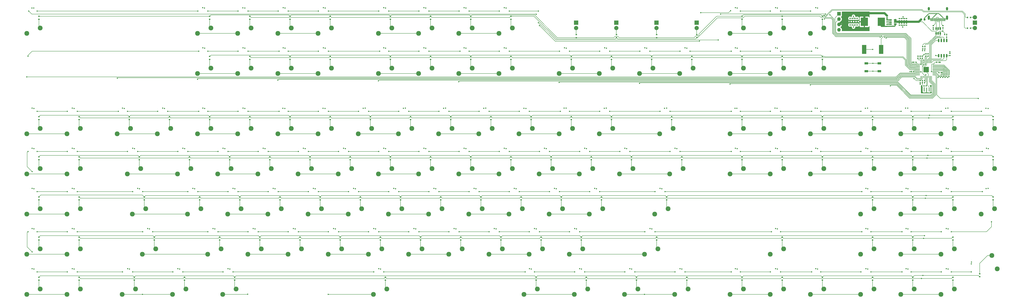
<source format=gbr>
%TF.GenerationSoftware,KiCad,Pcbnew,(6.0.7)*%
%TF.CreationDate,2022-09-27T13:03:32-04:00*%
%TF.ProjectId,SweetBusiness,53776565-7442-4757-9369-6e6573732e6b,rev?*%
%TF.SameCoordinates,Original*%
%TF.FileFunction,Copper,L4,Bot*%
%TF.FilePolarity,Positive*%
%FSLAX46Y46*%
G04 Gerber Fmt 4.6, Leading zero omitted, Abs format (unit mm)*
G04 Created by KiCad (PCBNEW (6.0.7)) date 2022-09-27 13:03:32*
%MOMM*%
%LPD*%
G01*
G04 APERTURE LIST*
G04 Aperture macros list*
%AMRoundRect*
0 Rectangle with rounded corners*
0 $1 Rounding radius*
0 $2 $3 $4 $5 $6 $7 $8 $9 X,Y pos of 4 corners*
0 Add a 4 corners polygon primitive as box body*
4,1,4,$2,$3,$4,$5,$6,$7,$8,$9,$2,$3,0*
0 Add four circle primitives for the rounded corners*
1,1,$1+$1,$2,$3*
1,1,$1+$1,$4,$5*
1,1,$1+$1,$6,$7*
1,1,$1+$1,$8,$9*
0 Add four rect primitives between the rounded corners*
20,1,$1+$1,$2,$3,$4,$5,0*
20,1,$1+$1,$4,$5,$6,$7,0*
20,1,$1+$1,$6,$7,$8,$9,0*
20,1,$1+$1,$8,$9,$2,$3,0*%
G04 Aperture macros list end*
%TA.AperFunction,ComponentPad*%
%ADD10R,2.000000X2.000000*%
%TD*%
%TA.AperFunction,ComponentPad*%
%ADD11C,2.000000*%
%TD*%
%TA.AperFunction,ComponentPad*%
%ADD12C,2.286000*%
%TD*%
%TA.AperFunction,ComponentPad*%
%ADD13R,1.700000X1.700000*%
%TD*%
%TA.AperFunction,ComponentPad*%
%ADD14O,1.700000X1.700000*%
%TD*%
%TA.AperFunction,SMDPad,CuDef*%
%ADD15RoundRect,0.147500X-0.172500X0.147500X-0.172500X-0.147500X0.172500X-0.147500X0.172500X0.147500X0*%
%TD*%
%TA.AperFunction,SMDPad,CuDef*%
%ADD16R,0.700000X0.600000*%
%TD*%
%TA.AperFunction,SMDPad,CuDef*%
%ADD17RoundRect,0.147500X0.172500X-0.147500X0.172500X0.147500X-0.172500X0.147500X-0.172500X-0.147500X0*%
%TD*%
%TA.AperFunction,SMDPad,CuDef*%
%ADD18RoundRect,0.150000X0.150000X-0.512500X0.150000X0.512500X-0.150000X0.512500X-0.150000X-0.512500X0*%
%TD*%
%TA.AperFunction,SMDPad,CuDef*%
%ADD19RoundRect,0.050000X0.387500X0.050000X-0.387500X0.050000X-0.387500X-0.050000X0.387500X-0.050000X0*%
%TD*%
%TA.AperFunction,SMDPad,CuDef*%
%ADD20RoundRect,0.050000X0.050000X0.387500X-0.050000X0.387500X-0.050000X-0.387500X0.050000X-0.387500X0*%
%TD*%
%TA.AperFunction,ComponentPad*%
%ADD21C,0.500000*%
%TD*%
%TA.AperFunction,SMDPad,CuDef*%
%ADD22R,2.550000X2.550000*%
%TD*%
%TA.AperFunction,SMDPad,CuDef*%
%ADD23RoundRect,0.147500X-0.147500X-0.172500X0.147500X-0.172500X0.147500X0.172500X-0.147500X0.172500X0*%
%TD*%
%TA.AperFunction,SMDPad,CuDef*%
%ADD24RoundRect,0.147500X0.147500X0.172500X-0.147500X0.172500X-0.147500X-0.172500X0.147500X-0.172500X0*%
%TD*%
%TA.AperFunction,SMDPad,CuDef*%
%ADD25R,2.000000X4.200000*%
%TD*%
%TA.AperFunction,SMDPad,CuDef*%
%ADD26RoundRect,0.150000X0.150000X-0.650000X0.150000X0.650000X-0.150000X0.650000X-0.150000X-0.650000X0*%
%TD*%
%TA.AperFunction,SMDPad,CuDef*%
%ADD27R,1.800000X1.100000*%
%TD*%
%TA.AperFunction,SMDPad,CuDef*%
%ADD28R,0.600000X0.700000*%
%TD*%
%TA.AperFunction,SMDPad,CuDef*%
%ADD29R,3.500000X4.000000*%
%TD*%
%TA.AperFunction,SMDPad,CuDef*%
%ADD30R,0.400000X1.900000*%
%TD*%
%TA.AperFunction,SMDPad,CuDef*%
%ADD31RoundRect,0.218750X0.218750X0.256250X-0.218750X0.256250X-0.218750X-0.256250X0.218750X-0.256250X0*%
%TD*%
%TA.AperFunction,SMDPad,CuDef*%
%ADD32R,0.600000X1.450000*%
%TD*%
%TA.AperFunction,SMDPad,CuDef*%
%ADD33R,0.300000X1.450000*%
%TD*%
%TA.AperFunction,ComponentPad*%
%ADD34O,1.000000X1.600000*%
%TD*%
%TA.AperFunction,ComponentPad*%
%ADD35O,1.000000X2.100000*%
%TD*%
%TA.AperFunction,SMDPad,CuDef*%
%ADD36RoundRect,0.150000X-0.512500X-0.150000X0.512500X-0.150000X0.512500X0.150000X-0.512500X0.150000X0*%
%TD*%
%TA.AperFunction,ViaPad*%
%ADD37C,0.600000*%
%TD*%
%TA.AperFunction,ViaPad*%
%ADD38C,0.900000*%
%TD*%
%TA.AperFunction,Conductor*%
%ADD39C,0.200000*%
%TD*%
%TA.AperFunction,Conductor*%
%ADD40C,1.000000*%
%TD*%
%TA.AperFunction,Conductor*%
%ADD41C,0.500000*%
%TD*%
%TA.AperFunction,Conductor*%
%ADD42C,0.300000*%
%TD*%
G04 APERTURE END LIST*
D10*
%TO.P,KT4,1*%
%TO.N,14*%
X324579500Y133350000D03*
D11*
%TO.P,KT4,2*%
%TO.N,Net-(DT4-Pad2)*%
X324579500Y130810000D03*
%TD*%
D12*
%TO.P,K70,1*%
%TO.N,12*%
X402272500Y61595000D03*
%TO.P,K70,2*%
%TO.N,Net-(D70-Pad2)*%
X408622500Y64135000D03*
%TD*%
%TO.P,K42,1*%
%TO.N,14*%
X278447500Y80645000D03*
%TO.P,K42,2*%
%TO.N,Net-(D42-Pad2)*%
X284797500Y83185000D03*
%TD*%
%TO.P,K44,1*%
%TO.N,13*%
X340360000Y80645000D03*
%TO.P,K44,2*%
%TO.N,Net-(D44-Pad2)*%
X346710000Y83185000D03*
%TD*%
%TO.P,K8,1*%
%TO.N,16*%
X211772500Y128270000D03*
%TO.P,K8,2*%
%TO.N,Net-(D8-Pad2)*%
X218122500Y130810000D03*
%TD*%
%TO.P,K125,1*%
%TO.N,11*%
X421322500Y4445000D03*
%TO.P,K125,2*%
%TO.N,Net-(D125-Pad2)*%
X427672500Y6985000D03*
%TD*%
%TO.P,K110,1*%
%TO.N,11*%
X440372500Y23495000D03*
%TO.P,K110,2*%
%TO.N,Net-(D110-Pad2)*%
X446722500Y26035000D03*
%TD*%
%TO.P,K84,1*%
%TO.N,16*%
X216535000Y42545000D03*
%TO.P,K84,2*%
%TO.N,Net-(D84-Pad2)*%
X222885000Y45085000D03*
%TD*%
%TO.P,K79,1*%
%TO.N,19*%
X121285000Y42545000D03*
%TO.P,K79,2*%
%TO.N,Net-(D79-Pad2)*%
X127635000Y45085000D03*
%TD*%
%TO.P,K38,1*%
%TO.N,16*%
X202247500Y80645000D03*
%TO.P,K38,2*%
%TO.N,Net-(D38-Pad2)*%
X208597500Y83185000D03*
%TD*%
%TO.P,K37,1*%
%TO.N,17*%
X183197500Y80645000D03*
%TO.P,K37,2*%
%TO.N,Net-(D37-Pad2)*%
X189547500Y83185000D03*
%TD*%
%TO.P,K29,1*%
%TO.N,21*%
X26035000Y80645000D03*
%TO.P,K29,2*%
%TO.N,Net-(D29-Pad2)*%
X32385000Y83185000D03*
%TD*%
%TO.P,K49,1*%
%TO.N,11*%
X440372500Y80645000D03*
%TO.P,K49,2*%
%TO.N,Net-(D49-Pad2)*%
X446722500Y83185000D03*
%TD*%
%TO.P,K82,1*%
%TO.N,17*%
X178435000Y42545000D03*
%TO.P,K82,2*%
%TO.N,Net-(D82-Pad2)*%
X184785000Y45085000D03*
%TD*%
%TO.P,K3,1*%
%TO.N,19*%
X106997500Y128270000D03*
%TO.P,K3,2*%
%TO.N,Net-(D3-Pad2)*%
X113347500Y130810000D03*
%TD*%
%TO.P,K39,1*%
%TO.N,16*%
X221297500Y80645000D03*
%TO.P,K39,2*%
%TO.N,Net-(D39-Pad2)*%
X227647500Y83185000D03*
%TD*%
%TO.P,K123,1*%
%TO.N,12*%
X378460000Y4445000D03*
%TO.P,K123,2*%
%TO.N,Net-(D123-Pad2)*%
X384810000Y6985000D03*
%TD*%
%TO.P,K24,1*%
%TO.N,14*%
X316547500Y109220000D03*
%TO.P,K24,2*%
%TO.N,Net-(D24-Pad2)*%
X322897500Y111760000D03*
%TD*%
%TO.P,K17,1*%
%TO.N,17*%
X173672500Y109220000D03*
%TO.P,K17,2*%
%TO.N,Net-(D17-Pad2)*%
X180022500Y111760000D03*
%TD*%
%TO.P,K73,1*%
%TO.N,10*%
X459422500Y61595000D03*
%TO.P,K73,2*%
%TO.N,Net-(D73-Pad2)*%
X465772500Y64135000D03*
%TD*%
%TO.P,K35,1*%
%TO.N,18*%
X145097500Y80645000D03*
%TO.P,K35,2*%
%TO.N,Net-(D35-Pad2)*%
X151447500Y83185000D03*
%TD*%
D13*
%TO.P,J2,1,Pin_1*%
%TO.N,28{slash}A2*%
X392080750Y137594500D03*
D14*
%TO.P,J2,2,Pin_2*%
%TO.N,29{slash}A3*%
X392080750Y135054500D03*
%TO.P,J2,3,Pin_3*%
%TO.N,+3V3*%
X392080750Y132514500D03*
%TO.P,J2,4,Pin_4*%
%TO.N,GND*%
X392080750Y129974500D03*
%TD*%
D12*
%TO.P,K92,1*%
%TO.N,10*%
X459422500Y42545000D03*
%TO.P,K92,2*%
%TO.N,Net-(D92-Pad2)*%
X465772500Y45085000D03*
%TD*%
%TO.P,K61,1*%
%TO.N,16*%
X211772500Y61595000D03*
%TO.P,K61,2*%
%TO.N,Net-(D61-Pad2)*%
X218122500Y64135000D03*
%TD*%
%TO.P,K30,1*%
%TO.N,20*%
X49847500Y80645000D03*
%TO.P,K30,2*%
%TO.N,Net-(D30-Pad2)*%
X56197500Y83185000D03*
%TD*%
%TO.P,K83,1*%
%TO.N,17*%
X197485000Y42545000D03*
%TO.P,K83,2*%
%TO.N,Net-(D83-Pad2)*%
X203835000Y45085000D03*
%TD*%
%TO.P,K81,1*%
%TO.N,18*%
X159385000Y42545000D03*
%TO.P,K81,2*%
%TO.N,Net-(D81-Pad2)*%
X165735000Y45085000D03*
%TD*%
%TO.P,K90,1*%
%TO.N,11*%
X421322500Y42545000D03*
%TO.P,K90,2*%
%TO.N,Net-(D90-Pad2)*%
X427672500Y45085000D03*
%TD*%
%TO.P,K20,1*%
%TO.N,16*%
X230822500Y109220000D03*
%TO.P,K20,2*%
%TO.N,Net-(D20-Pad2)*%
X237172500Y111760000D03*
%TD*%
%TO.P,K59,1*%
%TO.N,17*%
X173672500Y61595000D03*
%TO.P,K59,2*%
%TO.N,Net-(D59-Pad2)*%
X180022500Y64135000D03*
%TD*%
%TO.P,K95,1*%
%TO.N,20*%
X61753750Y23495000D03*
%TO.P,K95,2*%
%TO.N,Net-(D95-Pad2)*%
X68103750Y26035000D03*
%TD*%
%TO.P,K111,1*%
%TO.N,21*%
X6985000Y4445000D03*
%TO.P,K111,2*%
%TO.N,Net-(D111-Pad2)*%
X13335000Y6985000D03*
%TD*%
%TO.P,K50,1*%
%TO.N,10*%
X459422500Y80645000D03*
%TO.P,K50,2*%
%TO.N,Net-(D50-Pad2)*%
X465772500Y83185000D03*
%TD*%
%TO.P,K104,1*%
%TO.N,16*%
X245110000Y23495000D03*
%TO.P,K104,2*%
%TO.N,Net-(D104-Pad2)*%
X251460000Y26035000D03*
%TD*%
%TO.P,K25,1*%
%TO.N,13*%
X340360000Y109220000D03*
%TO.P,K25,2*%
%TO.N,Net-(D25-Pad2)*%
X346710000Y111760000D03*
%TD*%
%TO.P,K52,1*%
%TO.N,21*%
X26035000Y61595000D03*
%TO.P,K52,2*%
%TO.N,Net-(D52-Pad2)*%
X32385000Y64135000D03*
%TD*%
%TO.P,K2,1*%
%TO.N,19*%
X87947500Y128270000D03*
%TO.P,K2,2*%
%TO.N,Net-(D2-Pad2)*%
X94297500Y130810000D03*
%TD*%
%TO.P,K100,1*%
%TO.N,18*%
X168910000Y23495000D03*
%TO.P,K100,2*%
%TO.N,Net-(D100-Pad2)*%
X175260000Y26035000D03*
%TD*%
%TO.P,K89,1*%
%TO.N,12*%
X402272500Y42545000D03*
%TO.P,K89,2*%
%TO.N,Net-(D89-Pad2)*%
X408622500Y45085000D03*
%TD*%
%TO.P,K88,1*%
%TO.N,14*%
X304641250Y42545000D03*
%TO.P,K88,2*%
%TO.N,Net-(D88-Pad2)*%
X310991250Y45085000D03*
%TD*%
%TO.P,K26,1*%
%TO.N,13*%
X359410000Y109220000D03*
%TO.P,K26,2*%
%TO.N,Net-(D26-Pad2)*%
X365760000Y111760000D03*
%TD*%
%TO.P,K80,1*%
%TO.N,18*%
X140335000Y42545000D03*
%TO.P,K80,2*%
%TO.N,Net-(D80-Pad2)*%
X146685000Y45085000D03*
%TD*%
%TO.P,K77,1*%
%TO.N,20*%
X83185000Y42545000D03*
%TO.P,K77,2*%
%TO.N,Net-(D77-Pad2)*%
X89535000Y45085000D03*
%TD*%
%TO.P,K122,1*%
%TO.N,13*%
X359410000Y4445000D03*
%TO.P,K122,2*%
%TO.N,Net-(D122-Pad2)*%
X365760000Y6985000D03*
%TD*%
%TO.P,K46,1*%
%TO.N,12*%
X378460000Y80645000D03*
%TO.P,K46,2*%
%TO.N,Net-(D46-Pad2)*%
X384810000Y83185000D03*
%TD*%
%TO.P,K126,1*%
%TO.N,11*%
X440372500Y4445000D03*
%TO.P,K126,2*%
%TO.N,Net-(D126-Pad2)*%
X446722500Y6985000D03*
%TD*%
%TO.P,K112,1*%
%TO.N,21*%
X26035000Y4445000D03*
%TO.P,K112,2*%
%TO.N,Net-(D112-Pad2)*%
X32385000Y6985000D03*
%TD*%
%TO.P,K113,1*%
%TO.N,20*%
X52228750Y4445000D03*
%TO.P,K113,2*%
%TO.N,Net-(D113-Pad2)*%
X58578750Y6985000D03*
%TD*%
%TO.P,K65,1*%
%TO.N,14*%
X287972500Y61595000D03*
%TO.P,K65,2*%
%TO.N,Net-(D65-Pad2)*%
X294322500Y64135000D03*
%TD*%
%TO.P,K54,1*%
%TO.N,20*%
X78422500Y61595000D03*
%TO.P,K54,2*%
%TO.N,Net-(D54-Pad2)*%
X84772500Y64135000D03*
%TD*%
%TO.P,K76,1*%
%TO.N,20*%
X56991250Y42545000D03*
%TO.P,K76,2*%
%TO.N,Net-(D76-Pad2)*%
X63341250Y45085000D03*
%TD*%
%TO.P,K78,1*%
%TO.N,19*%
X102235000Y42545000D03*
%TO.P,K78,2*%
%TO.N,Net-(D78-Pad2)*%
X108585000Y45085000D03*
%TD*%
%TO.P,K51,1*%
%TO.N,21*%
X6985000Y61595000D03*
%TO.P,K51,2*%
%TO.N,Net-(D51-Pad2)*%
X13335000Y64135000D03*
%TD*%
%TO.P,K101,1*%
%TO.N,17*%
X187960000Y23495000D03*
%TO.P,K101,2*%
%TO.N,Net-(D101-Pad2)*%
X194310000Y26035000D03*
%TD*%
%TO.P,K57,1*%
%TO.N,18*%
X135572500Y61595000D03*
%TO.P,K57,2*%
%TO.N,Net-(D57-Pad2)*%
X141922500Y64135000D03*
%TD*%
%TO.P,K64,1*%
%TO.N,15*%
X268922500Y61595000D03*
%TO.P,K64,2*%
%TO.N,Net-(D64-Pad2)*%
X275272500Y64135000D03*
%TD*%
%TO.P,K105,1*%
%TO.N,15*%
X264160000Y23495000D03*
%TO.P,K105,2*%
%TO.N,Net-(D105-Pad2)*%
X270510000Y26035000D03*
%TD*%
%TO.P,K32,1*%
%TO.N,19*%
X87947500Y80645000D03*
%TO.P,K32,2*%
%TO.N,Net-(D32-Pad2)*%
X94297500Y83185000D03*
%TD*%
%TO.P,K27,1*%
%TO.N,12*%
X378460000Y109220000D03*
%TO.P,K27,2*%
%TO.N,Net-(D27-Pad2)*%
X384810000Y111760000D03*
%TD*%
%TO.P,K13,1*%
%TO.N,19*%
X87947500Y109220000D03*
%TO.P,K13,2*%
%TO.N,Net-(D13-Pad2)*%
X94297500Y111760000D03*
%TD*%
%TO.P,K94,1*%
%TO.N,21*%
X26035000Y23495000D03*
%TO.P,K94,2*%
%TO.N,Net-(D94-Pad2)*%
X32385000Y26035000D03*
%TD*%
%TO.P,K93,1*%
%TO.N,21*%
X6985000Y23495000D03*
%TO.P,K93,2*%
%TO.N,Net-(D93-Pad2)*%
X13335000Y26035000D03*
%TD*%
%TO.P,K109,1*%
%TO.N,11*%
X421322500Y23495000D03*
%TO.P,K109,2*%
%TO.N,Net-(D109-Pad2)*%
X427672500Y26035000D03*
%TD*%
%TO.P,K48,1*%
%TO.N,11*%
X421322500Y80645000D03*
%TO.P,K48,2*%
%TO.N,Net-(D48-Pad2)*%
X427672500Y83185000D03*
%TD*%
%TO.P,K58,1*%
%TO.N,18*%
X154622500Y61595000D03*
%TO.P,K58,2*%
%TO.N,Net-(D58-Pad2)*%
X160972500Y64135000D03*
%TD*%
%TO.P,K68,1*%
%TO.N,13*%
X359410000Y61595000D03*
%TO.P,K68,2*%
%TO.N,Net-(D68-Pad2)*%
X365760000Y64135000D03*
%TD*%
D10*
%TO.P,KT2,1*%
%TO.N,15*%
X286479500Y133350000D03*
D11*
%TO.P,KT2,2*%
%TO.N,Net-(DT2-Pad2)*%
X286479500Y130810000D03*
%TD*%
D12*
%TO.P,K45,1*%
%TO.N,13*%
X359410000Y80645000D03*
%TO.P,K45,2*%
%TO.N,Net-(D45-Pad2)*%
X365760000Y83185000D03*
%TD*%
%TO.P,K69,1*%
%TO.N,12*%
X378460000Y61595000D03*
%TO.P,K69,2*%
%TO.N,Net-(D69-Pad2)*%
X384810000Y64135000D03*
%TD*%
%TO.P,K67,1*%
%TO.N,13*%
X340360000Y61595000D03*
%TO.P,K67,2*%
%TO.N,Net-(D67-Pad2)*%
X346710000Y64135000D03*
%TD*%
%TO.P,K72,1*%
%TO.N,11*%
X440372500Y61595000D03*
%TO.P,K72,2*%
%TO.N,Net-(D72-Pad2)*%
X446722500Y64135000D03*
%TD*%
D10*
%TO.P,KT1,1*%
%TO.N,15*%
X267429500Y133350000D03*
D11*
%TO.P,KT1,2*%
%TO.N,Net-(DT1-Pad2)*%
X267429500Y130810000D03*
%TD*%
D12*
%TO.P,K1,1*%
%TO.N,21*%
X6985000Y128270000D03*
%TO.P,K1,2*%
%TO.N,Net-(D1-Pad2)*%
X13335000Y130810000D03*
%TD*%
%TO.P,K11,1*%
%TO.N,13*%
X359410000Y128270000D03*
%TO.P,K11,2*%
%TO.N,Net-(D11-Pad2)*%
X365760000Y130810000D03*
%TD*%
%TO.P,K10,1*%
%TO.N,13*%
X340360000Y128270000D03*
%TO.P,K10,2*%
%TO.N,Net-(D10-Pad2)*%
X346710000Y130810000D03*
%TD*%
%TO.P,K74,1*%
%TO.N,21*%
X6985000Y42545000D03*
%TO.P,K74,2*%
%TO.N,Net-(D74-Pad2)*%
X13335000Y45085000D03*
%TD*%
%TO.P,K23,1*%
%TO.N,14*%
X297497500Y109220000D03*
%TO.P,K23,2*%
%TO.N,Net-(D23-Pad2)*%
X303847500Y111760000D03*
%TD*%
%TO.P,K120,1*%
%TO.N,15*%
X314166250Y4445000D03*
%TO.P,K120,2*%
%TO.N,Net-(D120-Pad2)*%
X320516250Y6985000D03*
%TD*%
%TO.P,K28,1*%
%TO.N,21*%
X6985000Y80645000D03*
%TO.P,K28,2*%
%TO.N,Net-(D28-Pad2)*%
X13335000Y83185000D03*
%TD*%
%TO.P,K96,1*%
%TO.N,20*%
X92710000Y23495000D03*
%TO.P,K96,2*%
%TO.N,Net-(D96-Pad2)*%
X99060000Y26035000D03*
%TD*%
%TO.P,K118,1*%
%TO.N,16*%
X266541250Y4445000D03*
%TO.P,K118,2*%
%TO.N,Net-(D118-Pad2)*%
X272891250Y6985000D03*
%TD*%
%TO.P,K87,1*%
%TO.N,15*%
X273685000Y42545000D03*
%TO.P,K87,2*%
%TO.N,Net-(D87-Pad2)*%
X280035000Y45085000D03*
%TD*%
%TO.P,K116,1*%
%TO.N,18*%
X171291250Y4445000D03*
%TO.P,K116,2*%
%TO.N,Net-(D116-Pad2)*%
X177641250Y6985000D03*
%TD*%
%TO.P,K114,1*%
%TO.N,20*%
X76041250Y4445000D03*
%TO.P,K114,2*%
%TO.N,Net-(D114-Pad2)*%
X82391250Y6985000D03*
%TD*%
%TO.P,K6,1*%
%TO.N,17*%
X173672500Y128270000D03*
%TO.P,K6,2*%
%TO.N,Net-(D6-Pad2)*%
X180022500Y130810000D03*
%TD*%
%TO.P,K91,1*%
%TO.N,11*%
X440372500Y42545000D03*
%TO.P,K91,2*%
%TO.N,Net-(D91-Pad2)*%
X446722500Y45085000D03*
%TD*%
%TO.P,K56,1*%
%TO.N,19*%
X116522500Y61595000D03*
%TO.P,K56,2*%
%TO.N,Net-(D56-Pad2)*%
X122872500Y64135000D03*
%TD*%
%TO.P,K15,1*%
%TO.N,18*%
X126047500Y109220000D03*
%TO.P,K15,2*%
%TO.N,Net-(D15-Pad2)*%
X132397500Y111760000D03*
%TD*%
%TO.P,K62,1*%
%TO.N,16*%
X230822500Y61595000D03*
%TO.P,K62,2*%
%TO.N,Net-(D62-Pad2)*%
X237172500Y64135000D03*
%TD*%
%TO.P,K22,1*%
%TO.N,15*%
X278447500Y109220000D03*
%TO.P,K22,2*%
%TO.N,Net-(D22-Pad2)*%
X284797500Y111760000D03*
%TD*%
%TO.P,K107,1*%
%TO.N,13*%
X359410000Y23495000D03*
%TO.P,K107,2*%
%TO.N,Net-(D107-Pad2)*%
X365760000Y26035000D03*
%TD*%
%TO.P,K98,1*%
%TO.N,19*%
X130810000Y23495000D03*
%TO.P,K98,2*%
%TO.N,Net-(D98-Pad2)*%
X137160000Y26035000D03*
%TD*%
%TO.P,K66,1*%
%TO.N,14*%
X311785000Y61595000D03*
%TO.P,K66,2*%
%TO.N,Net-(D66-Pad2)*%
X318135000Y64135000D03*
%TD*%
%TO.P,K47,1*%
%TO.N,12*%
X402272500Y80645000D03*
%TO.P,K47,2*%
%TO.N,Net-(D47-Pad2)*%
X408622500Y83185000D03*
%TD*%
%TO.P,K102,1*%
%TO.N,17*%
X207010000Y23495000D03*
%TO.P,K102,2*%
%TO.N,Net-(D102-Pad2)*%
X213360000Y26035000D03*
%TD*%
%TO.P,K12,1*%
%TO.N,12*%
X378460000Y128270000D03*
%TO.P,K12,2*%
%TO.N,Net-(D12-Pad2)*%
X384810000Y130810000D03*
%TD*%
%TO.P,K99,1*%
%TO.N,18*%
X149860000Y23495000D03*
%TO.P,K99,2*%
%TO.N,Net-(D99-Pad2)*%
X156210000Y26035000D03*
%TD*%
D10*
%TO.P,KT3,1*%
%TO.N,14*%
X305529500Y133350000D03*
D11*
%TO.P,KT3,2*%
%TO.N,Net-(DT3-Pad2)*%
X305529500Y130810000D03*
%TD*%
D12*
%TO.P,K117,1*%
%TO.N,16*%
X242728750Y4445000D03*
%TO.P,K117,2*%
%TO.N,Net-(D117-Pad2)*%
X249078750Y6985000D03*
%TD*%
%TO.P,K60,1*%
%TO.N,17*%
X192722500Y61595000D03*
%TO.P,K60,2*%
%TO.N,Net-(D60-Pad2)*%
X199072500Y64135000D03*
%TD*%
%TO.P,K33,1*%
%TO.N,19*%
X106997500Y80645000D03*
%TO.P,K33,2*%
%TO.N,Net-(D33-Pad2)*%
X113347500Y83185000D03*
%TD*%
%TO.P,K36,1*%
%TO.N,17*%
X164147500Y80645000D03*
%TO.P,K36,2*%
%TO.N,Net-(D36-Pad2)*%
X170497500Y83185000D03*
%TD*%
%TO.P,K97,1*%
%TO.N,19*%
X111760000Y23495000D03*
%TO.P,K97,2*%
%TO.N,Net-(D97-Pad2)*%
X118110000Y26035000D03*
%TD*%
%TO.P,K34,1*%
%TO.N,18*%
X126047500Y80645000D03*
%TO.P,K34,2*%
%TO.N,Net-(D34-Pad2)*%
X132397500Y83185000D03*
%TD*%
%TO.P,K53,1*%
%TO.N,20*%
X54610000Y61595000D03*
%TO.P,K53,2*%
%TO.N,Net-(D53-Pad2)*%
X60960000Y64135000D03*
%TD*%
%TO.P,K124,1*%
%TO.N,12*%
X402272500Y4445000D03*
%TO.P,K124,2*%
%TO.N,Net-(D124-Pad2)*%
X408622500Y6985000D03*
%TD*%
%TO.P,K19,1*%
%TO.N,16*%
X211772500Y109220000D03*
%TO.P,K19,2*%
%TO.N,Net-(D19-Pad2)*%
X218122500Y111760000D03*
%TD*%
%TO.P,K119,1*%
%TO.N,15*%
X290353750Y4445000D03*
%TO.P,K119,2*%
%TO.N,Net-(D119-Pad2)*%
X296703750Y6985000D03*
%TD*%
%TO.P,K86,1*%
%TO.N,15*%
X254635000Y42545000D03*
%TO.P,K86,2*%
%TO.N,Net-(D86-Pad2)*%
X260985000Y45085000D03*
%TD*%
%TO.P,K18,1*%
%TO.N,17*%
X192722500Y109220000D03*
%TO.P,K18,2*%
%TO.N,Net-(D18-Pad2)*%
X199072500Y111760000D03*
%TD*%
%TO.P,K108,1*%
%TO.N,12*%
X402272500Y23495000D03*
%TO.P,K108,2*%
%TO.N,Net-(D108-Pad2)*%
X408622500Y26035000D03*
%TD*%
%TO.P,K115,1*%
%TO.N,19*%
X99853750Y4445000D03*
%TO.P,K115,2*%
%TO.N,Net-(D115-Pad2)*%
X106203750Y6985000D03*
%TD*%
%TO.P,K5,1*%
%TO.N,18*%
X145097500Y128270000D03*
%TO.P,K5,2*%
%TO.N,Net-(D5-Pad2)*%
X151447500Y130810000D03*
%TD*%
%TO.P,K127,1*%
%TO.N,10*%
X467042500Y16510000D03*
%TO.P,K127,2*%
%TO.N,Net-(D127-Pad2)*%
X464502500Y22860000D03*
%TD*%
%TO.P,K63,1*%
%TO.N,15*%
X249872500Y61595000D03*
%TO.P,K63,2*%
%TO.N,Net-(D63-Pad2)*%
X256222500Y64135000D03*
%TD*%
%TO.P,K41,1*%
%TO.N,15*%
X259397500Y80645000D03*
%TO.P,K41,2*%
%TO.N,Net-(D41-Pad2)*%
X265747500Y83185000D03*
%TD*%
%TO.P,K31,1*%
%TO.N,20*%
X68897500Y80645000D03*
%TO.P,K31,2*%
%TO.N,Net-(D31-Pad2)*%
X75247500Y83185000D03*
%TD*%
%TO.P,K75,1*%
%TO.N,21*%
X26035000Y42545000D03*
%TO.P,K75,2*%
%TO.N,Net-(D75-Pad2)*%
X32385000Y45085000D03*
%TD*%
%TO.P,K4,1*%
%TO.N,18*%
X126047500Y128270000D03*
%TO.P,K4,2*%
%TO.N,Net-(D4-Pad2)*%
X132397500Y130810000D03*
%TD*%
%TO.P,K43,1*%
%TO.N,14*%
X307022500Y80645000D03*
%TO.P,K43,2*%
%TO.N,Net-(D43-Pad2)*%
X313372500Y83185000D03*
%TD*%
%TO.P,K106,1*%
%TO.N,15*%
X299878750Y23495000D03*
%TO.P,K106,2*%
%TO.N,Net-(D106-Pad2)*%
X306228750Y26035000D03*
%TD*%
%TO.P,K21,1*%
%TO.N,15*%
X259397500Y109220000D03*
%TO.P,K21,2*%
%TO.N,Net-(D21-Pad2)*%
X265747500Y111760000D03*
%TD*%
%TO.P,K55,1*%
%TO.N,19*%
X97472500Y61595000D03*
%TO.P,K55,2*%
%TO.N,Net-(D55-Pad2)*%
X103822500Y64135000D03*
%TD*%
%TO.P,K9,1*%
%TO.N,16*%
X230822500Y128270000D03*
%TO.P,K9,2*%
%TO.N,Net-(D9-Pad2)*%
X237172500Y130810000D03*
%TD*%
%TO.P,K40,1*%
%TO.N,15*%
X240347500Y80645000D03*
%TO.P,K40,2*%
%TO.N,Net-(D40-Pad2)*%
X246697500Y83185000D03*
%TD*%
%TO.P,K121,1*%
%TO.N,13*%
X340360000Y4445000D03*
%TO.P,K121,2*%
%TO.N,Net-(D121-Pad2)*%
X346710000Y6985000D03*
%TD*%
%TO.P,K16,1*%
%TO.N,18*%
X145097500Y109220000D03*
%TO.P,K16,2*%
%TO.N,Net-(D16-Pad2)*%
X151447500Y111760000D03*
%TD*%
%TO.P,K85,1*%
%TO.N,16*%
X235585000Y42545000D03*
%TO.P,K85,2*%
%TO.N,Net-(D85-Pad2)*%
X241935000Y45085000D03*
%TD*%
D11*
%TO.P,SWA1,1,A*%
%TO.N,Net-(DA1-Pad2)*%
X456470500Y135890000D03*
D10*
%TO.P,SWA1,2,B*%
%TO.N,10*%
X456470500Y133350000D03*
D11*
%TO.P,SWA1,3,C*%
%TO.N,Net-(DA2-Pad2)*%
X456470500Y130810000D03*
%TD*%
D12*
%TO.P,K14,1*%
%TO.N,19*%
X106997500Y109220000D03*
%TO.P,K14,2*%
%TO.N,Net-(D14-Pad2)*%
X113347500Y111760000D03*
%TD*%
%TO.P,K7,1*%
%TO.N,17*%
X192722500Y128270000D03*
%TO.P,K7,2*%
%TO.N,Net-(D7-Pad2)*%
X199072500Y130810000D03*
%TD*%
%TO.P,K71,1*%
%TO.N,11*%
X421322500Y61595000D03*
%TO.P,K71,2*%
%TO.N,Net-(D71-Pad2)*%
X427672500Y64135000D03*
%TD*%
%TO.P,K103,1*%
%TO.N,16*%
X226060000Y23495000D03*
%TO.P,K103,2*%
%TO.N,Net-(D103-Pad2)*%
X232410000Y26035000D03*
%TD*%
D15*
%TO.P,CP4,1*%
%TO.N,GND*%
X422941750Y135320900D03*
%TO.P,CP4,2*%
%TO.N,VBUS*%
X422941750Y134350900D03*
%TD*%
D16*
%TO.P,D88,1,K*%
%TO.N,4*%
X310356250Y50706250D03*
%TO.P,D88,2,A*%
%TO.N,Net-(D88-Pad2)*%
X310356250Y49306250D03*
%TD*%
D15*
%TO.P,CP17,1*%
%TO.N,+3V3*%
X397287750Y133263500D03*
%TO.P,CP17,2*%
%TO.N,GND*%
X397287750Y132293500D03*
%TD*%
D16*
%TO.P,D11,1,K*%
%TO.N,25*%
X365125000Y136431250D03*
%TO.P,D11,2,A*%
%TO.N,Net-(D11-Pad2)*%
X365125000Y135031250D03*
%TD*%
%TO.P,D25,1,K*%
%TO.N,23*%
X346075000Y117381250D03*
%TO.P,D25,2,A*%
%TO.N,Net-(D25-Pad2)*%
X346075000Y115981250D03*
%TD*%
%TO.P,D103,1,K*%
%TO.N,6*%
X231775000Y31656250D03*
%TO.P,D103,2,A*%
%TO.N,Net-(D103-Pad2)*%
X231775000Y30256250D03*
%TD*%
%TO.P,D89,1,K*%
%TO.N,5*%
X407987500Y50706250D03*
%TO.P,D89,2,A*%
%TO.N,Net-(D89-Pad2)*%
X407987500Y49306250D03*
%TD*%
D17*
%TO.P,CP10,1*%
%TO.N,+3V3*%
X400716750Y134452500D03*
%TO.P,CP10,2*%
%TO.N,GND*%
X400716750Y135422500D03*
%TD*%
D16*
%TO.P,D71,1,K*%
%TO.N,2*%
X427037500Y69756250D03*
%TO.P,D71,2,A*%
%TO.N,Net-(D71-Pad2)*%
X427037500Y68356250D03*
%TD*%
%TO.P,D47,1,K*%
%TO.N,1*%
X407987500Y88806250D03*
%TO.P,D47,2,A*%
%TO.N,Net-(D47-Pad2)*%
X407987500Y87406250D03*
%TD*%
D15*
%TO.P,CP16,1*%
%TO.N,+3V3*%
X398430750Y133263500D03*
%TO.P,CP16,2*%
%TO.N,GND*%
X398430750Y132293500D03*
%TD*%
D16*
%TO.P,D59,1,K*%
%TO.N,2*%
X179387500Y69756250D03*
%TO.P,D59,2,A*%
%TO.N,Net-(D59-Pad2)*%
X179387500Y68356250D03*
%TD*%
D15*
%TO.P,RD1,1*%
%TO.N,DB+*%
X432746150Y121928750D03*
%TO.P,RD1,2*%
%TO.N,Net-(RD1-Pad2)*%
X432746150Y120958750D03*
%TD*%
D16*
%TO.P,D51,1,K*%
%TO.N,2*%
X12700000Y69756250D03*
%TO.P,D51,2,A*%
%TO.N,Net-(D51-Pad2)*%
X12700000Y68356250D03*
%TD*%
%TO.P,D82,1,K*%
%TO.N,4*%
X184150000Y50706250D03*
%TO.P,D82,2,A*%
%TO.N,Net-(D82-Pad2)*%
X184150000Y49306250D03*
%TD*%
D17*
%TO.P,RF1,1*%
%TO.N,CS*%
X444658750Y117815500D03*
%TO.P,RF1,2*%
%TO.N,GND*%
X444658750Y118785500D03*
%TD*%
D16*
%TO.P,D124,1,K*%
%TO.N,9*%
X407987500Y12606250D03*
%TO.P,D124,2,A*%
%TO.N,Net-(D124-Pad2)*%
X407987500Y11206250D03*
%TD*%
%TO.P,D125,1,K*%
%TO.N,8*%
X427037500Y12606250D03*
%TO.P,D125,2,A*%
%TO.N,Net-(D125-Pad2)*%
X427037500Y11206250D03*
%TD*%
%TO.P,D78,1,K*%
%TO.N,4*%
X107950000Y50706250D03*
%TO.P,D78,2,A*%
%TO.N,Net-(D78-Pad2)*%
X107950000Y49306250D03*
%TD*%
D18*
%TO.P,U3,1,I/O1*%
%TO.N,DB+*%
X440020750Y128275500D03*
%TO.P,U3,2,GND*%
%TO.N,GND*%
X439070750Y128275500D03*
%TO.P,U3,3,I/O2*%
%TO.N,DB-*%
X438120750Y128275500D03*
%TO.P,U3,4,I/O2*%
%TO.N,D-*%
X438120750Y130550500D03*
%TO.P,U3,5,VBUS*%
%TO.N,VBUS*%
X439070750Y130550500D03*
%TO.P,U3,6,I/O1*%
%TO.N,D+*%
X440020750Y130550500D03*
%TD*%
D16*
%TO.P,D58,1,K*%
%TO.N,3*%
X160337500Y69756250D03*
%TO.P,D58,2,A*%
%TO.N,Net-(D58-Pad2)*%
X160337500Y68356250D03*
%TD*%
%TO.P,D1,1,K*%
%TO.N,24*%
X12700000Y136431250D03*
%TO.P,D1,2,A*%
%TO.N,Net-(D1-Pad2)*%
X12700000Y135031250D03*
%TD*%
%TO.P,D116,1,K*%
%TO.N,9*%
X177006250Y12606250D03*
%TO.P,D116,2,A*%
%TO.N,Net-(D116-Pad2)*%
X177006250Y11206250D03*
%TD*%
%TO.P,D27,1,K*%
%TO.N,23*%
X384175000Y117381250D03*
%TO.P,D27,2,A*%
%TO.N,Net-(D27-Pad2)*%
X384175000Y115981250D03*
%TD*%
%TO.P,D24,1,K*%
%TO.N,22*%
X322262500Y117381250D03*
%TO.P,D24,2,A*%
%TO.N,Net-(D24-Pad2)*%
X322262500Y115981250D03*
%TD*%
%TO.P,D17,1,K*%
%TO.N,23*%
X179387500Y117381250D03*
%TO.P,D17,2,A*%
%TO.N,Net-(D17-Pad2)*%
X179387500Y115981250D03*
%TD*%
%TO.P,D43,1,K*%
%TO.N,1*%
X312737500Y88806250D03*
%TO.P,D43,2,A*%
%TO.N,Net-(D43-Pad2)*%
X312737500Y87406250D03*
%TD*%
%TO.P,D113,1,K*%
%TO.N,8*%
X57943750Y12606250D03*
%TO.P,D113,2,A*%
%TO.N,Net-(D113-Pad2)*%
X57943750Y11206250D03*
%TD*%
%TO.P,D76,1,K*%
%TO.N,4*%
X62706250Y50706250D03*
%TO.P,D76,2,A*%
%TO.N,Net-(D76-Pad2)*%
X62706250Y49306250D03*
%TD*%
%TO.P,D60,1,K*%
%TO.N,3*%
X198437500Y69756250D03*
%TO.P,D60,2,A*%
%TO.N,Net-(D60-Pad2)*%
X198437500Y68356250D03*
%TD*%
%TO.P,D20,1,K*%
%TO.N,22*%
X236537500Y117381250D03*
%TO.P,D20,2,A*%
%TO.N,Net-(D20-Pad2)*%
X236537500Y115981250D03*
%TD*%
%TO.P,D72,1,K*%
%TO.N,3*%
X446087500Y69756250D03*
%TO.P,D72,2,A*%
%TO.N,Net-(D72-Pad2)*%
X446087500Y68356250D03*
%TD*%
%TO.P,D54,1,K*%
%TO.N,3*%
X84137500Y69756250D03*
%TO.P,D54,2,A*%
%TO.N,Net-(D54-Pad2)*%
X84137500Y68356250D03*
%TD*%
D19*
%TO.P,U0,1,IOVDD*%
%TO.N,+3V3*%
X436825000Y113725000D03*
%TO.P,U0,2,GPIO0*%
%TO.N,0*%
X436825000Y113325000D03*
%TO.P,U0,3,GPIO1*%
%TO.N,1*%
X436825000Y112925000D03*
%TO.P,U0,4,GPIO2*%
%TO.N,2*%
X436825000Y112525000D03*
%TO.P,U0,5,GPIO3*%
%TO.N,3*%
X436825000Y112125000D03*
%TO.P,U0,6,GPIO4*%
%TO.N,4*%
X436825000Y111725000D03*
%TO.P,U0,7,GPIO5*%
%TO.N,5*%
X436825000Y111325000D03*
%TO.P,U0,8,GPIO6*%
%TO.N,6*%
X436825000Y110925000D03*
%TO.P,U0,9,GPIO7*%
%TO.N,7*%
X436825000Y110525000D03*
%TO.P,U0,10,IOVDD*%
%TO.N,+3V3*%
X436825000Y110125000D03*
%TO.P,U0,11,GPIO8*%
%TO.N,8*%
X436825000Y109725000D03*
%TO.P,U0,12,GPIO9*%
%TO.N,9*%
X436825000Y109325000D03*
%TO.P,U0,13,GPIO10*%
%TO.N,10*%
X436825000Y108925000D03*
%TO.P,U0,14,GPIO11*%
%TO.N,11*%
X436825000Y108525000D03*
D20*
%TO.P,U0,15,GPIO12*%
%TO.N,12*%
X435987500Y107687500D03*
%TO.P,U0,16,GPIO13*%
%TO.N,13*%
X435587500Y107687500D03*
%TO.P,U0,17,GPIO14*%
%TO.N,14*%
X435187500Y107687500D03*
%TO.P,U0,18,GPIO15*%
%TO.N,15*%
X434787500Y107687500D03*
%TO.P,U0,19,TESTEN*%
%TO.N,GND*%
X434387500Y107687500D03*
%TO.P,U0,20,XIN*%
%TO.N,XIN*%
X433987500Y107687500D03*
%TO.P,U0,21,XOUT*%
%TO.N,XOUT*%
X433587500Y107687500D03*
%TO.P,U0,22,IOVDD*%
%TO.N,+3V3*%
X433187500Y107687500D03*
%TO.P,U0,23,DVDD*%
%TO.N,+1V1*%
X432787500Y107687500D03*
%TO.P,U0,24,SWCLK*%
%TO.N,unconnected-(U0-Pad24)*%
X432387500Y107687500D03*
%TO.P,U0,25,SWDIO*%
%TO.N,unconnected-(U0-Pad25)*%
X431987500Y107687500D03*
%TO.P,U0,26,RUN*%
%TO.N,~{RESET}*%
X431587500Y107687500D03*
%TO.P,U0,27,GPIO16*%
%TO.N,16*%
X431187500Y107687500D03*
%TO.P,U0,28,GPIO17*%
%TO.N,17*%
X430787500Y107687500D03*
D19*
%TO.P,U0,29,GPIO18*%
%TO.N,18*%
X429950000Y108525000D03*
%TO.P,U0,30,GPIO19*%
%TO.N,19*%
X429950000Y108925000D03*
%TO.P,U0,31,GPIO20*%
%TO.N,20*%
X429950000Y109325000D03*
%TO.P,U0,32,GPIO21*%
%TO.N,21*%
X429950000Y109725000D03*
%TO.P,U0,33,IOVDD*%
%TO.N,+3V3*%
X429950000Y110125000D03*
%TO.P,U0,34,GPIO22*%
%TO.N,22*%
X429950000Y110525000D03*
%TO.P,U0,35,GPIO23*%
%TO.N,23*%
X429950000Y110925000D03*
%TO.P,U0,36,GPIO24*%
%TO.N,24*%
X429950000Y111325000D03*
%TO.P,U0,37,GPIO25*%
%TO.N,25*%
X429950000Y111725000D03*
%TO.P,U0,38,GPIO26/ADC0*%
%TO.N,26{slash}A0*%
X429950000Y112125000D03*
%TO.P,U0,39,GPIO27/ADC1*%
%TO.N,27{slash}A1*%
X429950000Y112525000D03*
%TO.P,U0,40,GPIO28/ADC2*%
%TO.N,28{slash}A2*%
X429950000Y112925000D03*
%TO.P,U0,41,GPIO29/ADC3*%
%TO.N,29{slash}A3*%
X429950000Y113325000D03*
%TO.P,U0,42,IOVDD*%
%TO.N,+3V3*%
X429950000Y113725000D03*
D20*
%TO.P,U0,43,ADC_AVDD*%
X430787500Y114562500D03*
%TO.P,U0,44,VREG_VIN*%
X431187500Y114562500D03*
%TO.P,U0,45,VREG_VOUT*%
%TO.N,+1V1*%
X431587500Y114562500D03*
%TO.P,U0,46,USB_DM*%
%TO.N,Net-(RD2-Pad2)*%
X431987500Y114562500D03*
%TO.P,U0,47,USB_DP*%
%TO.N,Net-(RD1-Pad2)*%
X432387500Y114562500D03*
%TO.P,U0,48,USB_VDD*%
%TO.N,+3V3*%
X432787500Y114562500D03*
%TO.P,U0,49,IOVDD*%
X433187500Y114562500D03*
%TO.P,U0,50,DVDD*%
%TO.N,+1V1*%
X433587500Y114562500D03*
%TO.P,U0,51,QSPI_SD3*%
%TO.N,SD3*%
X433987500Y114562500D03*
%TO.P,U0,52,QSPI_SCLK*%
%TO.N,CLOCK*%
X434387500Y114562500D03*
%TO.P,U0,53,QSPI_SD0*%
%TO.N,SD0*%
X434787500Y114562500D03*
%TO.P,U0,54,QSPI_SD2*%
%TO.N,SD2*%
X435187500Y114562500D03*
%TO.P,U0,55,QSPI_SD1*%
%TO.N,SD1*%
X435587500Y114562500D03*
%TO.P,U0,56,QSPI_SS_N*%
%TO.N,CS*%
X435987500Y114562500D03*
D21*
%TO.P,U0,57,GND*%
%TO.N,GND*%
X433387500Y112125000D03*
X433387500Y110125000D03*
D22*
X433387500Y111125000D03*
D21*
X432387500Y111125000D03*
X434387500Y111125000D03*
%TD*%
D16*
%TO.P,DT4,1,K*%
%TO.N,25*%
X324643750Y126300000D03*
%TO.P,DT4,2,A*%
%TO.N,Net-(DT4-Pad2)*%
X324643750Y127700000D03*
%TD*%
%TO.P,D57,1,K*%
%TO.N,2*%
X141287500Y69756250D03*
%TO.P,D57,2,A*%
%TO.N,Net-(D57-Pad2)*%
X141287500Y68356250D03*
%TD*%
%TO.P,D101,1,K*%
%TO.N,6*%
X193675000Y31656250D03*
%TO.P,D101,2,A*%
%TO.N,Net-(D101-Pad2)*%
X193675000Y30256250D03*
%TD*%
%TO.P,D2,1,K*%
%TO.N,24*%
X93662500Y136431250D03*
%TO.P,D2,2,A*%
%TO.N,Net-(D2-Pad2)*%
X93662500Y135031250D03*
%TD*%
%TO.P,D120,1,K*%
%TO.N,9*%
X319881250Y12606250D03*
%TO.P,D120,2,A*%
%TO.N,Net-(D120-Pad2)*%
X319881250Y11206250D03*
%TD*%
D17*
%TO.P,C8,1*%
%TO.N,+3V3*%
X430536350Y116494700D03*
%TO.P,C8,2*%
%TO.N,GND*%
X430536350Y117464700D03*
%TD*%
D23*
%TO.P,C2,1*%
%TO.N,+3V3*%
X438458750Y114617500D03*
%TO.P,C2,2*%
%TO.N,GND*%
X439428750Y114617500D03*
%TD*%
D16*
%TO.P,D95,1,K*%
%TO.N,6*%
X67468750Y31656250D03*
%TO.P,D95,2,A*%
%TO.N,Net-(D95-Pad2)*%
X67468750Y30256250D03*
%TD*%
D24*
%TO.P,C10,1*%
%TO.N,+1V1*%
X432570750Y105854500D03*
%TO.P,C10,2*%
%TO.N,GND*%
X431600750Y105854500D03*
%TD*%
D16*
%TO.P,D8,1,K*%
%TO.N,24*%
X217487500Y136431250D03*
%TO.P,D8,2,A*%
%TO.N,Net-(D8-Pad2)*%
X217487500Y135031250D03*
%TD*%
D15*
%TO.P,CP2,1*%
%TO.N,GND*%
X420655750Y135320900D03*
%TO.P,CP2,2*%
%TO.N,VBUS*%
X420655750Y134350900D03*
%TD*%
D16*
%TO.P,DT1,1,K*%
%TO.N,24*%
X267493750Y126300000D03*
%TO.P,DT1,2,A*%
%TO.N,Net-(DT1-Pad2)*%
X267493750Y127700000D03*
%TD*%
%TO.P,D63,1,K*%
%TO.N,2*%
X255587500Y69756250D03*
%TO.P,D63,2,A*%
%TO.N,Net-(D63-Pad2)*%
X255587500Y68356250D03*
%TD*%
%TO.P,D80,1,K*%
%TO.N,4*%
X146050000Y50706250D03*
%TO.P,D80,2,A*%
%TO.N,Net-(D80-Pad2)*%
X146050000Y49306250D03*
%TD*%
%TO.P,D12,1,K*%
%TO.N,24*%
X384175000Y136431250D03*
%TO.P,D12,2,A*%
%TO.N,Net-(D12-Pad2)*%
X384175000Y135031250D03*
%TD*%
%TO.P,D3,1,K*%
%TO.N,25*%
X112712500Y136431250D03*
%TO.P,D3,2,A*%
%TO.N,Net-(D3-Pad2)*%
X112712500Y135031250D03*
%TD*%
D24*
%TO.P,C5,1*%
%TO.N,+3V3*%
X427453750Y110162500D03*
%TO.P,C5,2*%
%TO.N,GND*%
X426483750Y110162500D03*
%TD*%
D16*
%TO.P,D34,1,K*%
%TO.N,0*%
X131762500Y88806250D03*
%TO.P,D34,2,A*%
%TO.N,Net-(D34-Pad2)*%
X131762500Y87406250D03*
%TD*%
%TO.P,D104,1,K*%
%TO.N,7*%
X250825000Y31656250D03*
%TO.P,D104,2,A*%
%TO.N,Net-(D104-Pad2)*%
X250825000Y30256250D03*
%TD*%
D25*
%TO.P,TX0,1,1*%
%TO.N,26{slash}A0*%
X411987500Y120650000D03*
%TO.P,TX0,2,2*%
%TO.N,GND*%
X403987500Y120650000D03*
%TD*%
D26*
%TO.P,U2,1,~{CS}*%
%TO.N,CS*%
X443134750Y117748500D03*
%TO.P,U2,2,DO(IO1)*%
%TO.N,SD1*%
X441864750Y117748500D03*
%TO.P,U2,3,IO2*%
%TO.N,SD2*%
X440594750Y117748500D03*
%TO.P,U2,4,GND*%
%TO.N,GND*%
X439324750Y117748500D03*
%TO.P,U2,5,DI(IO0)*%
%TO.N,SD0*%
X439324750Y124948500D03*
%TO.P,U2,6,CLK*%
%TO.N,CLOCK*%
X440594750Y124948500D03*
%TO.P,U2,7,IO3*%
%TO.N,SD3*%
X441864750Y124948500D03*
%TO.P,U2,8,VCC*%
%TO.N,+3V3*%
X443134750Y124948500D03*
%TD*%
D16*
%TO.P,D61,1,K*%
%TO.N,2*%
X217487500Y69756250D03*
%TO.P,D61,2,A*%
%TO.N,Net-(D61-Pad2)*%
X217487500Y68356250D03*
%TD*%
%TO.P,D97,1,K*%
%TO.N,6*%
X117475000Y31656250D03*
%TO.P,D97,2,A*%
%TO.N,Net-(D97-Pad2)*%
X117475000Y30256250D03*
%TD*%
D17*
%TO.P,CP13,1*%
%TO.N,+3V3*%
X397287750Y134452500D03*
%TO.P,CP13,2*%
%TO.N,GND*%
X397287750Y135422500D03*
%TD*%
D15*
%TO.P,CP5,1*%
%TO.N,GND*%
X424084750Y135320900D03*
%TO.P,CP5,2*%
%TO.N,VBUS*%
X424084750Y134350900D03*
%TD*%
D16*
%TO.P,D13,1,K*%
%TO.N,23*%
X93662500Y117381250D03*
%TO.P,D13,2,A*%
%TO.N,Net-(D13-Pad2)*%
X93662500Y115981250D03*
%TD*%
%TO.P,D118,1,K*%
%TO.N,9*%
X272256250Y12606250D03*
%TO.P,D118,2,A*%
%TO.N,Net-(D118-Pad2)*%
X272256250Y11206250D03*
%TD*%
%TO.P,D45,1,K*%
%TO.N,1*%
X365125000Y88806250D03*
%TO.P,D45,2,A*%
%TO.N,Net-(D45-Pad2)*%
X365125000Y87406250D03*
%TD*%
%TO.P,D70,1,K*%
%TO.N,3*%
X407987500Y69756250D03*
%TO.P,D70,2,A*%
%TO.N,Net-(D70-Pad2)*%
X407987500Y68356250D03*
%TD*%
D17*
%TO.P,CP8,1*%
%TO.N,GND*%
X422941750Y132191900D03*
%TO.P,CP8,2*%
%TO.N,VBUS*%
X422941750Y133161900D03*
%TD*%
D16*
%TO.P,D91,1,K*%
%TO.N,5*%
X446087500Y50706250D03*
%TO.P,D91,2,A*%
%TO.N,Net-(D91-Pad2)*%
X446087500Y49306250D03*
%TD*%
%TO.P,D36,1,K*%
%TO.N,0*%
X169862500Y88806250D03*
%TO.P,D36,2,A*%
%TO.N,Net-(D36-Pad2)*%
X169862500Y87406250D03*
%TD*%
D15*
%TO.P,RP1,1*%
%TO.N,+3V3*%
X414813750Y136692500D03*
%TO.P,RP1,2*%
%TO.N,Net-(RP1-Pad2)*%
X414813750Y135722500D03*
%TD*%
D16*
%TO.P,D79,1,K*%
%TO.N,5*%
X127000000Y50706250D03*
%TO.P,D79,2,A*%
%TO.N,Net-(D79-Pad2)*%
X127000000Y49306250D03*
%TD*%
%TO.P,D117,1,K*%
%TO.N,8*%
X248443750Y12606250D03*
%TO.P,D117,2,A*%
%TO.N,Net-(D117-Pad2)*%
X248443750Y11206250D03*
%TD*%
%TO.P,D39,1,K*%
%TO.N,1*%
X227012500Y88806250D03*
%TO.P,D39,2,A*%
%TO.N,Net-(D39-Pad2)*%
X227012500Y87406250D03*
%TD*%
%TO.P,D111,1,K*%
%TO.N,8*%
X12700000Y12606250D03*
%TO.P,D111,2,A*%
%TO.N,Net-(D111-Pad2)*%
X12700000Y11206250D03*
%TD*%
D27*
%TO.P,S2,1,A*%
%TO.N,GND*%
X404982750Y114054500D03*
X411182750Y114054500D03*
%TO.P,S2,2,B*%
%TO.N,~{RESET}*%
X411182750Y110354500D03*
X404982750Y110354500D03*
%TD*%
D16*
%TO.P,D22,1,K*%
%TO.N,22*%
X284162500Y117381250D03*
%TO.P,D22,2,A*%
%TO.N,Net-(D22-Pad2)*%
X284162500Y115981250D03*
%TD*%
%TO.P,D53,1,K*%
%TO.N,2*%
X60325000Y69756250D03*
%TO.P,D53,2,A*%
%TO.N,Net-(D53-Pad2)*%
X60325000Y68356250D03*
%TD*%
%TO.P,D6,1,K*%
%TO.N,24*%
X179387500Y136431250D03*
%TO.P,D6,2,A*%
%TO.N,Net-(D6-Pad2)*%
X179387500Y135031250D03*
%TD*%
%TO.P,D92,1,K*%
%TO.N,4*%
X465137500Y50706250D03*
%TO.P,D92,2,A*%
%TO.N,Net-(D92-Pad2)*%
X465137500Y49306250D03*
%TD*%
%TO.P,D38,1,K*%
%TO.N,0*%
X207962500Y88806250D03*
%TO.P,D38,2,A*%
%TO.N,Net-(D38-Pad2)*%
X207962500Y87406250D03*
%TD*%
%TO.P,D110,1,K*%
%TO.N,7*%
X446087500Y31656250D03*
%TO.P,D110,2,A*%
%TO.N,Net-(D110-Pad2)*%
X446087500Y30256250D03*
%TD*%
%TO.P,D115,1,K*%
%TO.N,8*%
X105568750Y12606250D03*
%TO.P,D115,2,A*%
%TO.N,Net-(D115-Pad2)*%
X105568750Y11206250D03*
%TD*%
D24*
%TO.P,C6,1*%
%TO.N,+3V3*%
X428506750Y114592100D03*
%TO.P,C6,2*%
%TO.N,GND*%
X427536750Y114592100D03*
%TD*%
D16*
%TO.P,D84,1,K*%
%TO.N,4*%
X222250000Y50706250D03*
%TO.P,D84,2,A*%
%TO.N,Net-(D84-Pad2)*%
X222250000Y49306250D03*
%TD*%
%TO.P,D18,1,K*%
%TO.N,22*%
X198437500Y117381250D03*
%TO.P,D18,2,A*%
%TO.N,Net-(D18-Pad2)*%
X198437500Y115981250D03*
%TD*%
D17*
%TO.P,RC1,1*%
%TO.N,GND*%
X441356750Y130960000D03*
%TO.P,RC1,2*%
%TO.N,Net-(J4-PadB5)*%
X441356750Y131930000D03*
%TD*%
D16*
%TO.P,D77,1,K*%
%TO.N,5*%
X88900000Y50706250D03*
%TO.P,D77,2,A*%
%TO.N,Net-(D77-Pad2)*%
X88900000Y49306250D03*
%TD*%
%TO.P,D83,1,K*%
%TO.N,5*%
X203200000Y50706250D03*
%TO.P,D83,2,A*%
%TO.N,Net-(D83-Pad2)*%
X203200000Y49306250D03*
%TD*%
D17*
%TO.P,RR1,1*%
%TO.N,+3V3*%
X430561750Y104861500D03*
%TO.P,RR1,2*%
%TO.N,~{RESET}*%
X430561750Y105831500D03*
%TD*%
D16*
%TO.P,D29,1,K*%
%TO.N,1*%
X31750000Y88806250D03*
%TO.P,D29,2,A*%
%TO.N,Net-(D29-Pad2)*%
X31750000Y87406250D03*
%TD*%
D24*
%TO.P,RX2,1*%
%TO.N,XOUT*%
X433332750Y103441500D03*
%TO.P,RX2,2*%
%TO.N,Net-(RX2-Pad2)*%
X432362750Y103441500D03*
%TD*%
D28*
%TO.P,DA2,1,K*%
%TO.N,25*%
X452975750Y130746500D03*
%TO.P,DA2,2,A*%
%TO.N,Net-(DA2-Pad2)*%
X454375750Y130746500D03*
%TD*%
D16*
%TO.P,D85,1,K*%
%TO.N,5*%
X241300000Y50706250D03*
%TO.P,D85,2,A*%
%TO.N,Net-(D85-Pad2)*%
X241300000Y49306250D03*
%TD*%
%TO.P,D16,1,K*%
%TO.N,22*%
X150812500Y117381250D03*
%TO.P,D16,2,A*%
%TO.N,Net-(D16-Pad2)*%
X150812500Y115981250D03*
%TD*%
D17*
%TO.P,CP11,1*%
%TO.N,+3V3*%
X399573750Y134452500D03*
%TO.P,CP11,2*%
%TO.N,GND*%
X399573750Y135422500D03*
%TD*%
D16*
%TO.P,D74,1,K*%
%TO.N,4*%
X12700000Y50706250D03*
%TO.P,D74,2,A*%
%TO.N,Net-(D74-Pad2)*%
X12700000Y49306250D03*
%TD*%
%TO.P,D68,1,K*%
%TO.N,3*%
X365125000Y69756250D03*
%TO.P,D68,2,A*%
%TO.N,Net-(D68-Pad2)*%
X365125000Y68356250D03*
%TD*%
%TO.P,D28,1,K*%
%TO.N,0*%
X12700000Y88806250D03*
%TO.P,D28,2,A*%
%TO.N,Net-(D28-Pad2)*%
X12700000Y87406250D03*
%TD*%
%TO.P,D35,1,K*%
%TO.N,1*%
X150812500Y88806250D03*
%TO.P,D35,2,A*%
%TO.N,Net-(D35-Pad2)*%
X150812500Y87406250D03*
%TD*%
%TO.P,D33,1,K*%
%TO.N,1*%
X112712500Y88806250D03*
%TO.P,D33,2,A*%
%TO.N,Net-(D33-Pad2)*%
X112712500Y87406250D03*
%TD*%
%TO.P,D14,1,K*%
%TO.N,22*%
X112712500Y117381250D03*
%TO.P,D14,2,A*%
%TO.N,Net-(D14-Pad2)*%
X112712500Y115981250D03*
%TD*%
%TO.P,D106,1,K*%
%TO.N,7*%
X305593750Y31656250D03*
%TO.P,D106,2,A*%
%TO.N,Net-(D106-Pad2)*%
X305593750Y30256250D03*
%TD*%
%TO.P,D67,1,K*%
%TO.N,2*%
X346075000Y69756250D03*
%TO.P,D67,2,A*%
%TO.N,Net-(D67-Pad2)*%
X346075000Y68356250D03*
%TD*%
D24*
%TO.P,C4,1*%
%TO.N,+3V3*%
X432570750Y104838500D03*
%TO.P,C4,2*%
%TO.N,GND*%
X431600750Y104838500D03*
%TD*%
D16*
%TO.P,D10,1,K*%
%TO.N,24*%
X346075000Y136431250D03*
%TO.P,D10,2,A*%
%TO.N,Net-(D10-Pad2)*%
X346075000Y135031250D03*
%TD*%
%TO.P,D30,1,K*%
%TO.N,0*%
X55562500Y88806250D03*
%TO.P,D30,2,A*%
%TO.N,Net-(D30-Pad2)*%
X55562500Y87406250D03*
%TD*%
%TO.P,D62,1,K*%
%TO.N,3*%
X236537500Y69756250D03*
%TO.P,D62,2,A*%
%TO.N,Net-(D62-Pad2)*%
X236537500Y68356250D03*
%TD*%
D17*
%TO.P,CP7,1*%
%TO.N,GND*%
X421798750Y132191900D03*
%TO.P,CP7,2*%
%TO.N,VBUS*%
X421798750Y133161900D03*
%TD*%
D15*
%TO.P,RC2,1*%
%TO.N,Net-(J4-PadA5)*%
X436784750Y131930000D03*
%TO.P,RC2,2*%
%TO.N,GND*%
X436784750Y130960000D03*
%TD*%
D16*
%TO.P,D41,1,K*%
%TO.N,1*%
X265112500Y88806250D03*
%TO.P,D41,2,A*%
%TO.N,Net-(D41-Pad2)*%
X265112500Y87406250D03*
%TD*%
D15*
%TO.P,CP14,1*%
%TO.N,+3V3*%
X400716750Y133263500D03*
%TO.P,CP14,2*%
%TO.N,GND*%
X400716750Y132293500D03*
%TD*%
D16*
%TO.P,D109,1,K*%
%TO.N,6*%
X427037500Y31656250D03*
%TO.P,D109,2,A*%
%TO.N,Net-(D109-Pad2)*%
X427037500Y30256250D03*
%TD*%
%TO.P,D98,1,K*%
%TO.N,7*%
X136525000Y31656250D03*
%TO.P,D98,2,A*%
%TO.N,Net-(D98-Pad2)*%
X136525000Y30256250D03*
%TD*%
%TO.P,D100,1,K*%
%TO.N,7*%
X174625000Y31656250D03*
%TO.P,D100,2,A*%
%TO.N,Net-(D100-Pad2)*%
X174625000Y30256250D03*
%TD*%
%TO.P,D19,1,K*%
%TO.N,23*%
X217487500Y117381250D03*
%TO.P,D19,2,A*%
%TO.N,Net-(D19-Pad2)*%
X217487500Y115981250D03*
%TD*%
%TO.P,D50,1,K*%
%TO.N,0*%
X465137500Y88806250D03*
%TO.P,D50,2,A*%
%TO.N,Net-(D50-Pad2)*%
X465137500Y87406250D03*
%TD*%
%TO.P,D69,1,K*%
%TO.N,2*%
X384175000Y69756250D03*
%TO.P,D69,2,A*%
%TO.N,Net-(D69-Pad2)*%
X384175000Y68356250D03*
%TD*%
D17*
%TO.P,C7,1*%
%TO.N,+3V3*%
X429469550Y116494700D03*
%TO.P,C7,2*%
%TO.N,GND*%
X429469550Y117464700D03*
%TD*%
D16*
%TO.P,D55,1,K*%
%TO.N,2*%
X103187500Y69756250D03*
%TO.P,D55,2,A*%
%TO.N,Net-(D55-Pad2)*%
X103187500Y68356250D03*
%TD*%
%TO.P,D23,1,K*%
%TO.N,23*%
X303212500Y117381250D03*
%TO.P,D23,2,A*%
%TO.N,Net-(D23-Pad2)*%
X303212500Y115981250D03*
%TD*%
%TO.P,D75,1,K*%
%TO.N,5*%
X31750000Y50706250D03*
%TO.P,D75,2,A*%
%TO.N,Net-(D75-Pad2)*%
X31750000Y49306250D03*
%TD*%
%TO.P,D56,1,K*%
%TO.N,3*%
X122237500Y69756250D03*
%TO.P,D56,2,A*%
%TO.N,Net-(D56-Pad2)*%
X122237500Y68356250D03*
%TD*%
%TO.P,D4,1,K*%
%TO.N,24*%
X131762500Y136431250D03*
%TO.P,D4,2,A*%
%TO.N,Net-(D4-Pad2)*%
X131762500Y135031250D03*
%TD*%
D15*
%TO.P,CP15,1*%
%TO.N,+3V3*%
X399573750Y133263500D03*
%TO.P,CP15,2*%
%TO.N,GND*%
X399573750Y132293500D03*
%TD*%
D16*
%TO.P,D64,1,K*%
%TO.N,3*%
X274637500Y69756250D03*
%TO.P,D64,2,A*%
%TO.N,Net-(D64-Pad2)*%
X274637500Y68356250D03*
%TD*%
%TO.P,D127,1,K*%
%TO.N,8*%
X458787500Y12793750D03*
%TO.P,D127,2,A*%
%TO.N,Net-(D127-Pad2)*%
X458787500Y14193750D03*
%TD*%
%TO.P,D5,1,K*%
%TO.N,25*%
X150812500Y136431250D03*
%TO.P,D5,2,A*%
%TO.N,Net-(D5-Pad2)*%
X150812500Y135031250D03*
%TD*%
D24*
%TO.P,CF1,1*%
%TO.N,+3V3*%
X443111750Y127825500D03*
%TO.P,CF1,2*%
%TO.N,GND*%
X442141750Y127825500D03*
%TD*%
D16*
%TO.P,D65,1,K*%
%TO.N,2*%
X293687500Y69756250D03*
%TO.P,D65,2,A*%
%TO.N,Net-(D65-Pad2)*%
X293687500Y68356250D03*
%TD*%
%TO.P,D42,1,K*%
%TO.N,0*%
X284162500Y88806250D03*
%TO.P,D42,2,A*%
%TO.N,Net-(D42-Pad2)*%
X284162500Y87406250D03*
%TD*%
%TO.P,D108,1,K*%
%TO.N,7*%
X407987500Y31656250D03*
%TO.P,D108,2,A*%
%TO.N,Net-(D108-Pad2)*%
X407987500Y30256250D03*
%TD*%
D29*
%TO.P,LP1,1,1*%
%TO.N,Net-(CP1-Pad2)*%
X412082750Y133794500D03*
%TO.P,LP1,2,2*%
%TO.N,+3V3*%
X404082750Y133794500D03*
%TD*%
D16*
%TO.P,D73,1,K*%
%TO.N,2*%
X465137500Y69756250D03*
%TO.P,D73,2,A*%
%TO.N,Net-(D73-Pad2)*%
X465137500Y68356250D03*
%TD*%
%TO.P,D93,1,K*%
%TO.N,6*%
X12700000Y31656250D03*
%TO.P,D93,2,A*%
%TO.N,Net-(D93-Pad2)*%
X12700000Y30256250D03*
%TD*%
D15*
%TO.P,RP2,1*%
%TO.N,Net-(RP1-Pad2)*%
X414813750Y134660500D03*
%TO.P,RP2,2*%
%TO.N,GND*%
X414813750Y133690500D03*
%TD*%
D16*
%TO.P,D7,1,K*%
%TO.N,25*%
X198437500Y136431250D03*
%TO.P,D7,2,A*%
%TO.N,Net-(D7-Pad2)*%
X198437500Y135031250D03*
%TD*%
%TO.P,D119,1,K*%
%TO.N,8*%
X296068750Y12606250D03*
%TO.P,D119,2,A*%
%TO.N,Net-(D119-Pad2)*%
X296068750Y11206250D03*
%TD*%
D30*
%TO.P,Y0,1,1*%
%TO.N,XIN*%
X434809750Y101663500D03*
%TO.P,Y0,2,2*%
%TO.N,GND*%
X433609750Y101663500D03*
%TO.P,Y0,3,3*%
%TO.N,Net-(RX2-Pad2)*%
X432409750Y101663500D03*
%TD*%
D16*
%TO.P,D96,1,K*%
%TO.N,7*%
X98425000Y31656250D03*
%TO.P,D96,2,A*%
%TO.N,Net-(D96-Pad2)*%
X98425000Y30256250D03*
%TD*%
%TO.P,D112,1,K*%
%TO.N,9*%
X31750000Y12606250D03*
%TO.P,D112,2,A*%
%TO.N,Net-(D112-Pad2)*%
X31750000Y11206250D03*
%TD*%
D17*
%TO.P,C9,1*%
%TO.N,+1V1*%
X431603150Y116494700D03*
%TO.P,C9,2*%
%TO.N,GND*%
X431603150Y117464700D03*
%TD*%
%TO.P,C11,1*%
%TO.N,+1V1*%
X434295550Y117586900D03*
%TO.P,C11,2*%
%TO.N,GND*%
X434295550Y118556900D03*
%TD*%
D16*
%TO.P,D40,1,K*%
%TO.N,0*%
X246062500Y88806250D03*
%TO.P,D40,2,A*%
%TO.N,Net-(D40-Pad2)*%
X246062500Y87406250D03*
%TD*%
D23*
%TO.P,C3,1*%
%TO.N,+3V3*%
X439474750Y109664500D03*
%TO.P,C3,2*%
%TO.N,GND*%
X440444750Y109664500D03*
%TD*%
D17*
%TO.P,CP12,1*%
%TO.N,+3V3*%
X398430750Y134452500D03*
%TO.P,CP12,2*%
%TO.N,GND*%
X398430750Y135422500D03*
%TD*%
D31*
%TO.P,F1,1*%
%TO.N,+5v*%
X432587500Y134937500D03*
%TO.P,F1,2*%
%TO.N,VBUS*%
X431012500Y134937500D03*
%TD*%
D16*
%TO.P,D87,1,K*%
%TO.N,5*%
X279400000Y50706250D03*
%TO.P,D87,2,A*%
%TO.N,Net-(D87-Pad2)*%
X279400000Y49306250D03*
%TD*%
%TO.P,D31,1,K*%
%TO.N,1*%
X74612500Y88806250D03*
%TO.P,D31,2,A*%
%TO.N,Net-(D31-Pad2)*%
X74612500Y87406250D03*
%TD*%
D17*
%TO.P,CP9,1*%
%TO.N,GND*%
X424084750Y132191900D03*
%TO.P,CP9,2*%
%TO.N,VBUS*%
X424084750Y133161900D03*
%TD*%
D16*
%TO.P,D94,1,K*%
%TO.N,7*%
X31750000Y31656250D03*
%TO.P,D94,2,A*%
%TO.N,Net-(D94-Pad2)*%
X31750000Y30256250D03*
%TD*%
D28*
%TO.P,DA1,1,K*%
%TO.N,24*%
X452975750Y135826500D03*
%TO.P,DA1,2,A*%
%TO.N,Net-(DA1-Pad2)*%
X454375750Y135826500D03*
%TD*%
D16*
%TO.P,D49,1,K*%
%TO.N,1*%
X446087500Y88806250D03*
%TO.P,D49,2,A*%
%TO.N,Net-(D49-Pad2)*%
X446087500Y87406250D03*
%TD*%
%TO.P,D48,1,K*%
%TO.N,0*%
X427037500Y88806250D03*
%TO.P,D48,2,A*%
%TO.N,Net-(D48-Pad2)*%
X427037500Y87406250D03*
%TD*%
%TO.P,D102,1,K*%
%TO.N,7*%
X212725000Y31656250D03*
%TO.P,D102,2,A*%
%TO.N,Net-(D102-Pad2)*%
X212725000Y30256250D03*
%TD*%
%TO.P,D46,1,K*%
%TO.N,0*%
X384175000Y88806250D03*
%TO.P,D46,2,A*%
%TO.N,Net-(D46-Pad2)*%
X384175000Y87406250D03*
%TD*%
D17*
%TO.P,C1,1*%
%TO.N,+3V3*%
X433254150Y117561500D03*
%TO.P,C1,2*%
%TO.N,GND*%
X433254150Y118531500D03*
%TD*%
%TO.P,CP6,1*%
%TO.N,GND*%
X420655750Y132191900D03*
%TO.P,CP6,2*%
%TO.N,VBUS*%
X420655750Y133161900D03*
%TD*%
D16*
%TO.P,D90,1,K*%
%TO.N,4*%
X427037500Y50706250D03*
%TO.P,D90,2,A*%
%TO.N,Net-(D90-Pad2)*%
X427037500Y49306250D03*
%TD*%
%TO.P,D107,1,K*%
%TO.N,7*%
X365125000Y31656250D03*
%TO.P,D107,2,A*%
%TO.N,Net-(D107-Pad2)*%
X365125000Y30256250D03*
%TD*%
%TO.P,D126,1,K*%
%TO.N,9*%
X446087500Y12606250D03*
%TO.P,D126,2,A*%
%TO.N,Net-(D126-Pad2)*%
X446087500Y11206250D03*
%TD*%
%TO.P,D114,1,K*%
%TO.N,9*%
X81756250Y12606250D03*
%TO.P,D114,2,A*%
%TO.N,Net-(D114-Pad2)*%
X81756250Y11206250D03*
%TD*%
%TO.P,D26,1,K*%
%TO.N,22*%
X365125000Y117381250D03*
%TO.P,D26,2,A*%
%TO.N,Net-(D26-Pad2)*%
X365125000Y115981250D03*
%TD*%
%TO.P,D15,1,K*%
%TO.N,23*%
X131762500Y117381250D03*
%TO.P,D15,2,A*%
%TO.N,Net-(D15-Pad2)*%
X131762500Y115981250D03*
%TD*%
%TO.P,D44,1,K*%
%TO.N,0*%
X346075000Y88806250D03*
%TO.P,D44,2,A*%
%TO.N,Net-(D44-Pad2)*%
X346075000Y87406250D03*
%TD*%
D15*
%TO.P,CP3,1*%
%TO.N,GND*%
X421798750Y135320900D03*
%TO.P,CP3,2*%
%TO.N,VBUS*%
X421798750Y134350900D03*
%TD*%
D16*
%TO.P,D99,1,K*%
%TO.N,6*%
X155575000Y31656250D03*
%TO.P,D99,2,A*%
%TO.N,Net-(D99-Pad2)*%
X155575000Y30256250D03*
%TD*%
%TO.P,D123,1,K*%
%TO.N,8*%
X384175000Y12606250D03*
%TO.P,D123,2,A*%
%TO.N,Net-(D123-Pad2)*%
X384175000Y11206250D03*
%TD*%
D15*
%TO.P,RD2,1*%
%TO.N,DB-*%
X431730150Y121928750D03*
%TO.P,RD2,2*%
%TO.N,Net-(RD2-Pad2)*%
X431730150Y120958750D03*
%TD*%
D16*
%TO.P,D52,1,K*%
%TO.N,3*%
X31750000Y69756250D03*
%TO.P,D52,2,A*%
%TO.N,Net-(D52-Pad2)*%
X31750000Y68356250D03*
%TD*%
%TO.P,D37,1,K*%
%TO.N,1*%
X188912500Y88806250D03*
%TO.P,D37,2,A*%
%TO.N,Net-(D37-Pad2)*%
X188912500Y87406250D03*
%TD*%
%TO.P,D66,1,K*%
%TO.N,3*%
X317500000Y69756250D03*
%TO.P,D66,2,A*%
%TO.N,Net-(D66-Pad2)*%
X317500000Y68356250D03*
%TD*%
D32*
%TO.P,J4,A1,GND*%
%TO.N,GND*%
X435693750Y134861250D03*
%TO.P,J4,A4,VBUS*%
%TO.N,+5v*%
X436493750Y134861250D03*
D33*
%TO.P,J4,A5,CC1*%
%TO.N,Net-(J4-PadA5)*%
X437693750Y134861250D03*
%TO.P,J4,A6,D+*%
%TO.N,D+*%
X438693750Y134861250D03*
%TO.P,J4,A7,D-*%
%TO.N,D-*%
X439193750Y134861250D03*
%TO.P,J4,A8,SBU1*%
%TO.N,unconnected-(J4-PadA8)*%
X440193750Y134861250D03*
D32*
%TO.P,J4,A9,VBUS*%
%TO.N,+5v*%
X441393750Y134861250D03*
%TO.P,J4,A12,GND*%
%TO.N,GND*%
X442193750Y134861250D03*
%TO.P,J4,B1,GND*%
X442193750Y134861250D03*
%TO.P,J4,B4,VBUS*%
%TO.N,+5v*%
X441393750Y134861250D03*
D33*
%TO.P,J4,B5,CC2*%
%TO.N,Net-(J4-PadB5)*%
X440693750Y134861250D03*
%TO.P,J4,B6,D+*%
%TO.N,D+*%
X439693750Y134861250D03*
%TO.P,J4,B7,D-*%
%TO.N,D-*%
X438193750Y134861250D03*
%TO.P,J4,B8,SBU2*%
%TO.N,unconnected-(J4-PadB8)*%
X437193750Y134861250D03*
D32*
%TO.P,J4,B9,VBUS*%
%TO.N,+5v*%
X436493750Y134861250D03*
%TO.P,J4,B12,GND*%
%TO.N,GND*%
X435693750Y134861250D03*
D34*
%TO.P,J4,S1,SHIELD*%
X443263750Y139956250D03*
D35*
X443263750Y135776250D03*
X434623750Y135776250D03*
D34*
X434623750Y139956250D03*
%TD*%
D16*
%TO.P,D105,1,K*%
%TO.N,6*%
X269875000Y31656250D03*
%TO.P,D105,2,A*%
%TO.N,Net-(D105-Pad2)*%
X269875000Y30256250D03*
%TD*%
%TO.P,D81,1,K*%
%TO.N,5*%
X165100000Y50706250D03*
%TO.P,D81,2,A*%
%TO.N,Net-(D81-Pad2)*%
X165100000Y49306250D03*
%TD*%
D36*
%TO.P,U1,1,BS*%
%TO.N,Net-(CP1-Pad1)*%
X416470250Y132717500D03*
%TO.P,U1,2,GND*%
%TO.N,GND*%
X416470250Y133667500D03*
%TO.P,U1,3,FB*%
%TO.N,Net-(RP1-Pad2)*%
X416470250Y134617500D03*
%TO.P,U1,4,EN*%
%TO.N,VBUS*%
X418745250Y134617500D03*
%TO.P,U1,5,VIN*%
X418745250Y133667500D03*
%TO.P,U1,6,SW*%
%TO.N,Net-(CP1-Pad2)*%
X418745250Y132717500D03*
%TD*%
D16*
%TO.P,D121,1,K*%
%TO.N,8*%
X346075000Y12606250D03*
%TO.P,D121,2,A*%
%TO.N,Net-(D121-Pad2)*%
X346075000Y11206250D03*
%TD*%
%TO.P,D32,1,K*%
%TO.N,0*%
X93662500Y88806250D03*
%TO.P,D32,2,A*%
%TO.N,Net-(D32-Pad2)*%
X93662500Y87406250D03*
%TD*%
%TO.P,D122,1,K*%
%TO.N,9*%
X365125000Y12606250D03*
%TO.P,D122,2,A*%
%TO.N,Net-(D122-Pad2)*%
X365125000Y11206250D03*
%TD*%
%TO.P,DT3,1,K*%
%TO.N,24*%
X305593750Y126300000D03*
%TO.P,DT3,2,A*%
%TO.N,Net-(DT3-Pad2)*%
X305593750Y127700000D03*
%TD*%
%TO.P,D86,1,K*%
%TO.N,4*%
X260350000Y50706250D03*
%TO.P,D86,2,A*%
%TO.N,Net-(D86-Pad2)*%
X260350000Y49306250D03*
%TD*%
%TO.P,DT2,1,K*%
%TO.N,25*%
X286543750Y126300000D03*
%TO.P,DT2,2,A*%
%TO.N,Net-(DT2-Pad2)*%
X286543750Y127700000D03*
%TD*%
%TO.P,D9,1,K*%
%TO.N,25*%
X236537500Y136431250D03*
%TO.P,D9,2,A*%
%TO.N,Net-(D9-Pad2)*%
X236537500Y135031250D03*
%TD*%
%TO.P,D21,1,K*%
%TO.N,23*%
X265112500Y117381250D03*
%TO.P,D21,2,A*%
%TO.N,Net-(D21-Pad2)*%
X265112500Y115981250D03*
%TD*%
D15*
%TO.P,CP1,1*%
%TO.N,Net-(CP1-Pad1)*%
X414813750Y132628500D03*
%TO.P,CP1,2*%
%TO.N,Net-(CP1-Pad2)*%
X414813750Y131658500D03*
%TD*%
D37*
%TO.N,GND*%
X233372500Y121407250D03*
X437927750Y117792500D03*
X72297500Y92666250D03*
X310312500Y92793250D03*
X219935000Y54566250D03*
X124685000Y54566250D03*
X308041250Y54566250D03*
X238985000Y54566250D03*
X440086750Y114617500D03*
X95260000Y35682250D03*
X404822500Y73782250D03*
X381750000Y92729750D03*
X422433750Y136207500D03*
X342910000Y121407250D03*
X29435000Y16466250D03*
X9535000Y73782250D03*
X404822500Y35682250D03*
X195272500Y73782250D03*
X190510000Y35682250D03*
X176222500Y121407250D03*
X110397500Y140291250D03*
X432325850Y118187400D03*
X205537500Y92793250D03*
X361960000Y121407250D03*
X53247500Y92666250D03*
X269941250Y16466250D03*
X152410000Y35682250D03*
X228610000Y35682250D03*
X408137750Y114054500D03*
X86585000Y54566250D03*
X133360000Y35682250D03*
X29435000Y54566250D03*
X381860000Y16466250D03*
X147647500Y121407250D03*
X405672500Y16466250D03*
X462712500Y92666250D03*
X234222500Y140291250D03*
X247660000Y35682250D03*
X80972500Y73782250D03*
X302428750Y35682250D03*
X10385000Y92666250D03*
X243637500Y92666250D03*
X177072500Y140291250D03*
X28585000Y35682250D03*
X271472500Y73782250D03*
X342910000Y73782250D03*
X361960000Y73782250D03*
X10275000Y140354750D03*
X425735750Y110172500D03*
X138122500Y73782250D03*
X129337500Y92666250D03*
X224587500Y92793250D03*
X114310000Y35682250D03*
X214322500Y73782250D03*
X181835000Y54566250D03*
X28585000Y73782250D03*
X29435000Y92666250D03*
X381860000Y140291250D03*
X319097500Y121407250D03*
X57160000Y73782250D03*
X405562500Y92793250D03*
X423872500Y35682250D03*
X442922500Y73782250D03*
X174691250Y16466250D03*
X196122500Y140291250D03*
X405672500Y54566250D03*
X195272500Y121407250D03*
X281737500Y92793250D03*
X442922500Y35682250D03*
X290522500Y73782250D03*
X60391250Y54566250D03*
X424722500Y16466250D03*
X293753750Y16466250D03*
X266710000Y35682250D03*
X443772500Y54566250D03*
X415471750Y133690500D03*
X55628750Y16466250D03*
X314335000Y73782250D03*
X454870250Y19800000D03*
X361960000Y35682250D03*
X431247550Y103416100D03*
X128597500Y121407250D03*
X90497500Y121407250D03*
X105635000Y54566250D03*
X148497500Y140291250D03*
X129447500Y140291250D03*
X167437500Y92793250D03*
X441229750Y129349500D03*
X362810000Y140291250D03*
X343760000Y16466250D03*
X424722500Y54566250D03*
X461972500Y73782250D03*
X443772500Y16466250D03*
X148387500Y92666250D03*
X343760000Y140291250D03*
X200885000Y54566250D03*
X109547500Y121407250D03*
X408006550Y120662700D03*
X277085000Y54566250D03*
X398938750Y131254500D03*
X91237500Y140291250D03*
X162785000Y54566250D03*
X157172500Y73782250D03*
X381010000Y73782250D03*
X422306750Y131254500D03*
X435844950Y103390700D03*
X424612500Y92793250D03*
X186487500Y92793250D03*
X79441250Y16466250D03*
X362810000Y16466250D03*
X9535000Y35682250D03*
X258035000Y54566250D03*
X233372500Y73782250D03*
X261947500Y121407250D03*
X103253750Y16466250D03*
X100022500Y73782250D03*
X431247550Y100190300D03*
X209560000Y35682250D03*
X462712500Y54693250D03*
X398938750Y136461500D03*
X443662500Y92793250D03*
X435844950Y100190300D03*
X10385000Y54566250D03*
X143735000Y54566250D03*
X262687500Y92793250D03*
X10385000Y16466250D03*
X441102750Y109664500D03*
X110397500Y92666250D03*
X436784750Y130111500D03*
X171460000Y35682250D03*
X214322500Y121407250D03*
X300047500Y121407250D03*
X176222500Y73782250D03*
X381010000Y121407250D03*
X444658750Y119570500D03*
X91347500Y92666250D03*
X246128750Y16466250D03*
X215172500Y140291250D03*
X64303750Y35682250D03*
X343650000Y92729750D03*
X317566250Y16466250D03*
X119072500Y73782250D03*
X426878750Y114617500D03*
X280997500Y121407250D03*
X252422500Y73782250D03*
X362700000Y92729750D03*
X423872500Y73782250D03*
%TO.N,27{slash}A1*%
X334803750Y125158500D03*
X7905750Y138874500D03*
X335946750Y137477500D03*
X249586750Y133413500D03*
X387762750Y137096500D03*
X248564411Y137350500D03*
X385722836Y137485414D03*
%TO.N,21*%
X6985000Y107632500D03*
%TO.N,20*%
X61817250Y4445000D03*
X49942750Y107033000D03*
%TO.N,18*%
X126047500Y106140250D03*
X149891750Y4457700D03*
%TO.N,15*%
X299815250Y4445000D03*
X259397500Y104997250D03*
%TO.N,1*%
X434596250Y88206739D03*
X443566550Y107378500D03*
%TO.N,8*%
X439553350Y107861100D03*
X431831750Y13398500D03*
%TO.N,7*%
X440102250Y107378500D03*
X432196250Y31053000D03*
%TO.N,2*%
X434196250Y70355761D03*
X442966600Y107826050D03*
%TO.N,14*%
X297497500Y104633000D03*
%TO.N,12*%
X378460000Y103833000D03*
%TO.N,11*%
X416464750Y103433000D03*
%TO.N,10*%
X458082921Y97434671D03*
%TO.N,9*%
X439003250Y107378500D03*
X431191511Y12006739D03*
%TO.N,6*%
X440645550Y107861100D03*
X432596250Y32321500D03*
%TO.N,5*%
X432996250Y50101500D03*
X441204350Y107378500D03*
%TO.N,13*%
X340360000Y104233000D03*
%TO.N,3*%
X433796250Y69156739D03*
X442321950Y107378500D03*
%TO.N,Net-(RD1-Pad2)*%
X432720750Y120078500D03*
X432188000Y115633500D03*
%TO.N,Net-(RD2-Pad2)*%
X431704750Y120078500D03*
X432186520Y113439000D03*
%TO.N,24*%
X385222750Y135191500D03*
X385095750Y136842500D03*
X414394442Y126134000D03*
X411589564Y126534000D03*
%TO.N,16*%
X211772500Y105378250D03*
%TO.N,17*%
X173672500Y105759250D03*
%TO.N,0*%
X435006750Y89471500D03*
X444176150Y107835700D03*
%TO.N,~{RESET}*%
X427640750Y106870500D03*
X408137750Y110354500D03*
%TO.N,+3V3*%
X342910000Y16632250D03*
X443772500Y35516250D03*
X253272500Y73616250D03*
X462822500Y73616250D03*
D38*
X395255750Y133794500D03*
D37*
X54778750Y16632250D03*
X173841250Y16632250D03*
X96110000Y35516250D03*
X9425000Y140368350D03*
X272322500Y73616250D03*
X248510000Y35516250D03*
X443134750Y126428500D03*
X177072500Y73616250D03*
X300897500Y121241250D03*
X381860000Y121241250D03*
X461762500Y92732250D03*
X234222500Y73616250D03*
X138972500Y73616250D03*
X147437500Y92732250D03*
X257185000Y54732250D03*
X430942750Y113601500D03*
X78591250Y16632250D03*
X280787500Y92732250D03*
X361960000Y16632250D03*
X158022500Y73616250D03*
X215172500Y121241250D03*
X432974750Y113601500D03*
X362810000Y35516250D03*
X430942750Y110045500D03*
X430561750Y104203500D03*
X245278750Y16632250D03*
X361750000Y92795750D03*
X90387500Y140457250D03*
X381010000Y140457250D03*
X91347500Y121241250D03*
X204587500Y92732250D03*
X316716250Y16632250D03*
X307191250Y54732250D03*
X191360000Y35516250D03*
X104785000Y54732250D03*
X161935000Y54732250D03*
X442712500Y92732250D03*
X342910000Y140457250D03*
X200035000Y54732250D03*
X10385000Y35516250D03*
X281847500Y121241250D03*
D38*
X396271750Y133794500D03*
D37*
X9535000Y54732250D03*
X404822500Y54732250D03*
X128597500Y140457250D03*
X269091250Y16632250D03*
X71447500Y92832250D03*
X58010000Y73616250D03*
X102403750Y16632250D03*
X234222500Y121241250D03*
X303278750Y35516250D03*
X424722500Y35516250D03*
X319947500Y121241250D03*
X52397500Y92832250D03*
X343760000Y73616250D03*
X9535000Y16632250D03*
X405672500Y73616250D03*
X65153750Y35516250D03*
X291372500Y73616250D03*
X147647500Y140457250D03*
X276235000Y54732250D03*
X85735000Y54732250D03*
X443772500Y73616250D03*
X28585000Y92832250D03*
X262797500Y121241250D03*
X196122500Y73616250D03*
X433228750Y108648500D03*
X242687500Y92732250D03*
X59541250Y54732250D03*
X177072500Y121241250D03*
X309362500Y92732250D03*
X195272500Y140457250D03*
X381010000Y16632250D03*
X343760000Y121241250D03*
X210410000Y35516250D03*
X142885000Y54732250D03*
X29435000Y35516250D03*
X342804750Y92773500D03*
X172310000Y35516250D03*
X219085000Y54732250D03*
X123835000Y54732250D03*
X119922500Y73616250D03*
X423872500Y16632250D03*
X404822500Y16632250D03*
X29435000Y73616250D03*
X315185000Y73616250D03*
X134210000Y35516250D03*
X176222500Y140457250D03*
X28585000Y54732250D03*
X381860000Y73616250D03*
X461803750Y54673500D03*
X100872500Y73616250D03*
X153260000Y35516250D03*
X454782250Y18950000D03*
X442922500Y54732250D03*
X362810000Y121241250D03*
D38*
X394239750Y133794500D03*
D37*
X362810000Y73616250D03*
D38*
X395255750Y134810500D03*
D37*
X442922500Y16632250D03*
X267560000Y35516250D03*
X404612500Y92732250D03*
X28585000Y16632250D03*
X215172500Y73616250D03*
D38*
X395255750Y132778500D03*
D37*
X223637500Y92732250D03*
X109547500Y92832250D03*
X115160000Y35516250D03*
X292903750Y16632250D03*
X423662500Y92859250D03*
X166487500Y92732250D03*
X180985000Y54732250D03*
X196122500Y121241250D03*
X423872500Y54732250D03*
X9535000Y92832250D03*
X128387500Y92732250D03*
X10385000Y73616250D03*
X424722500Y73616250D03*
X233372500Y140457250D03*
X148497500Y121241250D03*
X261737500Y92859250D03*
X361960000Y140457250D03*
X90497500Y92832250D03*
X110397500Y121241250D03*
X435895750Y110172500D03*
X229460000Y35516250D03*
X214322500Y140457250D03*
X81822500Y73616250D03*
X238135000Y54732250D03*
X129447500Y121241250D03*
X405672500Y35516250D03*
X380800000Y92795750D03*
X185537500Y92732250D03*
X109429550Y140398500D03*
%TO.N,25*%
X412299150Y126934000D03*
X413601311Y126527239D03*
%TO.N,4*%
X441763150Y107835700D03*
X433396250Y51305761D03*
%TO.N,19*%
X111715550Y4508500D03*
X87947500Y106521250D03*
%TO.N,Net-(LD1-Pad1)*%
X88106250Y138906250D03*
X11906250Y138906250D03*
%TO.N,Net-(LD2-Pad1)*%
X92868750Y138906250D03*
X107156250Y138906250D03*
%TO.N,Net-(LD3-Pad1)*%
X111918750Y138906250D03*
X126206250Y138906250D03*
%TO.N,Net-(LD4-Pad1)*%
X145256250Y138906250D03*
X130968750Y138906250D03*
%TO.N,Net-(LD5-Pad1)*%
X150018750Y138906250D03*
X173831250Y138906250D03*
%TO.N,Net-(LD6-Pad1)*%
X178593750Y138906250D03*
X192881250Y138906250D03*
%TO.N,Net-(LD7-Pad1)*%
X197643750Y138906250D03*
X211931250Y138906250D03*
%TO.N,Net-(LD8-Pad1)*%
X230981250Y138906250D03*
X216693750Y138906250D03*
%TO.N,Net-(LD10-Pad3)*%
X250059050Y132016500D03*
X340672786Y139060286D03*
X249586750Y138874500D03*
X326548750Y138112500D03*
X235743750Y138906250D03*
X325913750Y124650500D03*
%TO.N,Net-(LD10-Pad1)*%
X359568750Y138906250D03*
X345281250Y138906250D03*
%TO.N,Net-(LD11-Pad1)*%
X378618750Y138906250D03*
X364331250Y138906250D03*
%TO.N,Net-(LD13-Pad1)*%
X7584500Y117475000D03*
X88547000Y119856250D03*
%TO.N,Net-(LD13-Pad3)*%
X92868750Y119856250D03*
X107156250Y119856250D03*
%TO.N,Net-(LD14-Pad3)*%
X111918750Y119856250D03*
X126647000Y119856250D03*
%TO.N,Net-(LD15-Pad3)*%
X130968750Y119856250D03*
X145256250Y119856250D03*
%TO.N,Net-(LD16-Pad3)*%
X174272000Y119856250D03*
X150018750Y119856250D03*
%TO.N,Net-(LD17-Pad3)*%
X192881250Y119856250D03*
X178593750Y119856250D03*
%TO.N,Net-(LD18-Pad3)*%
X212372000Y119856250D03*
X197643750Y119856250D03*
%TO.N,Net-(LD19-Pad3)*%
X216693750Y119856250D03*
X230981250Y119856250D03*
%TO.N,Net-(LD20-Pad3)*%
X259556250Y119856250D03*
X235743750Y119856250D03*
%TO.N,Net-(LD21-Pad3)*%
X264318750Y119856250D03*
X278606250Y119856250D03*
%TO.N,Net-(LD22-Pad3)*%
X297656250Y119856250D03*
X283368750Y119856250D03*
%TO.N,Net-(LD23-Pad3)*%
X302418750Y119856250D03*
X316706250Y119856250D03*
%TO.N,Net-(LD24-Pad3)*%
X321468750Y119856250D03*
X340959500Y119856250D03*
%TO.N,Net-(LD25-Pad3)*%
X359568750Y119856250D03*
X345281250Y119856250D03*
%TO.N,Net-(LD26-Pad3)*%
X379059500Y119856250D03*
X364331250Y119856250D03*
%TO.N,Net-(LD28-Pad1)*%
X26193750Y91281250D03*
X11906250Y91281250D03*
%TO.N,Net-(LD29-Pad1)*%
X30956250Y91281250D03*
X50447000Y91281250D03*
%TO.N,Net-(LD30-Pad1)*%
X69056250Y91281250D03*
X54768750Y91281250D03*
%TO.N,Net-(LD31-Pad1)*%
X73818750Y91281250D03*
X88547000Y91281250D03*
%TO.N,Net-(LD32-Pad1)*%
X92868750Y91281250D03*
X107156250Y91281250D03*
%TO.N,Net-(LD33-Pad1)*%
X126647000Y91281250D03*
X111918750Y91281250D03*
%TO.N,Net-(LD34-Pad1)*%
X130968750Y91281250D03*
X145256250Y91281250D03*
%TO.N,Net-(LD35-Pad1)*%
X150018750Y91281250D03*
X164306250Y91281250D03*
%TO.N,Net-(LD36-Pad1)*%
X183356250Y91281250D03*
X169068750Y91281250D03*
%TO.N,Net-(LD37-Pad1)*%
X202406250Y91281250D03*
X188118750Y91281250D03*
%TO.N,Net-(LD38-Pad1)*%
X221456250Y91281250D03*
X207168750Y91281250D03*
%TO.N,Net-(LD39-Pad1)*%
X226218750Y91281250D03*
X240506250Y91281250D03*
%TO.N,Net-(LD40-Pad1)*%
X259997000Y91281250D03*
X245268750Y91281250D03*
%TO.N,Net-(LD41-Pad1)*%
X278606250Y91281250D03*
X264318750Y91281250D03*
%TO.N,Net-(LD42-Pad1)*%
X283368750Y91281250D03*
X307181250Y91281250D03*
%TO.N,Net-(LD43-Pad1)*%
X340959500Y91281250D03*
X311943750Y91281250D03*
%TO.N,Net-(LD44-Pad1)*%
X359568750Y91281250D03*
X345281250Y91281250D03*
%TO.N,Net-(LD45-Pad1)*%
X364331250Y91281250D03*
X379059500Y91281250D03*
%TO.N,Net-(LD46-Pad1)*%
X383381250Y91281250D03*
X402431250Y91281250D03*
%TO.N,Net-(LD47-Pad1)*%
X407193750Y91281250D03*
X421481250Y91281250D03*
%TO.N,Net-(LD48-Pad1)*%
X440531250Y91281250D03*
X426243750Y91281250D03*
%TO.N,Net-(LD49-Pad1)*%
X445293750Y91281250D03*
X459581250Y91281250D03*
%TO.N,Net-(LD51-Pad1)*%
X7584500Y72231250D03*
X9525000Y62706250D03*
%TO.N,Net-(LD51-Pad3)*%
X26193750Y72231250D03*
X11906250Y72231250D03*
%TO.N,Net-(LD52-Pad3)*%
X54768750Y72231250D03*
X30956250Y72231250D03*
%TO.N,Net-(LD53-Pad3)*%
X59531250Y72231250D03*
X78581250Y72231250D03*
%TO.N,Net-(LD54-Pad3)*%
X83343750Y72231250D03*
X97631250Y72231250D03*
%TO.N,Net-(LD55-Pad3)*%
X102393750Y72231250D03*
X116681250Y72231250D03*
%TO.N,Net-(LD56-Pad3)*%
X135731250Y72231250D03*
X121443750Y72231250D03*
%TO.N,Net-(LD57-Pad3)*%
X154781250Y72231250D03*
X140493750Y72231250D03*
%TO.N,Net-(LD58-Pad3)*%
X159543750Y72231250D03*
X173831250Y72231250D03*
%TO.N,Net-(LD59-Pad3)*%
X178593750Y72231250D03*
X192881250Y72231250D03*
%TO.N,Net-(LD60-Pad3)*%
X197643750Y72231250D03*
X211931250Y72231250D03*
%TO.N,Net-(LD61-Pad3)*%
X216693750Y72231250D03*
X230981250Y72231250D03*
%TO.N,Net-(LD62-Pad3)*%
X235743750Y72231250D03*
X250031250Y72231250D03*
%TO.N,Net-(LD63-Pad3)*%
X269081250Y72231250D03*
X254793750Y72231250D03*
%TO.N,Net-(LD64-Pad3)*%
X273843750Y72231250D03*
X288131250Y72231250D03*
%TO.N,Net-(LD65-Pad3)*%
X311943750Y72231250D03*
X292893750Y72231250D03*
%TO.N,Net-(LD66-Pad3)*%
X340959500Y72231250D03*
X316706250Y72231250D03*
%TO.N,Net-(LD67-Pad3)*%
X345281250Y72231250D03*
X359568750Y72231250D03*
%TO.N,Net-(LD68-Pad3)*%
X379059500Y72231250D03*
X364331250Y72231250D03*
%TO.N,Net-(LD69-Pad3)*%
X383381250Y72231250D03*
X402431250Y72231250D03*
%TO.N,Net-(LD70-Pad3)*%
X407193750Y72231250D03*
X421922000Y72231250D03*
%TO.N,Net-(LD71-Pad3)*%
X426243750Y72231250D03*
X440531250Y72231250D03*
%TO.N,Net-(LD72-Pad3)*%
X445293750Y72231250D03*
X460022000Y72231250D03*
%TO.N,Net-(LD74-Pad1)*%
X11906250Y53181250D03*
X26193750Y53181250D03*
%TO.N,Net-(LD75-Pad1)*%
X57150000Y53181250D03*
X30956250Y53181250D03*
%TO.N,Net-(LD76-Pad1)*%
X83343750Y53181250D03*
X61912500Y53181250D03*
%TO.N,Net-(LD77-Pad1)*%
X88106250Y53181250D03*
X102393750Y53181250D03*
%TO.N,Net-(LD78-Pad1)*%
X121443750Y53181250D03*
X107156250Y53181250D03*
%TO.N,Net-(LD79-Pad1)*%
X140493750Y53181250D03*
X126206250Y53181250D03*
%TO.N,Net-(LD80-Pad1)*%
X145256250Y53181250D03*
X159543750Y53181250D03*
%TO.N,Net-(LD81-Pad1)*%
X164306250Y53181250D03*
X178593750Y53181250D03*
%TO.N,Net-(LD82-Pad1)*%
X183356250Y53181250D03*
X197643750Y53181250D03*
%TO.N,Net-(LD83-Pad1)*%
X202406250Y53181250D03*
X216693750Y53181250D03*
%TO.N,Net-(LD84-Pad1)*%
X235743750Y53181250D03*
X221456250Y53181250D03*
%TO.N,Net-(LD85-Pad1)*%
X254793750Y53181250D03*
X240506250Y53181250D03*
%TO.N,Net-(LD86-Pad1)*%
X273843750Y53181250D03*
X259556250Y53181250D03*
%TO.N,Net-(LD87-Pad1)*%
X278606250Y53181250D03*
X304800000Y53181250D03*
%TO.N,Net-(LD88-Pad1)*%
X402872000Y53181250D03*
X309562500Y53181250D03*
%TO.N,Net-(LD89-Pad1)*%
X407193750Y53181250D03*
X421922000Y53181250D03*
%TO.N,Net-(LD90-Pad1)*%
X440531250Y53181250D03*
X426243750Y53181250D03*
%TO.N,Net-(LD91-Pad1)*%
X460022000Y53181250D03*
X445293750Y53181250D03*
%TO.N,Net-(LD110-Pad3)*%
X445293750Y34131250D03*
X464343750Y38893750D03*
%TO.N,Net-(LD111-Pad3)*%
X7584500Y34131250D03*
X9525000Y24606250D03*
%TO.N,Net-(LD93-Pad3)*%
X26193750Y34131250D03*
X11906250Y34131250D03*
%TO.N,Net-(LD94-Pad3)*%
X61912500Y34131250D03*
X30956250Y34131250D03*
%TO.N,Net-(LD95-Pad3)*%
X66675000Y34131250D03*
X92868750Y34131250D03*
%TO.N,Net-(LD96-Pad3)*%
X111918750Y34131250D03*
X97631250Y34131250D03*
%TO.N,Net-(LD97-Pad3)*%
X116681250Y34131250D03*
X130968750Y34131250D03*
%TO.N,Net-(LD98-Pad3)*%
X135731250Y34131250D03*
X150018750Y34131250D03*
%TO.N,Net-(LD100-Pad1)*%
X154781250Y34131250D03*
X169068750Y34131250D03*
%TO.N,Net-(LD100-Pad3)*%
X173831250Y34131250D03*
X188118750Y34131250D03*
%TO.N,Net-(LD101-Pad3)*%
X192881250Y34131250D03*
X207168750Y34131250D03*
%TO.N,Net-(LD102-Pad3)*%
X226218750Y34131250D03*
X211931250Y34131250D03*
%TO.N,Net-(LD103-Pad3)*%
X245268750Y34131250D03*
X230981250Y34131250D03*
%TO.N,Net-(LD104-Pad3)*%
X264318750Y34131250D03*
X250031250Y34131250D03*
%TO.N,Net-(LD105-Pad3)*%
X300037500Y34131250D03*
X269081250Y34131250D03*
%TO.N,Net-(LD106-Pad3)*%
X304800000Y34131250D03*
X360009500Y34131250D03*
%TO.N,Net-(LD107-Pad3)*%
X402872000Y34131250D03*
X364331250Y34131250D03*
%TO.N,Net-(LD108-Pad3)*%
X407193750Y34131250D03*
X421922000Y34131250D03*
%TO.N,Net-(LD109-Pad3)*%
X440531250Y34131250D03*
X426243750Y34131250D03*
%TO.N,Net-(LD111-Pad1)*%
X26193750Y15081250D03*
X11906250Y15081250D03*
%TO.N,Net-(LD112-Pad1)*%
X30956250Y15081250D03*
X52387500Y15081250D03*
%TO.N,Net-(LD113-Pad1)*%
X57150000Y15081250D03*
X76200000Y15081250D03*
%TO.N,Net-(LD114-Pad1)*%
X100012500Y15081250D03*
X80962500Y15081250D03*
%TO.N,Net-(LD115-Pad1)*%
X171450000Y15081250D03*
X104775000Y15081250D03*
%TO.N,Net-(LD116-Pad1)*%
X176212500Y15081250D03*
X243328250Y15081250D03*
%TO.N,Net-(LD117-Pad1)*%
X266700000Y15081250D03*
X247650000Y15081250D03*
%TO.N,Net-(LD118-Pad1)*%
X290512500Y15081250D03*
X271462500Y15081250D03*
%TO.N,Net-(LD119-Pad1)*%
X295275000Y15081250D03*
X314325000Y15081250D03*
%TO.N,Net-(LD120-Pad1)*%
X340959500Y15081250D03*
X319087500Y15081250D03*
%TO.N,Net-(LD121-Pad1)*%
X359568750Y15081250D03*
X345281250Y15081250D03*
%TO.N,Net-(LD122-Pad1)*%
X364331250Y15081250D03*
X379059500Y15081250D03*
%TO.N,Net-(LD123-Pad1)*%
X383381250Y15081250D03*
X402431250Y15081250D03*
%TO.N,Net-(LD124-Pad1)*%
X407193750Y15081250D03*
X421922000Y15081250D03*
%TO.N,Net-(LD125-Pad1)*%
X426243750Y15081250D03*
X440531250Y15081250D03*
%TO.N,Net-(LD126-Pad1)*%
X454818750Y15081250D03*
X445293750Y15081250D03*
%TD*%
D39*
%TO.N,GND*%
X422431350Y135320900D02*
X424084750Y135320900D01*
X399042750Y135422500D02*
X400716750Y135422500D01*
X432325850Y118187400D02*
X431603150Y117464700D01*
X399042750Y136357500D02*
X398938750Y136461500D01*
X440444750Y109664500D02*
X441102750Y109664500D01*
X407993850Y120650000D02*
X403987500Y120650000D01*
X442141750Y128437500D02*
X441229750Y129349500D01*
X426483750Y110162500D02*
X425745750Y110162500D01*
X425745750Y110162500D02*
X425735750Y110172500D01*
X420655750Y135320900D02*
X422431350Y135320900D01*
X439796533Y129349500D02*
X441229750Y129349500D01*
X431577750Y103746300D02*
X431577750Y104815500D01*
X427536750Y114592100D02*
X426904150Y114592100D01*
X441356750Y130960000D02*
X441356750Y129476500D01*
X431577750Y104815500D02*
X431600750Y104838500D01*
X442348750Y134861250D02*
X443263750Y135776250D01*
X441356750Y129476500D02*
X441229750Y129349500D01*
X434295550Y118556900D02*
X432695350Y118556900D01*
X397287750Y132293500D02*
X399042750Y132293500D01*
X439428750Y114617500D02*
X440086750Y114617500D01*
X431247550Y103416100D02*
X431577750Y103746300D01*
X420655750Y132191900D02*
X422355150Y132191900D01*
X399042750Y132293500D02*
X400716750Y132293500D01*
X437971750Y117748500D02*
X437927750Y117792500D01*
X442141750Y127825500D02*
X442141750Y128437500D01*
X439324750Y117748500D02*
X437971750Y117748500D01*
X432695350Y118556900D02*
X432325850Y118187400D01*
X399042750Y135422500D02*
X399042750Y136357500D01*
X408137750Y114054500D02*
X411182750Y114054500D01*
X415471750Y133690500D02*
X416447250Y133690500D01*
X422431350Y136205100D02*
X422433750Y136207500D01*
X422306750Y132143500D02*
X422306750Y131254500D01*
X444658750Y118785500D02*
X444658750Y119570500D01*
X422431350Y135320900D02*
X422431350Y136205100D01*
X434387500Y109125000D02*
X433387500Y110125000D01*
X408006550Y120662700D02*
X407993850Y120650000D01*
X414813750Y133690500D02*
X415471750Y133690500D01*
X435538750Y134861250D02*
X434623750Y135776250D01*
X399042750Y131358500D02*
X398938750Y131254500D01*
X426904150Y114592100D02*
X426878750Y114617500D01*
X422355150Y132191900D02*
X422306750Y132143500D01*
X439070750Y128623717D02*
X439796533Y129349500D01*
X404982750Y114054500D02*
X408137750Y114054500D01*
X399042750Y132293500D02*
X399042750Y131358500D01*
X431603150Y117464700D02*
X429469550Y117464700D01*
X434387500Y107687500D02*
X434387500Y109125000D01*
X397287750Y135422500D02*
X399042750Y135422500D01*
X422355150Y132191900D02*
X424084750Y132191900D01*
X436784750Y130960000D02*
X436784750Y130111500D01*
X431600750Y104838500D02*
X431600750Y105854500D01*
D40*
%TO.N,VBUS*%
X418745250Y134054000D02*
X419004750Y133794500D01*
D39*
X439070750Y130202283D02*
X438217967Y129349500D01*
D40*
X419004750Y133794500D02*
X429869500Y133794500D01*
X418745250Y134617500D02*
X418745250Y134054000D01*
D39*
X436073550Y129349500D02*
X431628550Y133794500D01*
D40*
X429869500Y133794500D02*
X431012500Y134937500D01*
D39*
X431628550Y133794500D02*
X429869500Y133794500D01*
X438217967Y129349500D02*
X436073550Y129349500D01*
%TO.N,Net-(D1-Pad2)*%
X12700000Y135031250D02*
X12700000Y131445000D01*
%TO.N,Net-(D2-Pad2)*%
X93662500Y135031250D02*
X93662500Y131445000D01*
%TO.N,+1V1*%
X432787500Y107687500D02*
X432787500Y108241912D01*
X432787500Y106071250D02*
X432570750Y105854500D01*
X431952978Y112839500D02*
X431587020Y112473542D01*
X432787500Y107687500D02*
X432787500Y106071250D01*
X431587020Y109442392D02*
X431587020Y114562020D01*
X433587500Y113366412D02*
X433060588Y112839500D01*
X433587500Y114562500D02*
X433587500Y113366412D01*
X433060588Y112839500D02*
X431952978Y112839500D01*
X431587500Y116479050D02*
X431587500Y114562500D01*
X434295550Y117586900D02*
X433587500Y116878850D01*
X433587500Y116878850D02*
X433587500Y114562500D01*
X432787500Y108241912D02*
X431587020Y109442392D01*
%TO.N,Net-(D4-Pad2)*%
X131762500Y135031250D02*
X131762500Y131445000D01*
%TO.N,Net-(D5-Pad2)*%
X150812500Y135031250D02*
X150812500Y131445000D01*
%TO.N,Net-(D6-Pad2)*%
X179387500Y135031250D02*
X179387500Y131445000D01*
%TO.N,Net-(D7-Pad2)*%
X198437500Y135031250D02*
X198437500Y131445000D01*
%TO.N,Net-(D8-Pad2)*%
X217487500Y135031250D02*
X217487500Y131445000D01*
%TO.N,Net-(D9-Pad2)*%
X236537500Y135031250D02*
X236537500Y131445000D01*
%TO.N,Net-(D10-Pad2)*%
X346075000Y135031250D02*
X346075000Y131445000D01*
%TO.N,Net-(D11-Pad2)*%
X365125000Y135031250D02*
X365125000Y131445000D01*
X365125000Y131445000D02*
X365760000Y130810000D01*
%TO.N,Net-(D12-Pad2)*%
X384175000Y135031250D02*
X384175000Y131445000D01*
%TO.N,Net-(D13-Pad2)*%
X93662500Y115981250D02*
X93662500Y112395000D01*
%TO.N,Net-(D15-Pad2)*%
X131762500Y115981250D02*
X131762500Y112395000D01*
%TO.N,Net-(D16-Pad2)*%
X150812500Y115981250D02*
X150812500Y112395000D01*
%TO.N,Net-(D17-Pad2)*%
X179387500Y115981250D02*
X179387500Y112395000D01*
%TO.N,Net-(D18-Pad2)*%
X198437500Y115981250D02*
X198437500Y112395000D01*
%TO.N,Net-(D19-Pad2)*%
X217487500Y115981250D02*
X217487500Y112395000D01*
%TO.N,Net-(D20-Pad2)*%
X236537500Y115981250D02*
X236537500Y112395000D01*
%TO.N,Net-(D21-Pad2)*%
X265112500Y115981250D02*
X265112500Y112395000D01*
%TO.N,Net-(D22-Pad2)*%
X284162500Y115981250D02*
X284162500Y112395000D01*
%TO.N,Net-(D23-Pad2)*%
X303212500Y115981250D02*
X303212500Y112395000D01*
%TO.N,Net-(D24-Pad2)*%
X322262500Y115981250D02*
X322262500Y112395000D01*
%TO.N,Net-(D25-Pad2)*%
X346075000Y115981250D02*
X346075000Y112395000D01*
%TO.N,Net-(D26-Pad2)*%
X365125000Y115981250D02*
X365125000Y112395000D01*
%TO.N,Net-(D27-Pad2)*%
X384175000Y115981250D02*
X384175000Y112395000D01*
%TO.N,Net-(D28-Pad2)*%
X12700000Y87406250D02*
X12700000Y83820000D01*
%TO.N,Net-(D29-Pad2)*%
X31750000Y87406250D02*
X31750000Y83820000D01*
%TO.N,Net-(D30-Pad2)*%
X55562500Y87406250D02*
X55562500Y83820000D01*
%TO.N,Net-(D31-Pad2)*%
X74612500Y87406250D02*
X74612500Y83820000D01*
%TO.N,Net-(D32-Pad2)*%
X93662500Y87406250D02*
X93662500Y83820000D01*
%TO.N,Net-(D34-Pad2)*%
X131762500Y87406250D02*
X131762500Y83820000D01*
%TO.N,Net-(D35-Pad2)*%
X150812500Y87406250D02*
X150812500Y83820000D01*
%TO.N,Net-(D36-Pad2)*%
X169862500Y87406250D02*
X169862500Y83820000D01*
%TO.N,Net-(D37-Pad2)*%
X188912500Y87406250D02*
X188912500Y83820000D01*
%TO.N,Net-(D38-Pad2)*%
X207962500Y87406250D02*
X207962500Y83820000D01*
%TO.N,Net-(D39-Pad2)*%
X227012500Y87406250D02*
X227012500Y83820000D01*
%TO.N,Net-(D40-Pad2)*%
X246062500Y87406250D02*
X246062500Y83820000D01*
%TO.N,Net-(D41-Pad2)*%
X265112500Y87406250D02*
X265112500Y83820000D01*
%TO.N,Net-(D42-Pad2)*%
X284162500Y87406250D02*
X284162500Y83820000D01*
%TO.N,Net-(D43-Pad2)*%
X312737500Y87406250D02*
X312737500Y83820000D01*
%TO.N,Net-(D44-Pad2)*%
X346075000Y87406250D02*
X346075000Y83820000D01*
%TO.N,Net-(D45-Pad2)*%
X365125000Y87406250D02*
X365125000Y83820000D01*
%TO.N,Net-(D46-Pad2)*%
X384175000Y87406250D02*
X384175000Y83820000D01*
%TO.N,Net-(D47-Pad2)*%
X407987500Y87406250D02*
X407987500Y83820000D01*
%TO.N,Net-(D48-Pad2)*%
X427037500Y87406250D02*
X427037500Y83820000D01*
%TO.N,Net-(D49-Pad2)*%
X446087500Y87406250D02*
X446087500Y83820000D01*
%TO.N,Net-(D50-Pad2)*%
X465137500Y87406250D02*
X465137500Y83820000D01*
%TO.N,Net-(D51-Pad2)*%
X12700000Y68356250D02*
X12700000Y64770000D01*
%TO.N,Net-(D52-Pad2)*%
X31750000Y68356250D02*
X31750000Y64770000D01*
%TO.N,Net-(D53-Pad2)*%
X60325000Y68356250D02*
X60325000Y64770000D01*
%TO.N,Net-(D54-Pad2)*%
X84137500Y68356250D02*
X84137500Y64770000D01*
%TO.N,Net-(D55-Pad2)*%
X103187500Y68356250D02*
X103187500Y64770000D01*
%TO.N,28{slash}A2*%
X429042478Y112925000D02*
X428501522Y113465957D01*
X429950000Y112925000D02*
X429042478Y112925000D01*
X391026064Y127933500D02*
X390156750Y128802815D01*
X423665064Y127933500D02*
X391026064Y127933500D01*
X428265293Y113455500D02*
X426626536Y113455500D01*
X426626536Y113455500D02*
X425843750Y114238286D01*
X425843750Y125754814D02*
X423665064Y127933500D01*
X390156750Y128802815D02*
X390156750Y135670500D01*
X428501522Y113465957D02*
X428275750Y113465957D01*
X428275750Y113465957D02*
X428265293Y113455500D01*
X390156750Y135670500D02*
X392080750Y137594500D01*
X425843750Y114238286D02*
X425843750Y125754814D01*
%TO.N,Net-(D57-Pad2)*%
X141287500Y68356250D02*
X141287500Y64770000D01*
%TO.N,Net-(D58-Pad2)*%
X160337500Y68356250D02*
X160337500Y64770000D01*
%TO.N,Net-(D59-Pad2)*%
X179387500Y68356250D02*
X179387500Y64770000D01*
%TO.N,Net-(D60-Pad2)*%
X198437500Y68356250D02*
X198437500Y64770000D01*
%TO.N,Net-(D61-Pad2)*%
X217487500Y68356250D02*
X217487500Y64770000D01*
%TO.N,Net-(D62-Pad2)*%
X236537500Y68356250D02*
X236537500Y64770000D01*
%TO.N,Net-(D63-Pad2)*%
X255587500Y68356250D02*
X255587500Y64770000D01*
%TO.N,Net-(D64-Pad2)*%
X274637500Y68356250D02*
X274637500Y64770000D01*
%TO.N,Net-(D65-Pad2)*%
X293687500Y68356250D02*
X293687500Y64770000D01*
%TO.N,Net-(D66-Pad2)*%
X317500000Y68356250D02*
X317500000Y64770000D01*
%TO.N,Net-(D67-Pad2)*%
X346075000Y68356250D02*
X346075000Y64770000D01*
%TO.N,Net-(D68-Pad2)*%
X365125000Y68356250D02*
X365125000Y64770000D01*
%TO.N,Net-(D69-Pad2)*%
X384175000Y68356250D02*
X384175000Y64770000D01*
%TO.N,Net-(D70-Pad2)*%
X407987500Y68356250D02*
X407987500Y64770000D01*
%TO.N,Net-(D71-Pad2)*%
X427037500Y68356250D02*
X427037500Y64770000D01*
%TO.N,Net-(D72-Pad2)*%
X446087500Y68356250D02*
X446087500Y64770000D01*
%TO.N,Net-(D73-Pad2)*%
X465137500Y68356250D02*
X465137500Y64770000D01*
%TO.N,Net-(D74-Pad2)*%
X12700000Y49306250D02*
X12700000Y45720000D01*
%TO.N,Net-(D75-Pad2)*%
X31750000Y49306250D02*
X31750000Y45720000D01*
%TO.N,Net-(D76-Pad2)*%
X62706250Y49306250D02*
X62706250Y45720000D01*
%TO.N,Net-(D77-Pad2)*%
X88900000Y49306250D02*
X88900000Y45720000D01*
%TO.N,Net-(D78-Pad2)*%
X107950000Y49306250D02*
X107950000Y45720000D01*
%TO.N,Net-(D80-Pad2)*%
X146050000Y49306250D02*
X146050000Y45720000D01*
%TO.N,Net-(D81-Pad2)*%
X165100000Y49306250D02*
X165100000Y45720000D01*
%TO.N,Net-(D82-Pad2)*%
X184150000Y49306250D02*
X184150000Y45720000D01*
%TO.N,Net-(D3-Pad2)*%
X112712500Y135031250D02*
X112712500Y131445000D01*
%TO.N,Net-(D84-Pad2)*%
X222250000Y49306250D02*
X222250000Y45720000D01*
%TO.N,Net-(D85-Pad2)*%
X241300000Y49306250D02*
X241300000Y45720000D01*
%TO.N,Net-(D86-Pad2)*%
X260350000Y49306250D02*
X260350000Y45720000D01*
%TO.N,Net-(D87-Pad2)*%
X279400000Y49306250D02*
X279400000Y45720000D01*
%TO.N,Net-(D88-Pad2)*%
X310356250Y49306250D02*
X310356250Y45720000D01*
%TO.N,Net-(D89-Pad2)*%
X407987500Y49306250D02*
X407987500Y45720000D01*
%TO.N,Net-(D90-Pad2)*%
X427037500Y49306250D02*
X427037500Y45720000D01*
%TO.N,Net-(D91-Pad2)*%
X446087500Y49306250D02*
X446087500Y45720000D01*
%TO.N,Net-(D92-Pad2)*%
X465137500Y49306250D02*
X465137500Y45720000D01*
%TO.N,Net-(D93-Pad2)*%
X12700000Y30256250D02*
X12700000Y26670000D01*
%TO.N,Net-(D94-Pad2)*%
X31750000Y30256250D02*
X31750000Y26670000D01*
%TO.N,Net-(D95-Pad2)*%
X67468750Y30256250D02*
X67468750Y26670000D01*
%TO.N,Net-(D96-Pad2)*%
X98425000Y30256250D02*
X98425000Y26670000D01*
%TO.N,Net-(D97-Pad2)*%
X117475000Y30256250D02*
X117475000Y26670000D01*
%TO.N,27{slash}A1*%
X389756750Y128625500D02*
X390848750Y127533500D01*
X335965750Y137496500D02*
X385711750Y137496500D01*
X425443750Y125589128D02*
X425443750Y114072600D01*
X387762750Y137096500D02*
X389756750Y135102500D01*
X423499378Y127533500D02*
X425443750Y125589128D01*
X9349489Y137430761D02*
X7905750Y138874500D01*
X334803750Y125158500D02*
X257841750Y125158500D01*
X428346293Y113055500D02*
X428876792Y112525001D01*
X428876792Y112525001D02*
X429950000Y112525000D01*
X389756750Y135102500D02*
X389756750Y128625500D01*
X248484150Y137430761D02*
X9349489Y137430761D01*
X385711750Y137496500D02*
X385722836Y137485414D01*
X426460850Y113055500D02*
X428346293Y113055500D01*
X257841750Y125158500D02*
X249586750Y133413500D01*
X248564411Y137350500D02*
X248484150Y137430761D01*
X390848750Y127533500D02*
X423499378Y127533500D01*
X425443750Y114072600D02*
X426460850Y113055500D01*
X335946750Y137477500D02*
X335965750Y137496500D01*
%TO.N,Net-(D99-Pad2)*%
X155575000Y30256250D02*
X155575000Y26670000D01*
%TO.N,Net-(D100-Pad2)*%
X174625000Y30256250D02*
X174625000Y26670000D01*
%TO.N,Net-(D101-Pad2)*%
X193675000Y30256250D02*
X193675000Y26670000D01*
%TO.N,Net-(D102-Pad2)*%
X212725000Y30256250D02*
X212725000Y26670000D01*
%TO.N,Net-(D103-Pad2)*%
X231775000Y30256250D02*
X231775000Y26670000D01*
%TO.N,Net-(D104-Pad2)*%
X250825000Y30256250D02*
X250825000Y26670000D01*
%TO.N,Net-(D105-Pad2)*%
X269875000Y30256250D02*
X269875000Y26670000D01*
%TO.N,Net-(D106-Pad2)*%
X305593750Y30256250D02*
X305593750Y26670000D01*
%TO.N,Net-(D107-Pad2)*%
X365125000Y30256250D02*
X365125000Y26670000D01*
%TO.N,Net-(D108-Pad2)*%
X407987500Y30256250D02*
X407987500Y26670000D01*
%TO.N,Net-(D109-Pad2)*%
X427037500Y30256250D02*
X427037500Y26670000D01*
%TO.N,Net-(D110-Pad2)*%
X446087500Y30256250D02*
X446087500Y26670000D01*
%TO.N,Net-(D111-Pad2)*%
X12700000Y11206250D02*
X12700000Y7620000D01*
%TO.N,Net-(D112-Pad2)*%
X31750000Y11206250D02*
X31750000Y7620000D01*
%TO.N,Net-(D113-Pad2)*%
X57943750Y11206250D02*
X57943750Y7620000D01*
%TO.N,Net-(D114-Pad2)*%
X81756250Y11206250D02*
X81756250Y7620000D01*
%TO.N,Net-(D115-Pad2)*%
X105568750Y11206250D02*
X105568750Y7620000D01*
%TO.N,Net-(D116-Pad2)*%
X177006250Y11206250D02*
X177006250Y7620000D01*
%TO.N,Net-(D117-Pad2)*%
X248443750Y11206250D02*
X248443750Y7620000D01*
%TO.N,Net-(D118-Pad2)*%
X272256250Y11206250D02*
X272256250Y7620000D01*
%TO.N,Net-(D119-Pad2)*%
X296068750Y11206250D02*
X296068750Y7620000D01*
%TO.N,Net-(D120-Pad2)*%
X319881250Y11206250D02*
X319881250Y7620000D01*
%TO.N,Net-(D121-Pad2)*%
X346075000Y11206250D02*
X346075000Y7620000D01*
%TO.N,Net-(D122-Pad2)*%
X365125000Y11206250D02*
X365125000Y7620000D01*
%TO.N,Net-(D123-Pad2)*%
X384175000Y11206250D02*
X384175000Y7620000D01*
%TO.N,Net-(DT1-Pad2)*%
X267429500Y130810000D02*
X267429500Y127764250D01*
%TO.N,Net-(D14-Pad2)*%
X112712500Y115981250D02*
X112712500Y112395000D01*
%TO.N,D-*%
X438193750Y134861250D02*
X438193750Y130623500D01*
X438193750Y135835272D02*
X438244239Y135885761D01*
X438244239Y135885761D02*
X439057978Y135885761D01*
X439193750Y135749989D02*
X439193750Y134861250D01*
X439057978Y135885761D02*
X439193750Y135749989D01*
X438193750Y134861250D02*
X438193750Y135835272D01*
%TO.N,D+*%
X438786478Y133794500D02*
X439601022Y133794500D01*
X438693750Y133887228D02*
X438786478Y133794500D01*
X438693750Y134861250D02*
X438693750Y133887228D01*
X439693750Y130877500D02*
X440020750Y130550500D01*
X439601022Y133794500D02*
X439693750Y133887228D01*
X439693750Y134861250D02*
X439693750Y130877500D01*
X439693750Y133887228D02*
X439693750Y134861250D01*
%TO.N,Net-(D126-Pad2)*%
X446087500Y11206250D02*
X446087500Y7620000D01*
%TO.N,Net-(DT2-Pad2)*%
X286479500Y130810000D02*
X286479500Y127764250D01*
%TO.N,Net-(DT3-Pad2)*%
X305529500Y130810000D02*
X305529500Y127764250D01*
%TO.N,Net-(DA1-Pad2)*%
X456470500Y135890000D02*
X454439250Y135890000D01*
%TO.N,Net-(DT4-Pad2)*%
X324579500Y130810000D02*
X324579500Y127764250D01*
%TO.N,Net-(D127-Pad2)*%
X462458401Y22860000D02*
X464502500Y22860000D01*
X458787500Y19189099D02*
X462458401Y22860000D01*
X458787500Y14193750D02*
X458787500Y19189099D01*
%TO.N,Net-(D125-Pad2)*%
X427037500Y11206250D02*
X427037500Y7620000D01*
%TO.N,Net-(D124-Pad2)*%
X407987500Y11206250D02*
X407987500Y7620000D01*
%TO.N,Net-(D33-Pad2)*%
X112712500Y87406250D02*
X112712500Y83820000D01*
%TO.N,Net-(D56-Pad2)*%
X122237500Y68356250D02*
X122237500Y64770000D01*
D41*
%TO.N,Net-(CP1-Pad1)*%
X416470250Y132717500D02*
X414902750Y132717500D01*
X414902750Y132717500D02*
X414813750Y132628500D01*
%TO.N,Net-(CP1-Pad2)*%
X414727750Y131572500D02*
X414813750Y131658500D01*
X418745250Y132011000D02*
X418392750Y131658500D01*
X412082750Y131572500D02*
X414727750Y131572500D01*
X418392750Y131658500D02*
X414813750Y131658500D01*
X412082750Y133794500D02*
X412082750Y131572500D01*
X418745250Y132717500D02*
X418745250Y132011000D01*
%TO.N,Net-(RP1-Pad2)*%
X416470250Y134617500D02*
X414856750Y134617500D01*
X414813750Y135722500D02*
X414813750Y134660500D01*
D39*
%TO.N,26{slash}A0*%
X411987500Y125761250D02*
X411987500Y120650000D01*
X423333692Y127133500D02*
X413359750Y127133500D01*
X425043750Y113906915D02*
X425043750Y125423442D01*
X425043750Y125423442D02*
X423333692Y127133500D01*
X428180607Y112655500D02*
X426295164Y112655500D01*
X426295164Y112655500D02*
X425043750Y113906915D01*
X428711106Y112125001D02*
X428180607Y112655500D01*
X429950000Y112125000D02*
X428711106Y112125001D01*
X413359750Y127133500D02*
X411987500Y125761250D01*
%TO.N,23*%
X302612989Y117980761D02*
X265712011Y117980761D01*
X218087011Y117980761D02*
X217487500Y117381250D01*
X179387500Y117381250D02*
X179987011Y117980761D01*
X303812011Y117980761D02*
X303212500Y117381250D01*
X385145000Y117381250D02*
X384175000Y117381250D01*
X131762500Y117381250D02*
X132362011Y117980761D01*
X216887989Y117980761D02*
X217487500Y117381250D01*
X346075000Y117381250D02*
X345475489Y117980761D01*
X345475489Y117980761D02*
X303812011Y117980761D01*
X94262011Y117980761D02*
X131162989Y117980761D01*
X131162989Y117980761D02*
X131762500Y117381250D01*
X132362011Y117980761D02*
X178787989Y117980761D01*
X423843750Y113409857D02*
X423843750Y115747500D01*
X179987011Y117980761D02*
X216887989Y117980761D01*
X384175000Y117381250D02*
X383575489Y117980761D01*
X427683550Y111455500D02*
X428214048Y110925002D01*
X93662500Y117381250D02*
X94262011Y117980761D01*
X346674511Y117980761D02*
X346075000Y117381250D01*
X422414750Y117176500D02*
X385349750Y117176500D01*
X303212500Y117381250D02*
X302612989Y117980761D01*
X265112500Y117381250D02*
X264512989Y117980761D01*
X425798106Y111455500D02*
X427683550Y111455500D01*
X385349750Y117176500D02*
X385145000Y117381250D01*
X265712011Y117980761D02*
X265112500Y117381250D01*
X383575489Y117980761D02*
X346674511Y117980761D01*
X429950000Y110925000D02*
X428214048Y110925002D01*
X264512989Y117980761D02*
X218087011Y117980761D01*
X423843750Y115747500D02*
X422414750Y117176500D01*
X423843750Y113409857D02*
X425798106Y111455500D01*
X178787989Y117980761D02*
X179387500Y117381250D01*
%TO.N,Net-(D79-Pad2)*%
X127000000Y49306250D02*
X127000000Y45720000D01*
%TO.N,22*%
X237237500Y116681250D02*
X283462500Y116681250D01*
X321562500Y116681250D02*
X322262500Y117381250D01*
X150212989Y116781739D02*
X150812500Y117381250D01*
X198437500Y117381250D02*
X199037011Y116781739D01*
X235937989Y116781739D02*
X236537500Y117381250D01*
X365729750Y116776500D02*
X422249064Y116776500D01*
X284162500Y117381250D02*
X284862500Y116681250D01*
X425632420Y111055500D02*
X427517864Y111055500D01*
X197837989Y116781739D02*
X198437500Y117381250D01*
X429950000Y110525000D02*
X428044111Y110525000D01*
X427761611Y110807500D02*
X427761611Y110811753D01*
X428044111Y110525000D02*
X427761611Y110807500D01*
X365125000Y117381250D02*
X365729750Y116776500D01*
X422249064Y116776500D02*
X423443750Y115581814D01*
X423443750Y115581814D02*
X423443750Y113244170D01*
X236537500Y117381250D02*
X237237500Y116681250D01*
X423443750Y113244170D02*
X425632420Y111055500D01*
X199037011Y116781739D02*
X235937989Y116781739D01*
X284862500Y116681250D02*
X321562500Y116681250D01*
X322262500Y117381250D02*
X322862011Y116781739D01*
X427761611Y110811753D02*
X427517864Y111055500D01*
X322862011Y116781739D02*
X364525489Y116781739D01*
X151412011Y116781739D02*
X197837989Y116781739D01*
X113312011Y116781739D02*
X150212989Y116781739D01*
X283462500Y116681250D02*
X284162500Y117381250D01*
X150812500Y117381250D02*
X151412011Y116781739D01*
X112712500Y117381250D02*
X113312011Y116781739D01*
X364525489Y116781739D02*
X365125000Y117381250D01*
%TO.N,21*%
X26035000Y23495000D02*
X6985000Y23495000D01*
X428336250Y109725000D02*
X428148750Y109537500D01*
X421036750Y109537500D02*
X419131750Y107632500D01*
X26035000Y4445000D02*
X6985000Y4445000D01*
X6985000Y107632500D02*
X419131750Y107632500D01*
X429950000Y109725000D02*
X428336250Y109725000D01*
X6985000Y80645000D02*
X26035000Y80645000D01*
X428148750Y109537500D02*
X421036750Y109537500D01*
X26035000Y42545000D02*
X6985000Y42545000D01*
X26035000Y61595000D02*
X6985000Y61595000D01*
%TO.N,Net-(D98-Pad2)*%
X136525000Y30256250D02*
X136525000Y26670000D01*
%TO.N,20*%
X83185000Y42545000D02*
X56991250Y42545000D01*
X78422500Y61595000D02*
X54610000Y61595000D01*
X68897500Y80645000D02*
X49847500Y80645000D01*
X76041250Y4445000D02*
X61817250Y4445000D01*
X428501936Y109325000D02*
X428314436Y109137500D01*
X421202436Y109137500D02*
X419297436Y107232500D01*
X50142250Y107232500D02*
X419239750Y107232500D01*
X49942750Y107033000D02*
X50142250Y107232500D01*
X61817250Y4445000D02*
X52228750Y4445000D01*
X429950000Y109325000D02*
X428501936Y109325000D01*
X61753750Y23495000D02*
X92710000Y23495000D01*
X428314436Y109137500D02*
X421202436Y109137500D01*
X419297436Y107232500D02*
X419239750Y107232500D01*
%TO.N,18*%
X420043779Y106835844D02*
X419640435Y106432500D01*
X429950000Y108525000D02*
X428833308Y108525000D01*
X149860000Y23495000D02*
X168910000Y23495000D01*
X126047500Y80645000D02*
X145097500Y80645000D01*
X140335000Y42545000D02*
X159385000Y42545000D01*
X149891750Y4457700D02*
X149904450Y4445000D01*
X126047500Y106140250D02*
X126339750Y106432500D01*
X421533808Y108337500D02*
X420043779Y106847471D01*
X149904450Y4445000D02*
X171291250Y4445000D01*
X420043779Y106847471D02*
X420043779Y106835844D01*
X126047500Y109220000D02*
X145097500Y109220000D01*
X135572500Y61595000D02*
X154622500Y61595000D01*
X428833308Y108525000D02*
X428645807Y108337500D01*
X428645807Y108337500D02*
X421533808Y108337500D01*
X126047500Y128270000D02*
X145097500Y128270000D01*
X419640435Y106432500D02*
X419569750Y106432500D01*
X126339750Y106432500D02*
X419569750Y106432500D01*
%TO.N,15*%
X426116750Y99123500D02*
X435768750Y99123500D01*
X314166250Y4445000D02*
X299815250Y4445000D01*
X259397500Y109220000D02*
X278447500Y109220000D01*
X259397500Y104997250D02*
X259632750Y105232500D01*
X259397500Y80645000D02*
X240347500Y80645000D01*
X436403750Y103818767D02*
X434787500Y105435017D01*
X435768750Y99123500D02*
X436403750Y99758500D01*
X436403750Y99758500D02*
X436403750Y103818767D01*
X259632750Y105232500D02*
X420007750Y105232500D01*
X299815250Y4445000D02*
X290353750Y4445000D01*
X420007750Y105232500D02*
X426116750Y99123500D01*
X268922500Y61595000D02*
X249872500Y61595000D01*
X434787500Y105435017D02*
X434787500Y107687500D01*
X273685000Y42545000D02*
X254635000Y42545000D01*
X299878750Y23495000D02*
X264160000Y23495000D01*
%TO.N,1*%
X150812500Y88804750D02*
X151542750Y88074500D01*
X112112989Y88206739D02*
X75212011Y88206739D01*
X441728450Y112925000D02*
X436825000Y112925000D01*
X227012500Y88806250D02*
X227612011Y88206739D01*
X264512989Y88206739D02*
X265112500Y88806250D01*
X408587011Y88206739D02*
X445487989Y88206739D01*
X150207750Y88201500D02*
X150812500Y88806250D01*
X112712500Y88806250D02*
X112112989Y88206739D01*
X444102750Y108930700D02*
X444102750Y110550700D01*
X32349511Y88206739D02*
X74012989Y88206739D01*
X365125000Y88806250D02*
X365724511Y88206739D01*
X265112500Y88806250D02*
X265712011Y88206739D01*
X188180750Y88074500D02*
X188912500Y88806250D01*
X312737500Y88806250D02*
X313337011Y88206739D01*
X151542750Y88074500D02*
X188180750Y88074500D01*
X312137989Y88206739D02*
X312737500Y88806250D01*
X74012989Y88206739D02*
X74612500Y88806250D01*
X443566550Y108394500D02*
X444102750Y108930700D01*
X112712500Y88804750D02*
X113315750Y88201500D01*
X226412989Y88206739D02*
X227012500Y88806250D01*
X189512011Y88206739D02*
X226412989Y88206739D01*
X113315750Y88201500D02*
X150207750Y88201500D01*
X75212011Y88206739D02*
X74612500Y88806250D01*
X313337011Y88206739D02*
X364525489Y88206739D01*
X188912500Y88806250D02*
X189512011Y88206739D01*
X444102750Y110550700D02*
X441728450Y112925000D01*
X31750000Y88806250D02*
X32349511Y88206739D01*
X443566550Y107378500D02*
X443566550Y108394500D01*
X365724511Y88206739D02*
X407387989Y88206739D01*
X265712011Y88206739D02*
X312137989Y88206739D01*
X407387989Y88206739D02*
X407987500Y88806250D01*
X364525489Y88206739D02*
X365125000Y88806250D01*
X227612011Y88206739D02*
X264512989Y88206739D01*
X407987500Y88806250D02*
X408587011Y88206739D01*
X445487989Y88206739D02*
X446087500Y88806250D01*
D42*
%TO.N,+5v*%
X436493750Y135721621D02*
X438503629Y137731500D01*
X438503629Y137731500D02*
X439383871Y137731500D01*
X441393750Y135721621D02*
X439383871Y137731500D01*
X434686176Y137731500D02*
X432587500Y135632824D01*
X436493750Y134861250D02*
X436493750Y135721621D01*
X432587500Y135632824D02*
X432587500Y134937500D01*
X438503629Y137731500D02*
X434686176Y137731500D01*
X441393750Y134861250D02*
X441393750Y135721621D01*
D39*
%TO.N,8*%
X438040307Y109725000D02*
X436825000Y109725000D01*
X346075000Y12606250D02*
X346674511Y13205761D01*
X104969239Y13205761D02*
X105568750Y12606250D01*
X105568750Y12606250D02*
X106168261Y13205761D01*
X296668261Y13205761D02*
X345475489Y13205761D01*
X295469239Y13205761D02*
X296068750Y12606250D01*
X439553350Y108211957D02*
X438040307Y109725000D01*
X13299511Y13205761D02*
X57344239Y13205761D01*
X106168261Y13205761D02*
X247844239Y13205761D01*
X431831750Y13398500D02*
X458182750Y13398500D01*
X247844239Y13205761D02*
X248443750Y12606250D01*
X296068750Y12606250D02*
X296668261Y13205761D01*
X57943750Y12606250D02*
X58543261Y13205761D01*
X427037500Y12668250D02*
X427767750Y13398500D01*
X248443750Y12606250D02*
X249043261Y13205761D01*
X458182750Y13398500D02*
X458787500Y12793750D01*
X346674511Y13205761D02*
X383575489Y13205761D01*
X426437989Y13205761D02*
X427037500Y12606250D01*
X345475489Y13205761D02*
X346075000Y12606250D01*
X384175000Y12606250D02*
X384774511Y13205761D01*
X249043261Y13205761D02*
X295469239Y13205761D01*
X58543261Y13205761D02*
X104969239Y13205761D01*
X384774511Y13205761D02*
X426437989Y13205761D01*
X12700000Y12606250D02*
X13299511Y13205761D01*
X57344239Y13205761D02*
X57943750Y12606250D01*
X427767750Y13398500D02*
X431831750Y13398500D01*
X439553350Y107861100D02*
X439553350Y108211957D01*
X383575489Y13205761D02*
X384175000Y12606250D01*
%TO.N,7*%
X441105850Y110525000D02*
X436825000Y110525000D01*
X364648750Y31051500D02*
X365125000Y31527750D01*
X305593750Y31656250D02*
X304994239Y31056739D01*
X211987171Y30918421D02*
X212725000Y31656250D01*
X305624000Y31656250D02*
X306228750Y31051500D01*
X136525000Y31656250D02*
X137262829Y30918421D01*
X441702750Y109502500D02*
X441702750Y109928100D01*
X440721750Y109054900D02*
X441255150Y109054900D01*
X408590750Y31053000D02*
X445484250Y31053000D01*
X175362829Y30918421D02*
X211987171Y30918421D01*
X440122750Y107399000D02*
X440122750Y108455900D01*
X440122750Y108455900D02*
X440721750Y109054900D01*
X407987500Y31656250D02*
X408590750Y31053000D01*
X213462829Y30918421D02*
X250087171Y30918421D01*
X251424511Y31056739D02*
X250825000Y31656250D01*
X173887171Y30918421D02*
X174625000Y31656250D01*
X32349511Y31056739D02*
X31750000Y31656250D01*
X407447750Y31051500D02*
X407987500Y31591250D01*
X365729750Y31051500D02*
X407447750Y31051500D01*
X441255150Y109054900D02*
X441702750Y109502500D01*
X212725000Y31656250D02*
X213462829Y30918421D01*
X98425000Y31656250D02*
X99162829Y30918421D01*
X440102250Y107378500D02*
X440122750Y107399000D01*
X99162829Y30918421D02*
X135787171Y30918421D01*
X250087171Y30918421D02*
X250825000Y31656250D01*
X98425000Y31656250D02*
X97825489Y31056739D01*
X445484250Y31053000D02*
X446087500Y31656250D01*
X306228750Y31051500D02*
X364648750Y31051500D01*
X304994239Y31056739D02*
X251424511Y31056739D01*
X135787171Y30918421D02*
X136525000Y31656250D01*
X97825489Y31056739D02*
X32349511Y31056739D01*
X174625000Y31656250D02*
X175362829Y30918421D01*
X441702750Y109928100D02*
X441105850Y110525000D01*
X365125000Y31656250D02*
X365729750Y31051500D01*
X137262829Y30918421D02*
X173887171Y30918421D01*
%TO.N,2*%
X464537989Y70355761D02*
X465137500Y69756250D01*
X218137011Y70355761D02*
X254987989Y70355761D01*
X60375000Y69756250D02*
X60974511Y70355761D01*
X345475489Y70355761D02*
X346075000Y69756250D01*
X443702750Y109064100D02*
X443702750Y110442700D01*
X217537500Y69756250D02*
X218137011Y70355761D01*
X254987989Y70355761D02*
X255587500Y69756250D01*
X442966600Y108327950D02*
X443702750Y109064100D01*
X443702750Y110442700D02*
X441620450Y112525000D01*
X179387500Y69756250D02*
X180052750Y70421500D01*
X427637011Y70355761D02*
X464537989Y70355761D01*
X102587989Y70355761D02*
X103187500Y69756250D01*
X103187500Y69756250D02*
X103787011Y70355761D01*
X178787989Y70355761D02*
X179387500Y69756250D01*
X383575489Y70355761D02*
X384175000Y69756250D01*
X441620450Y112525000D02*
X436825000Y112525000D01*
X426437989Y70355761D02*
X427037500Y69756250D01*
X346674511Y70355761D02*
X383575489Y70355761D01*
X140687989Y70355761D02*
X141287500Y69756250D01*
X293087989Y70355761D02*
X293687500Y69756250D01*
X294287011Y70355761D02*
X345475489Y70355761D01*
X427037500Y69756250D02*
X427637011Y70355761D01*
X141287500Y69756250D02*
X141887011Y70355761D01*
X103787011Y70355761D02*
X140687989Y70355761D01*
X384774511Y70355761D02*
X426437989Y70355761D01*
X180052750Y70421500D02*
X216822250Y70421500D01*
X216822250Y70421500D02*
X217487500Y69756250D01*
X442966600Y107826050D02*
X442966600Y108327950D01*
X141887011Y70355761D02*
X178787989Y70355761D01*
X255587500Y69756250D02*
X256187011Y70355761D01*
X59725489Y70355761D02*
X60325000Y69756250D01*
X60974511Y70355761D02*
X102587989Y70355761D01*
X13299511Y70355761D02*
X59725489Y70355761D01*
X384175000Y69756250D02*
X384774511Y70355761D01*
X12700000Y69756250D02*
X13299511Y70355761D01*
X293687500Y69756250D02*
X294287011Y70355761D01*
X346075000Y69756250D02*
X346674511Y70355761D01*
X256187011Y70355761D02*
X293087989Y70355761D01*
%TO.N,Net-(J4-PadB5)*%
X440693750Y134861250D02*
X440693750Y132593000D01*
X440693750Y132593000D02*
X441356750Y131930000D01*
%TO.N,Net-(J4-PadA5)*%
X437693750Y132839000D02*
X437693750Y134861250D01*
X436784750Y131930000D02*
X437693750Y132839000D01*
%TO.N,14*%
X436803750Y103984452D02*
X436803750Y99592814D01*
X435187500Y105600703D02*
X436803750Y103984452D01*
X287972500Y61595000D02*
X311785000Y61595000D01*
X278447500Y80645000D02*
X307022500Y80645000D01*
X435934435Y98723500D02*
X425957950Y98723500D01*
X297697000Y104832500D02*
X297497500Y104633000D01*
X297497500Y109220000D02*
X316547500Y109220000D01*
X425957950Y98723500D02*
X419848950Y104832500D01*
X419848950Y104832500D02*
X297697000Y104832500D01*
X436803750Y99592814D02*
X435934435Y98723500D01*
X435187500Y107687500D02*
X435187500Y105600703D01*
%TO.N,12*%
X435987500Y107687500D02*
X435987500Y105932075D01*
X425640350Y97923500D02*
X419531350Y104032500D01*
X378460000Y4445000D02*
X402272500Y4445000D01*
X378460000Y80645000D02*
X402272500Y80645000D01*
X437603749Y99261442D02*
X436265805Y97923500D01*
X436265805Y97923500D02*
X425640350Y97923500D01*
X435987500Y105932075D02*
X437603750Y104315822D01*
X419531350Y104032500D02*
X378659500Y104032500D01*
X437603750Y104315822D02*
X437603749Y99261442D01*
X378659500Y104032500D02*
X378460000Y103833000D01*
X378460000Y61595000D02*
X402272500Y61595000D01*
%TO.N,11*%
X421322500Y42545000D02*
X440372500Y42545000D01*
X438003749Y99095756D02*
X438003750Y108064500D01*
X421322500Y4445000D02*
X440372500Y4445000D01*
X425506950Y97523500D02*
X436431490Y97523500D01*
X421322500Y80645000D02*
X440372500Y80645000D01*
X421322500Y61595000D02*
X440372500Y61595000D01*
X436431490Y97523500D02*
X438003749Y99095756D01*
X416464750Y103433000D02*
X416664250Y103632500D01*
X416664250Y103632500D02*
X419397950Y103632500D01*
X438003750Y108064500D02*
X437543250Y108525000D01*
X437543250Y108525000D02*
X436825000Y108525000D01*
X419397950Y103632500D02*
X425506950Y97523500D01*
X421322500Y23495000D02*
X440372500Y23495000D01*
%TO.N,10*%
X440054749Y97472500D02*
X458045092Y97472500D01*
X436825000Y108925000D02*
X437708936Y108925000D01*
X458045092Y97472500D02*
X458082921Y97434671D01*
X437708936Y108925000D02*
X438403750Y108230185D01*
X438403749Y99123500D02*
X438403750Y108230185D01*
X438403749Y99123500D02*
X440054749Y97472500D01*
%TO.N,9*%
X272954750Y11874500D02*
X319149500Y11874500D01*
X32481750Y11874500D02*
X81024500Y11874500D01*
X176307750Y11907750D02*
X177006250Y12606250D01*
X407987500Y12606250D02*
X408587011Y12006739D01*
X320579750Y11874500D02*
X364393250Y11874500D01*
X408587011Y12006739D02*
X431191511Y12006739D01*
X365125000Y12606250D02*
X365724511Y12006739D01*
X177006250Y12573000D02*
X177704750Y11874500D01*
X445487989Y12006739D02*
X446087500Y12606250D01*
X437874622Y109325000D02*
X439003250Y108196371D01*
X365724511Y12006739D02*
X407387989Y12006739D01*
X364393250Y11874500D02*
X365125000Y12606250D01*
X31750000Y12606250D02*
X32481750Y11874500D01*
X319881250Y12573000D02*
X320579750Y11874500D01*
X271524500Y11874500D02*
X272256250Y12606250D01*
X407387989Y12006739D02*
X407987500Y12606250D01*
X81756250Y12606250D02*
X82454750Y11907750D01*
X81024500Y11874500D02*
X81756250Y12606250D01*
X177704750Y11874500D02*
X271524500Y11874500D01*
X82454750Y11907750D02*
X176307750Y11907750D01*
X319149500Y11874500D02*
X319881250Y12606250D01*
X272256250Y12573000D02*
X272954750Y11874500D01*
X439003250Y108196371D02*
X439003250Y107378500D01*
X431191511Y12006739D02*
X445487989Y12006739D01*
X436825000Y109325000D02*
X437874622Y109325000D01*
%TO.N,6*%
X441386950Y108704100D02*
X442102750Y109419900D01*
X231776500Y31656250D02*
X232441750Y32321500D01*
X12701500Y31656250D02*
X13366750Y32321500D01*
X440645550Y107861100D02*
X440645550Y108554436D01*
X270474511Y32255761D02*
X426437989Y32255761D01*
X440645550Y108554436D02*
X440795214Y108704100D01*
X441213850Y110925000D02*
X436825000Y110925000D01*
X440795214Y108704100D02*
X441386950Y108704100D01*
X269875000Y31656250D02*
X270474511Y32255761D01*
X193009750Y32321500D02*
X193675000Y31656250D01*
X155575000Y31656250D02*
X156240250Y32321500D01*
X427037500Y31718250D02*
X427640750Y32321500D01*
X426437989Y32255761D02*
X427037500Y31656250D01*
X442102750Y109419900D02*
X442102750Y110036100D01*
X194341750Y32321500D02*
X231109750Y32321500D01*
X156240250Y32321500D02*
X193009750Y32321500D01*
X116875489Y32255761D02*
X117475000Y31656250D01*
X442102750Y110036100D02*
X441213850Y110925000D01*
X232441750Y32321500D02*
X269209750Y32321500D01*
X155575000Y31656250D02*
X154975489Y32255761D01*
X193676500Y31656250D02*
X194341750Y32321500D01*
X154975489Y32255761D02*
X118074511Y32255761D01*
X269209750Y32321500D02*
X269875000Y31656250D01*
X427640750Y32321500D02*
X432596250Y32321500D01*
X13366750Y32321500D02*
X66803500Y32321500D01*
X68068261Y32255761D02*
X116875489Y32255761D01*
X118074511Y32255761D02*
X117475000Y31656250D01*
X231109750Y32321500D02*
X231775000Y31656250D01*
X67468750Y31656250D02*
X68068261Y32255761D01*
X66803500Y32321500D02*
X67468750Y31656250D01*
%TO.N,5*%
X441204350Y107378500D02*
X441204350Y108318300D01*
X127599511Y50106739D02*
X164500489Y50106739D01*
X127000000Y50706250D02*
X127599511Y50106739D01*
X445482750Y50101500D02*
X446087500Y50706250D01*
X88900000Y50706250D02*
X89499511Y50106739D01*
X165699511Y50106739D02*
X202600489Y50106739D01*
X279999511Y50106739D02*
X407387989Y50106739D01*
X241300000Y50706250D02*
X241899511Y50106739D01*
X240700489Y50106739D02*
X241300000Y50706250D01*
X278800489Y50106739D02*
X279400000Y50706250D01*
X203799511Y50106739D02*
X240700489Y50106739D01*
X32349511Y50106739D02*
X88300489Y50106739D01*
X165100000Y50706250D02*
X165699511Y50106739D01*
X441290150Y108404100D02*
X441544150Y108404100D01*
X31750000Y50706250D02*
X32349511Y50106739D01*
X88300489Y50106739D02*
X88900000Y50706250D01*
X442502750Y109362700D02*
X442502750Y110118700D01*
X241899511Y50106739D02*
X278800489Y50106739D01*
X441544150Y108404100D02*
X442502750Y109362700D01*
X89499511Y50106739D02*
X126400489Y50106739D01*
X164500489Y50106739D02*
X165100000Y50706250D01*
X203200000Y50706250D02*
X203799511Y50106739D01*
X407387989Y50106739D02*
X407987500Y50706250D01*
X407987500Y50706250D02*
X408592250Y50101500D01*
X441296450Y111325000D02*
X436825000Y111325000D01*
X441204350Y108318300D02*
X441290150Y108404100D01*
X408592250Y50101500D02*
X445482750Y50101500D01*
X442502750Y110118700D02*
X441296450Y111325000D01*
X202600489Y50106739D02*
X203200000Y50706250D01*
X279400000Y50706250D02*
X279999511Y50106739D01*
X126400489Y50106739D02*
X127000000Y50706250D01*
%TO.N,13*%
X340360000Y109220000D02*
X359410000Y109220000D01*
X340360000Y61595000D02*
X359410000Y61595000D01*
X419690150Y104432500D02*
X340559500Y104432500D01*
X435587500Y105766389D02*
X437203750Y104150137D01*
X436100120Y98323500D02*
X425799150Y98323500D01*
X340360000Y128270000D02*
X359410000Y128270000D01*
X340360000Y80645000D02*
X359410000Y80645000D01*
X437203750Y99427128D02*
X436100120Y98323500D01*
X437203750Y104150137D02*
X437203750Y99427128D01*
X340360000Y4445000D02*
X359410000Y4445000D01*
X435587500Y107687500D02*
X435587500Y105766389D01*
X340559500Y104432500D02*
X340360000Y104233000D01*
X425799150Y98323500D02*
X419690150Y104432500D01*
%TO.N,3*%
X445487989Y69156739D02*
X446087500Y69756250D01*
X442321950Y108191300D02*
X443302750Y109172100D01*
X365724511Y69156739D02*
X407387989Y69156739D01*
X364525489Y69156739D02*
X365125000Y69756250D01*
X235937989Y69156739D02*
X236537500Y69756250D01*
X122837011Y69156739D02*
X159737989Y69156739D01*
X274037989Y69156739D02*
X274637500Y69756250D01*
X31750000Y69756250D02*
X32349511Y69156739D01*
X407987500Y69756250D02*
X408587011Y69156739D01*
X84737011Y69156739D02*
X121637989Y69156739D01*
X365125000Y69756250D02*
X365724511Y69156739D01*
X316900489Y69156739D02*
X317500000Y69756250D01*
X236537500Y69756250D02*
X237137011Y69156739D01*
X443302750Y109172100D02*
X443302750Y110334700D01*
X198437500Y69756250D02*
X199037011Y69156739D01*
X441512450Y112125000D02*
X436825000Y112125000D01*
X237137011Y69156739D02*
X274037989Y69156739D01*
X159737989Y69156739D02*
X160337500Y69756250D01*
X318099511Y69156739D02*
X364525489Y69156739D01*
X121637989Y69156739D02*
X122237500Y69756250D01*
X197837989Y69156739D02*
X198437500Y69756250D01*
X442321950Y107378500D02*
X442321950Y108191300D01*
X317500000Y69756250D02*
X318099511Y69156739D01*
X275237011Y69156739D02*
X316900489Y69156739D01*
X84137500Y69756250D02*
X84737011Y69156739D01*
X83537989Y69156739D02*
X84137500Y69756250D01*
X408587011Y69156739D02*
X445487989Y69156739D01*
X443302750Y110334700D02*
X441512450Y112125000D01*
X160937011Y69156739D02*
X197837989Y69156739D01*
X160337500Y69756250D02*
X160937011Y69156739D01*
X32349511Y69156739D02*
X83537989Y69156739D01*
X199037011Y69156739D02*
X235937989Y69156739D01*
X407387989Y69156739D02*
X407987500Y69756250D01*
X274637500Y69756250D02*
X275237011Y69156739D01*
X122237500Y69756250D02*
X122837011Y69156739D01*
%TO.N,DB+*%
X433228750Y123126500D02*
X432746150Y122643900D01*
X432746150Y122643900D02*
X432746150Y121928750D01*
X438143264Y126955020D02*
X434314744Y123126500D01*
X440020750Y128275500D02*
X440020750Y127124500D01*
X434314744Y123126500D02*
X433228750Y123126500D01*
X439851270Y126955020D02*
X438143264Y126955020D01*
X440020750Y127124500D02*
X439851270Y126955020D01*
%TO.N,Net-(RD1-Pad2)*%
X432720750Y120078500D02*
X432720750Y120933350D01*
X432387500Y114562500D02*
X432387500Y115434000D01*
X432387500Y115434000D02*
X432188000Y115633500D01*
%TO.N,DB-*%
X431730150Y122770900D02*
X431730150Y121928750D01*
X438120750Y127497512D02*
X434149258Y123526020D01*
X434149258Y123526020D02*
X432485270Y123526020D01*
X432485270Y123526020D02*
X431730150Y122770900D01*
X438120750Y128275500D02*
X438120750Y127497512D01*
%TO.N,Net-(RD2-Pad2)*%
X431987500Y114562500D02*
X431987500Y113638020D01*
X431704750Y120078500D02*
X431704750Y120933350D01*
X431987500Y113638020D02*
X432186520Y113439000D01*
%TO.N,CS*%
X442626750Y115379500D02*
X443134750Y115887500D01*
X436804500Y115379500D02*
X442626750Y115379500D01*
X443134750Y115887500D02*
X443134750Y117748500D01*
X443134750Y117748500D02*
X444591750Y117748500D01*
X435987500Y114562500D02*
X436804500Y115379500D01*
%TO.N,24*%
X12700000Y136431250D02*
X93662500Y136431250D01*
X285894239Y126899511D02*
X285294728Y126300000D01*
X423002320Y126333500D02*
X424243750Y125092070D01*
X388956750Y128282500D02*
X388956750Y134771814D01*
X285294728Y126300000D02*
X267493750Y126300000D01*
X216887989Y137030761D02*
X217487500Y136431250D01*
X427849236Y111855500D02*
X428379734Y111325001D01*
X452151750Y135826500D02*
X451916270Y136061980D01*
X385462989Y135431739D02*
X385222750Y135191500D01*
X325188739Y127100489D02*
X325659750Y127571500D01*
X334011500Y136431250D02*
X346075000Y136431250D01*
X324195217Y127100489D02*
X325188739Y127100489D01*
X384176500Y136431250D02*
X384587750Y136842500D01*
X388740264Y139655020D02*
X385511747Y136426503D01*
X258478250Y126300000D02*
X267493750Y126300000D01*
X178787989Y137030761D02*
X179387500Y136431250D01*
X388956750Y134771814D02*
X388296825Y135431739D01*
X385511747Y136426503D02*
X385507000Y136431250D01*
X131762500Y136431250D02*
X132362011Y137030761D01*
X452975750Y135826500D02*
X452151750Y135826500D01*
X411390064Y126733500D02*
X390505750Y126733500D01*
X428379734Y111325001D02*
X429950000Y111325000D01*
X346740250Y137096500D02*
X383509750Y137096500D01*
X247747489Y137030761D02*
X258478250Y126300000D01*
X287815250Y126300000D02*
X287215739Y126899511D01*
X287215739Y126899511D02*
X285894239Y126899511D01*
X388296825Y135431739D02*
X385462989Y135431739D01*
X451916270Y137369020D02*
X451961250Y137414000D01*
X217487500Y136431250D02*
X218087011Y137030761D01*
X218087011Y137030761D02*
X247747489Y137030761D01*
X93662500Y136431250D02*
X94262011Y137030761D01*
X346075000Y136431250D02*
X346740250Y137096500D01*
X179987011Y137030761D02*
X216887989Y137030761D01*
X451961250Y137414000D02*
X450518520Y138856730D01*
X424243750Y113575542D02*
X425963792Y111855500D01*
X383509750Y137096500D02*
X384175000Y136431250D01*
X305593750Y126300000D02*
X287815250Y126300000D01*
X323394728Y126300000D02*
X324195217Y127100489D01*
X384587750Y136842500D02*
X385095750Y136842500D01*
X414394442Y126134000D02*
X414593942Y126333500D01*
X325659750Y127571500D02*
X325659750Y128079500D01*
X411589564Y126534000D02*
X411390064Y126733500D01*
X390505750Y126733500D02*
X388956750Y128282500D01*
X424243750Y125092070D02*
X424243750Y113575542D01*
X425963792Y111855500D02*
X427849236Y111855500D01*
X431432230Y139655020D02*
X388740264Y139655020D01*
X450518520Y138856730D02*
X432230520Y138856730D01*
X451916270Y136061980D02*
X451916270Y137369020D01*
X94262011Y137030761D02*
X131162989Y137030761D01*
X414593942Y126333500D02*
X423002320Y126333500D01*
X325659750Y128079500D02*
X334011500Y136431250D01*
X132362011Y137030761D02*
X178787989Y137030761D01*
X179387500Y136431250D02*
X179987011Y137030761D01*
X131162989Y137030761D02*
X131762500Y136431250D01*
X305593750Y126300000D02*
X323394728Y126300000D01*
X432230520Y138856730D02*
X431432230Y139655020D01*
X385507000Y136431250D02*
X384175000Y136431250D01*
%TO.N,29{slash}A3*%
X426243750Y125920500D02*
X423830750Y128333500D01*
X428667207Y113865957D02*
X427397207Y113865957D01*
X429950000Y113325000D02*
X429208164Y113325000D01*
X426243750Y114403971D02*
X426243750Y125920500D01*
X427386750Y113855500D02*
X426792220Y113855500D01*
X391191750Y128333500D02*
X390556750Y128968500D01*
X427397207Y113865957D02*
X427386750Y113855500D01*
X426792220Y113855500D02*
X426243750Y114403971D01*
X423830750Y128333500D02*
X391191750Y128333500D01*
X429208164Y113325000D02*
X428667207Y113865957D01*
X390556750Y128968500D02*
X390556750Y133530500D01*
X390556750Y133530500D02*
X392080750Y135054500D01*
%TO.N,SD3*%
X433987500Y115757250D02*
X433987500Y114562500D01*
X441483750Y126555500D02*
X438308750Y126555500D01*
X441864750Y126174500D02*
X441483750Y126555500D01*
X441864750Y124948500D02*
X441864750Y126174500D01*
X435006750Y116776500D02*
X433987500Y115757250D01*
X438308750Y126555500D02*
X435006750Y123253500D01*
X435006750Y123253500D02*
X435006750Y116776500D01*
%TO.N,CLOCK*%
X440496253Y126145997D02*
X438464253Y126145997D01*
X440594750Y126047500D02*
X440496253Y126145997D01*
X440594750Y124948500D02*
X440594750Y126047500D01*
X438464253Y126145997D02*
X435406270Y123088014D01*
X435406270Y123088014D02*
X435406270Y116611014D01*
X435406270Y116611014D02*
X434387500Y115592244D01*
X434387500Y115592244D02*
X434387500Y114562500D01*
%TO.N,SD0*%
X434787500Y114562500D02*
X434787500Y115427238D01*
X437831762Y124948500D02*
X439324750Y124948500D01*
X435805790Y116445528D02*
X435805790Y122922528D01*
X435805790Y122922528D02*
X437831762Y124948500D01*
X434787500Y115427238D02*
X435805790Y116445528D01*
%TO.N,SD2*%
X435187500Y115259301D02*
X436106739Y116178540D01*
X436106739Y116178540D02*
X440123790Y116178540D01*
X440594750Y116649500D02*
X440594750Y117748500D01*
X435187500Y114562500D02*
X435187500Y115259301D01*
X440123790Y116178540D02*
X440594750Y116649500D01*
%TO.N,SD1*%
X436272225Y115779020D02*
X441121270Y115779020D01*
X441864750Y116522500D02*
X441864750Y117748500D01*
X435587500Y114562500D02*
X435587500Y115094295D01*
X441121270Y115779020D02*
X441864750Y116522500D01*
X435587500Y115094295D02*
X436272225Y115779020D01*
%TO.N,Net-(DA2-Pad2)*%
X456470500Y130810000D02*
X454439250Y130810000D01*
%TO.N,Net-(D83-Pad2)*%
X203200000Y49306250D02*
X203200000Y45720000D01*
%TO.N,XIN*%
X434809750Y102876500D02*
X434809750Y101663500D01*
X433987500Y103698750D02*
X434809750Y102876500D01*
X433987500Y107687500D02*
X433987500Y103698750D01*
%TO.N,16*%
X421865180Y107537500D02*
X421865180Y107525875D01*
X211772500Y128270000D02*
X230822500Y128270000D01*
X242728750Y4445000D02*
X266541250Y4445000D01*
X211772500Y61595000D02*
X230822500Y61595000D01*
X211772500Y105378250D02*
X212026750Y105632500D01*
X211772500Y109220000D02*
X230822500Y109220000D01*
X427989750Y107537500D02*
X429037750Y106489500D01*
X226060000Y23495000D02*
X245110000Y23495000D01*
X216535000Y42545000D02*
X235585000Y42545000D01*
X431187500Y106959117D02*
X431187500Y107687500D01*
X212026750Y105632500D02*
X419971805Y105632500D01*
X421865180Y107537500D02*
X427989750Y107537500D01*
X421865180Y107525875D02*
X419971805Y105632500D01*
X202247500Y80645000D02*
X221297500Y80645000D01*
X429037750Y106489500D02*
X430717883Y106489500D01*
X430717883Y106489500D02*
X431187500Y106959117D01*
%TO.N,17*%
X428155436Y107937500D02*
X429203436Y106889500D01*
X173672500Y61595000D02*
X192722500Y61595000D01*
X430787500Y107124803D02*
X430787500Y107687500D01*
X430552197Y106889500D02*
X430787500Y107124803D01*
X164147500Y80645000D02*
X183197500Y80645000D01*
X173945750Y106032500D02*
X419806120Y106032500D01*
X187960000Y23495000D02*
X207010000Y23495000D01*
X429203436Y106889500D02*
X430552197Y106889500D01*
X173672500Y105759250D02*
X173945750Y106032500D01*
X173672500Y109220000D02*
X192722500Y109220000D01*
X178435000Y42545000D02*
X197485000Y42545000D01*
X173672500Y128270000D02*
X192722500Y128270000D01*
X419806120Y106032500D02*
X421465180Y107691560D01*
X421699494Y107937500D02*
X428155436Y107937500D01*
X421465180Y107703185D02*
X421699494Y107937500D01*
X421465180Y107691560D02*
X421465180Y107703185D01*
%TO.N,0*%
X283497250Y89471500D02*
X284162500Y88806250D01*
X383575489Y89405761D02*
X384175000Y88806250D01*
X131162989Y89405761D02*
X131762500Y88806250D01*
X132362011Y89405761D02*
X169262989Y89405761D01*
X246062500Y88806250D02*
X246727750Y89471500D01*
X54962989Y89405761D02*
X55562500Y88806250D01*
X93662500Y88806250D02*
X94262011Y89405761D01*
X94262011Y89405761D02*
X131162989Y89405761D01*
X207297250Y89471500D02*
X207962500Y88806250D01*
X131762500Y88806250D02*
X132362011Y89405761D01*
X169262989Y89405761D02*
X169862500Y88806250D01*
X444455550Y110705900D02*
X441836450Y113325000D01*
X207962500Y88806250D02*
X208627750Y89471500D01*
X444455550Y108750100D02*
X444455550Y110705900D01*
X93062989Y89405761D02*
X93662500Y88806250D01*
X246727750Y89471500D02*
X283497250Y89471500D01*
X284162500Y88806250D02*
X284762011Y89405761D01*
X346674511Y89405761D02*
X383575489Y89405761D01*
X427037500Y88806250D02*
X427702750Y89471500D01*
X384890250Y89471500D02*
X426372250Y89471500D01*
X441836450Y113325000D02*
X436825000Y113325000D01*
X444176150Y107835700D02*
X444176150Y108470700D01*
X427702750Y89471500D02*
X435006750Y89471500D01*
X384225000Y88806250D02*
X384890250Y89471500D01*
X12700000Y88806250D02*
X13299511Y89405761D01*
X208627750Y89471500D02*
X245397250Y89471500D01*
X346075000Y88806250D02*
X346674511Y89405761D01*
X55562500Y88806250D02*
X56162011Y89405761D01*
X170527750Y89471500D02*
X207297250Y89471500D01*
X13299511Y89405761D02*
X54962989Y89405761D01*
X345475489Y89405761D02*
X346075000Y88806250D01*
X435006750Y89471500D02*
X464472250Y89471500D01*
X426372250Y89471500D02*
X427037500Y88806250D01*
X284762011Y89405761D02*
X345475489Y89405761D01*
X444176150Y108470700D02*
X444455550Y108750100D01*
X56162011Y89405761D02*
X93062989Y89405761D01*
X169862500Y88806250D02*
X170527750Y89471500D01*
X245397250Y89471500D02*
X246062500Y88806250D01*
X464472250Y89471500D02*
X465137500Y88806250D01*
%TO.N,XOUT*%
X433587500Y107687500D02*
X433587500Y103696250D01*
X433587500Y103696250D02*
X433332750Y103441500D01*
%TO.N,~{RESET}*%
X430625569Y105831500D02*
X431587500Y106793431D01*
X408137750Y110354500D02*
X404982750Y110354500D01*
X428679750Y105831500D02*
X427640750Y106870500D01*
X431587500Y106793431D02*
X431587500Y107687500D01*
X411182750Y110354500D02*
X408137750Y110354500D01*
X430561750Y105831500D02*
X428679750Y105831500D01*
%TO.N,+3V3*%
X432787500Y117094850D02*
X432787500Y114562500D01*
X431187500Y114562500D02*
X431187500Y113846250D01*
X431187500Y115843550D02*
X430536350Y116494700D01*
X429950000Y113725000D02*
X429373850Y113725000D01*
D40*
X404082750Y133794500D02*
X404082750Y137160500D01*
D39*
X431187500Y113846250D02*
X430942750Y113601500D01*
X427491250Y110125000D02*
X429950000Y110125000D01*
D40*
X393360750Y133794500D02*
X392080750Y132514500D01*
D39*
X433187500Y107687500D02*
X433187500Y105455250D01*
X435895750Y113474500D02*
X435895750Y110172500D01*
X432787500Y114562500D02*
X432787500Y113788750D01*
X435943250Y110125000D02*
X435895750Y110172500D01*
X437717500Y114617500D02*
X436825000Y113725000D01*
X429373850Y113725000D02*
X428506750Y114592100D01*
X438458750Y114617500D02*
X437717500Y114617500D01*
D40*
X413670750Y137858500D02*
X414812230Y136717020D01*
D39*
X430787500Y113756750D02*
X430942750Y113601500D01*
X429950000Y113725000D02*
X430819250Y113725000D01*
X443111750Y127825500D02*
X443111750Y126451500D01*
X429672750Y115760500D02*
X429469550Y115963700D01*
X432787500Y113788750D02*
X432974750Y113601500D01*
D40*
X404780750Y137858500D02*
X413670750Y137858500D01*
D39*
X433187500Y114562500D02*
X433187500Y117494850D01*
X430787500Y115407750D02*
X430434750Y115760500D01*
X433187500Y105455250D02*
X432570750Y104838500D01*
X443111750Y126451500D02*
X443134750Y126428500D01*
X436146250Y113725000D02*
X435895750Y113474500D01*
X439014250Y110125000D02*
X436825000Y110125000D01*
X436825000Y113725000D02*
X436146250Y113725000D01*
X430434750Y115760500D02*
X429672750Y115760500D01*
X429469550Y115963700D02*
X429469550Y116494700D01*
X432974750Y113601500D02*
X433098250Y113725000D01*
X430787500Y114562500D02*
X430787500Y113756750D01*
X430787500Y114562500D02*
X430787500Y115407750D01*
X443134750Y124948500D02*
X443134750Y126428500D01*
D40*
X394239750Y133794500D02*
X393360750Y133794500D01*
D39*
X433187500Y114562500D02*
X433187500Y113814250D01*
X439474750Y109664500D02*
X439014250Y110125000D01*
D40*
X404082750Y137160500D02*
X404780750Y137858500D01*
D39*
X433187500Y107687500D02*
X433187500Y108607250D01*
X430561750Y104861500D02*
X430561750Y104203500D01*
X431187500Y114562500D02*
X431187500Y115843550D01*
X429950000Y110125000D02*
X430863250Y110125000D01*
X436825000Y110125000D02*
X435943250Y110125000D01*
D40*
X414812230Y136717020D02*
X414813750Y136717020D01*
D39*
X433187500Y113814250D02*
X432974750Y113601500D01*
X433187500Y108607250D02*
X433228750Y108648500D01*
X430863250Y110125000D02*
X430942750Y110045500D01*
X433254150Y117561500D02*
X432787500Y117094850D01*
X430819250Y113725000D02*
X430942750Y113601500D01*
%TO.N,25*%
X151412011Y135831739D02*
X197837989Y135831739D01*
X113312011Y135831739D02*
X150212989Y135831739D01*
X451897750Y130746500D02*
X452975750Y130746500D01*
X112712500Y136431250D02*
X113312011Y135831739D01*
X247458000Y136431250D02*
X236537500Y136431250D01*
X286543750Y126300000D02*
X285944239Y125700489D01*
X413807572Y126733500D02*
X423168006Y126733500D01*
X390683064Y127133500D02*
X389356750Y128459815D01*
X382967000Y136431250D02*
X383566511Y135831739D01*
X451516750Y137293494D02*
X451516750Y131127500D01*
X346620829Y135693421D02*
X334346677Y135693421D01*
X383566511Y135831739D02*
X385481989Y135831739D01*
X428014921Y112255500D02*
X428545420Y111725001D01*
X423168006Y126733500D02*
X424643750Y125257756D01*
X347358658Y136431250D02*
X346620829Y135693421D01*
X428545420Y111725001D02*
X429950000Y111725000D01*
X413601311Y126527239D02*
X413807572Y126733500D01*
X388905750Y139255500D02*
X431266744Y139255500D01*
X431266744Y139255500D02*
X432065034Y138457210D01*
X412299150Y126934000D02*
X412099650Y127133500D01*
X450353034Y138457210D02*
X451516750Y137293494D01*
X286543750Y126300000D02*
X287143261Y125700489D01*
X424643750Y125257756D02*
X424643750Y113741230D01*
X150212989Y135831739D02*
X150812500Y136431250D01*
X197837989Y135831739D02*
X198437500Y136431250D01*
X235937989Y135831739D02*
X236537500Y136431250D01*
X389356750Y128459815D02*
X389356750Y134937500D01*
X324044239Y125700489D02*
X324643750Y126300000D01*
X285944239Y125700489D02*
X258188761Y125700489D01*
X365125000Y136431250D02*
X382967000Y136431250D01*
X334346677Y135693421D02*
X324953256Y126300000D01*
X385481989Y135831739D02*
X388905750Y139255500D01*
X365125000Y136431250D02*
X347358658Y136431250D01*
X389356750Y134937500D02*
X388462511Y135831739D01*
X258188761Y125700489D02*
X247458000Y136431250D01*
X324953256Y126300000D02*
X324643750Y126300000D01*
X424643750Y113741230D02*
X426129478Y112255500D01*
X451516750Y131127500D02*
X451897750Y130746500D01*
X198437500Y136431250D02*
X199037011Y135831739D01*
X388462511Y135831739D02*
X385481989Y135831739D01*
X432065034Y138457210D02*
X450353034Y138457210D01*
X150812500Y136431250D02*
X151412011Y135831739D01*
X426129478Y112255500D02*
X428014921Y112255500D01*
X199037011Y135831739D02*
X235937989Y135831739D01*
X412099650Y127133500D02*
X390683064Y127133500D01*
X287143261Y125700489D02*
X324044239Y125700489D01*
%TO.N,4*%
X12700000Y50706250D02*
X13619250Y51625500D01*
X260949511Y51305761D02*
X309756739Y51305761D01*
X145450489Y51305761D02*
X146050000Y50706250D01*
X427637011Y51305761D02*
X464537989Y51305761D01*
X184749511Y51305761D02*
X221650489Y51305761D01*
X184150000Y50706250D02*
X184749511Y51305761D01*
X63305761Y51305761D02*
X107350489Y51305761D01*
X309756739Y51305761D02*
X310356250Y50706250D01*
X426437989Y51305761D02*
X427037500Y50706250D01*
X260350000Y50706250D02*
X260949511Y51305761D01*
X259750489Y51305761D02*
X260350000Y50706250D01*
X441404450Y111725000D02*
X436825000Y111725000D01*
X183550489Y51305761D02*
X184150000Y50706250D01*
X441763150Y107835700D02*
X441763150Y108140500D01*
X464537989Y51305761D02*
X465137500Y50706250D01*
X107950000Y50706250D02*
X108549511Y51305761D01*
X221650489Y51305761D02*
X222250000Y50706250D01*
X13619250Y51625500D02*
X61787000Y51625500D01*
X442902750Y110226700D02*
X441404450Y111725000D01*
X310356250Y50706250D02*
X310955761Y51305761D01*
X62706250Y50706250D02*
X63305761Y51305761D01*
X146050000Y50706250D02*
X146649511Y51305761D01*
X441763150Y108140500D02*
X442902750Y109280100D01*
X442902750Y109280100D02*
X442902750Y110226700D01*
X108549511Y51305761D02*
X145450489Y51305761D01*
X222849511Y51305761D02*
X259750489Y51305761D01*
X427037500Y50706250D02*
X427637011Y51305761D01*
X310955761Y51305761D02*
X426437989Y51305761D01*
X107350489Y51305761D02*
X107950000Y50706250D01*
X61787000Y51625500D02*
X62706250Y50706250D01*
X222250000Y50706250D02*
X222849511Y51305761D01*
X146649511Y51305761D02*
X183550489Y51305761D01*
%TO.N,19*%
X428667622Y108925000D02*
X428480122Y108737500D01*
X88258750Y106832500D02*
X419474750Y106832500D01*
X419474750Y106844128D02*
X419474750Y106832500D01*
X111652050Y4445000D02*
X99853750Y4445000D01*
X106997500Y128270000D02*
X87947500Y128270000D01*
X421368122Y108737500D02*
X419474750Y106844128D01*
X87947500Y109220000D02*
X106997500Y109220000D01*
X116522500Y61595000D02*
X97472500Y61595000D01*
X111715550Y4508500D02*
X111652050Y4445000D01*
X87947500Y106521250D02*
X88258750Y106832500D01*
X130810000Y23495000D02*
X111760000Y23495000D01*
X102235000Y42545000D02*
X121285000Y42545000D01*
X429950000Y108925000D02*
X428667622Y108925000D01*
X428480122Y108737500D02*
X421368122Y108737500D01*
X87947500Y80645000D02*
X106997500Y80645000D01*
%TO.N,Net-(LD1-Pad1)*%
X11906250Y138906250D02*
X88106250Y138906250D01*
%TO.N,Net-(LD2-Pad1)*%
X92868750Y138906250D02*
X107156250Y138906250D01*
%TO.N,Net-(LD3-Pad1)*%
X111918750Y138906250D02*
X126206250Y138906250D01*
%TO.N,Net-(LD4-Pad1)*%
X130968750Y138906250D02*
X145256250Y138906250D01*
%TO.N,Net-(LD5-Pad1)*%
X150018750Y138906250D02*
X173831250Y138906250D01*
%TO.N,Net-(LD6-Pad1)*%
X178593750Y138906250D02*
X192881250Y138906250D01*
%TO.N,Net-(LD7-Pad1)*%
X197643750Y138906250D02*
X211931250Y138906250D01*
%TO.N,Net-(LD8-Pad1)*%
X216693750Y138906250D02*
X230981250Y138906250D01*
%TO.N,Net-(LD10-Pad3)*%
X249555000Y138906250D02*
X235743750Y138906250D01*
X325786750Y124523500D02*
X325913750Y124650500D01*
X250059050Y132016500D02*
X250094750Y132016500D01*
X249586750Y138874500D02*
X249555000Y138906250D01*
X250094750Y132016500D02*
X257587750Y124523500D01*
X339725000Y138112500D02*
X340672786Y139060286D01*
X257587750Y124523500D02*
X325786750Y124523500D01*
X326548750Y138112500D02*
X339725000Y138112500D01*
%TO.N,Net-(LD10-Pad1)*%
X345281250Y138906250D02*
X359568750Y138906250D01*
%TO.N,Net-(LD11-Pad1)*%
X364331250Y138906250D02*
X378618750Y138906250D01*
%TO.N,Net-(LD13-Pad1)*%
X9525000Y119856250D02*
X7584500Y117915750D01*
X88547000Y119856250D02*
X9525000Y119856250D01*
X7584500Y117915750D02*
X7584500Y117475000D01*
%TO.N,Net-(LD13-Pad3)*%
X107156250Y119856250D02*
X92868750Y119856250D01*
%TO.N,Net-(LD14-Pad3)*%
X126647000Y119856250D02*
X111918750Y119856250D01*
%TO.N,Net-(LD15-Pad3)*%
X145256250Y119856250D02*
X130968750Y119856250D01*
%TO.N,Net-(LD16-Pad3)*%
X174272000Y119856250D02*
X150018750Y119856250D01*
%TO.N,Net-(LD17-Pad3)*%
X192881250Y119856250D02*
X178593750Y119856250D01*
%TO.N,Net-(LD18-Pad3)*%
X212372000Y119856250D02*
X197643750Y119856250D01*
%TO.N,Net-(LD19-Pad3)*%
X230981250Y119856250D02*
X216693750Y119856250D01*
%TO.N,Net-(LD20-Pad3)*%
X259556250Y119856250D02*
X235743750Y119856250D01*
%TO.N,Net-(LD21-Pad3)*%
X278606250Y119856250D02*
X264318750Y119856250D01*
%TO.N,Net-(LD22-Pad3)*%
X297656250Y119856250D02*
X283368750Y119856250D01*
%TO.N,Net-(LD23-Pad3)*%
X316706250Y119856250D02*
X302418750Y119856250D01*
%TO.N,Net-(LD24-Pad3)*%
X340959500Y119856250D02*
X321468750Y119856250D01*
%TO.N,Net-(LD25-Pad3)*%
X359568750Y119856250D02*
X345281250Y119856250D01*
%TO.N,Net-(LD26-Pad3)*%
X379059500Y119856250D02*
X364331250Y119856250D01*
%TO.N,Net-(LD28-Pad1)*%
X11906250Y91281250D02*
X26193750Y91281250D01*
%TO.N,Net-(LD29-Pad1)*%
X30956250Y91281250D02*
X50447000Y91281250D01*
%TO.N,Net-(LD30-Pad1)*%
X54768750Y91281250D02*
X69056250Y91281250D01*
%TO.N,Net-(LD31-Pad1)*%
X73818750Y91281250D02*
X88547000Y91281250D01*
%TO.N,Net-(LD32-Pad1)*%
X92868750Y91281250D02*
X107156250Y91281250D01*
%TO.N,Net-(LD33-Pad1)*%
X111918750Y91281250D02*
X126647000Y91281250D01*
%TO.N,Net-(LD34-Pad1)*%
X130968750Y91281250D02*
X145256250Y91281250D01*
%TO.N,Net-(LD35-Pad1)*%
X150018750Y91281250D02*
X164306250Y91281250D01*
%TO.N,Net-(LD36-Pad1)*%
X169068750Y91281250D02*
X183356250Y91281250D01*
%TO.N,Net-(LD37-Pad1)*%
X188118750Y91281250D02*
X202406250Y91281250D01*
%TO.N,Net-(LD38-Pad1)*%
X207168750Y91281250D02*
X221456250Y91281250D01*
%TO.N,Net-(LD39-Pad1)*%
X226218750Y91281250D02*
X240506250Y91281250D01*
%TO.N,Net-(LD40-Pad1)*%
X245268750Y91281250D02*
X259997000Y91281250D01*
%TO.N,Net-(LD41-Pad1)*%
X264318750Y91281250D02*
X278606250Y91281250D01*
%TO.N,Net-(LD42-Pad1)*%
X283368750Y91281250D02*
X307181250Y91281250D01*
%TO.N,Net-(LD43-Pad1)*%
X311943750Y91281250D02*
X340959500Y91281250D01*
%TO.N,Net-(LD44-Pad1)*%
X345281250Y91281250D02*
X359568750Y91281250D01*
%TO.N,Net-(LD45-Pad1)*%
X364331250Y91281250D02*
X379059500Y91281250D01*
%TO.N,Net-(LD46-Pad1)*%
X383381250Y91281250D02*
X402431250Y91281250D01*
%TO.N,Net-(LD47-Pad1)*%
X407193750Y91281250D02*
X421481250Y91281250D01*
%TO.N,Net-(LD48-Pad1)*%
X426243750Y91281250D02*
X440531250Y91281250D01*
%TO.N,Net-(LD49-Pad1)*%
X445293750Y91281250D02*
X459581250Y91281250D01*
%TO.N,Net-(LD51-Pad1)*%
X7143750Y71790500D02*
X7143750Y65087500D01*
X7143750Y65087500D02*
X9525000Y62706250D01*
X7584500Y72231250D02*
X7143750Y71790500D01*
%TO.N,Net-(LD51-Pad3)*%
X26193750Y72231250D02*
X11906250Y72231250D01*
%TO.N,Net-(LD52-Pad3)*%
X54768750Y72231250D02*
X30956250Y72231250D01*
%TO.N,Net-(LD53-Pad3)*%
X78581250Y72231250D02*
X59531250Y72231250D01*
%TO.N,Net-(LD54-Pad3)*%
X97631250Y72231250D02*
X83343750Y72231250D01*
%TO.N,Net-(LD55-Pad3)*%
X116681250Y72231250D02*
X102393750Y72231250D01*
%TO.N,Net-(LD56-Pad3)*%
X135731250Y72231250D02*
X121443750Y72231250D01*
%TO.N,Net-(LD57-Pad3)*%
X154781250Y72231250D02*
X140493750Y72231250D01*
%TO.N,Net-(LD58-Pad3)*%
X173831250Y72231250D02*
X159543750Y72231250D01*
%TO.N,Net-(LD59-Pad3)*%
X192881250Y72231250D02*
X178593750Y72231250D01*
%TO.N,Net-(LD60-Pad3)*%
X211931250Y72231250D02*
X197643750Y72231250D01*
%TO.N,Net-(LD61-Pad3)*%
X230981250Y72231250D02*
X216693750Y72231250D01*
%TO.N,Net-(LD62-Pad3)*%
X250031250Y72231250D02*
X235743750Y72231250D01*
%TO.N,Net-(LD63-Pad3)*%
X269081250Y72231250D02*
X254793750Y72231250D01*
%TO.N,Net-(LD64-Pad3)*%
X288131250Y72231250D02*
X273843750Y72231250D01*
%TO.N,Net-(LD65-Pad3)*%
X311943750Y72231250D02*
X292893750Y72231250D01*
%TO.N,Net-(LD66-Pad3)*%
X340959500Y72231250D02*
X316706250Y72231250D01*
%TO.N,Net-(LD67-Pad3)*%
X359568750Y72231250D02*
X345281250Y72231250D01*
%TO.N,Net-(LD68-Pad3)*%
X379059500Y72231250D02*
X364331250Y72231250D01*
%TO.N,Net-(LD69-Pad3)*%
X402431250Y72231250D02*
X383381250Y72231250D01*
%TO.N,Net-(LD70-Pad3)*%
X421922000Y72231250D02*
X407193750Y72231250D01*
%TO.N,Net-(LD71-Pad3)*%
X440531250Y72231250D02*
X426243750Y72231250D01*
%TO.N,Net-(LD72-Pad3)*%
X445293750Y72231250D02*
X460022000Y72231250D01*
%TO.N,Net-(LD74-Pad1)*%
X11906250Y53181250D02*
X26193750Y53181250D01*
%TO.N,Net-(LD75-Pad1)*%
X30956250Y53181250D02*
X57150000Y53181250D01*
%TO.N,Net-(LD76-Pad1)*%
X61912500Y53181250D02*
X83343750Y53181250D01*
%TO.N,Net-(LD77-Pad1)*%
X88106250Y53181250D02*
X102393750Y53181250D01*
%TO.N,Net-(LD78-Pad1)*%
X107156250Y53181250D02*
X121443750Y53181250D01*
%TO.N,Net-(LD79-Pad1)*%
X126206250Y53181250D02*
X140493750Y53181250D01*
%TO.N,Net-(LD80-Pad1)*%
X145256250Y53181250D02*
X159543750Y53181250D01*
%TO.N,Net-(LD81-Pad1)*%
X164306250Y53181250D02*
X178593750Y53181250D01*
%TO.N,Net-(LD82-Pad1)*%
X183356250Y53181250D02*
X197643750Y53181250D01*
%TO.N,Net-(LD83-Pad1)*%
X202406250Y53181250D02*
X216693750Y53181250D01*
%TO.N,Net-(LD84-Pad1)*%
X221456250Y53181250D02*
X235743750Y53181250D01*
%TO.N,Net-(LD85-Pad1)*%
X240506250Y53181250D02*
X254793750Y53181250D01*
%TO.N,Net-(LD86-Pad1)*%
X259556250Y53181250D02*
X273843750Y53181250D01*
%TO.N,Net-(LD87-Pad1)*%
X278606250Y53181250D02*
X304800000Y53181250D01*
%TO.N,Net-(LD88-Pad1)*%
X309562500Y53181250D02*
X402872000Y53181250D01*
%TO.N,Net-(LD89-Pad1)*%
X407193750Y53181250D02*
X421922000Y53181250D01*
%TO.N,Net-(LD90-Pad1)*%
X426243750Y53181250D02*
X440531250Y53181250D01*
%TO.N,Net-(LD91-Pad1)*%
X445293750Y53181250D02*
X460022000Y53181250D01*
%TO.N,Net-(LD110-Pad3)*%
X464343750Y38893750D02*
X464343750Y36512500D01*
X464343750Y36512500D02*
X461962500Y34131250D01*
X461962500Y34131250D02*
X445293750Y34131250D01*
%TO.N,Net-(LD111-Pad3)*%
X7584500Y34131250D02*
X7143750Y33690500D01*
X7143750Y26987500D02*
X9525000Y24606250D01*
X7143750Y33690500D02*
X7143750Y26987500D01*
%TO.N,Net-(LD93-Pad3)*%
X26193750Y34131250D02*
X11906250Y34131250D01*
%TO.N,Net-(LD94-Pad3)*%
X61912500Y34131250D02*
X30956250Y34131250D01*
%TO.N,Net-(LD95-Pad3)*%
X92868750Y34131250D02*
X66675000Y34131250D01*
%TO.N,Net-(LD96-Pad3)*%
X111918750Y34131250D02*
X97631250Y34131250D01*
%TO.N,Net-(LD97-Pad3)*%
X130968750Y34131250D02*
X116681250Y34131250D01*
%TO.N,Net-(LD98-Pad3)*%
X150018750Y34131250D02*
X135731250Y34131250D01*
%TO.N,Net-(LD100-Pad1)*%
X169068750Y34131250D02*
X154781250Y34131250D01*
%TO.N,Net-(LD100-Pad3)*%
X188118750Y34131250D02*
X173831250Y34131250D01*
%TO.N,Net-(LD101-Pad3)*%
X207168750Y34131250D02*
X192881250Y34131250D01*
%TO.N,Net-(LD102-Pad3)*%
X226218750Y34131250D02*
X211931250Y34131250D01*
%TO.N,Net-(LD103-Pad3)*%
X245268750Y34131250D02*
X230981250Y34131250D01*
%TO.N,Net-(LD104-Pad3)*%
X264318750Y34131250D02*
X250031250Y34131250D01*
%TO.N,Net-(LD105-Pad3)*%
X300037500Y34131250D02*
X269081250Y34131250D01*
%TO.N,Net-(LD106-Pad3)*%
X360009500Y34131250D02*
X304800000Y34131250D01*
%TO.N,Net-(LD107-Pad3)*%
X402872000Y34131250D02*
X364331250Y34131250D01*
%TO.N,Net-(LD108-Pad3)*%
X421922000Y34131250D02*
X407193750Y34131250D01*
%TO.N,Net-(LD109-Pad3)*%
X440531250Y34131250D02*
X426243750Y34131250D01*
%TO.N,Net-(LD111-Pad1)*%
X11906250Y15081250D02*
X26193750Y15081250D01*
%TO.N,Net-(LD112-Pad1)*%
X30956250Y15081250D02*
X52387500Y15081250D01*
%TO.N,Net-(LD113-Pad1)*%
X57150000Y15081250D02*
X76200000Y15081250D01*
%TO.N,Net-(LD114-Pad1)*%
X80962500Y15081250D02*
X100012500Y15081250D01*
%TO.N,Net-(LD115-Pad1)*%
X104775000Y15081250D02*
X171450000Y15081250D01*
%TO.N,Net-(LD116-Pad1)*%
X176212500Y15081250D02*
X243328250Y15081250D01*
%TO.N,Net-(LD117-Pad1)*%
X247650000Y15081250D02*
X266700000Y15081250D01*
%TO.N,Net-(LD118-Pad1)*%
X271462500Y15081250D02*
X290512500Y15081250D01*
%TO.N,Net-(LD119-Pad1)*%
X295275000Y15081250D02*
X314325000Y15081250D01*
%TO.N,Net-(LD120-Pad1)*%
X319087500Y15081250D02*
X340959500Y15081250D01*
%TO.N,Net-(LD121-Pad1)*%
X345281250Y15081250D02*
X359568750Y15081250D01*
%TO.N,Net-(LD122-Pad1)*%
X364331250Y15081250D02*
X379059500Y15081250D01*
%TO.N,Net-(LD123-Pad1)*%
X383381250Y15081250D02*
X402431250Y15081250D01*
%TO.N,Net-(LD124-Pad1)*%
X407193750Y15081250D02*
X421922000Y15081250D01*
%TO.N,Net-(LD125-Pad1)*%
X426243750Y15081250D02*
X440531250Y15081250D01*
%TO.N,Net-(LD126-Pad1)*%
X445293750Y15081250D02*
X454818750Y15081250D01*
%TO.N,Net-(RX2-Pad2)*%
X432409750Y103394500D02*
X432362750Y103441500D01*
X432409750Y101663500D02*
X432409750Y103394500D01*
%TD*%
%TA.AperFunction,Conductor*%
%TO.N,+3V3*%
G36*
X406500871Y138626998D02*
G01*
X406547364Y138573342D01*
X406558750Y138521000D01*
X406558750Y136000243D01*
X406538748Y135932122D01*
X406485092Y135885629D01*
X406414818Y135875525D01*
X406350238Y135905019D01*
X406314768Y135956013D01*
X406286074Y136032554D01*
X406277536Y136048149D01*
X406201035Y136150224D01*
X406188474Y136162785D01*
X406086399Y136239286D01*
X406070804Y136247824D01*
X405950356Y136292978D01*
X405935101Y136296605D01*
X405884236Y136302131D01*
X405877422Y136302500D01*
X404354865Y136302500D01*
X404339626Y136298025D01*
X404338421Y136296635D01*
X404336750Y136288952D01*
X404336750Y131304616D01*
X404341225Y131289377D01*
X404342615Y131288172D01*
X404350298Y131286501D01*
X405877419Y131286501D01*
X405884240Y131286871D01*
X405935102Y131292395D01*
X405950354Y131296021D01*
X406070804Y131341176D01*
X406086399Y131349714D01*
X406188474Y131426215D01*
X406201035Y131438776D01*
X406277536Y131540851D01*
X406286074Y131556446D01*
X406314768Y131632987D01*
X406357410Y131689751D01*
X406423971Y131714451D01*
X406493320Y131699244D01*
X406543438Y131648958D01*
X406558750Y131588757D01*
X406558750Y129507250D01*
X406538748Y129439129D01*
X406485092Y129392636D01*
X406432750Y129381250D01*
X393490367Y129381250D01*
X393422246Y129401252D01*
X393375753Y129454908D01*
X393365649Y129525182D01*
X393369809Y129543879D01*
X393375114Y129561338D01*
X393413120Y129686431D01*
X393442279Y129907910D01*
X393443906Y129974500D01*
X393425602Y130197139D01*
X393371181Y130413798D01*
X393282104Y130618660D01*
X393160764Y130806223D01*
X393010420Y130971449D01*
X393006369Y130974648D01*
X393006365Y130974652D01*
X392839164Y131106700D01*
X392839160Y131106702D01*
X392835109Y131109902D01*
X392793319Y131132971D01*
X392743348Y131183403D01*
X392728576Y131252846D01*
X392753692Y131319252D01*
X392781044Y131345859D01*
X392956078Y131470708D01*
X392963950Y131477361D01*
X393114802Y131627688D01*
X393121480Y131635535D01*
X393245753Y131808480D01*
X393251063Y131817317D01*
X393345420Y132008233D01*
X393349219Y132017828D01*
X393411127Y132221590D01*
X393413305Y132231663D01*
X393414736Y132242538D01*
X393412525Y132256722D01*
X393399367Y132260500D01*
X391952750Y132260500D01*
X391884629Y132280502D01*
X391838136Y132334158D01*
X391826750Y132386500D01*
X391826750Y132507247D01*
X396459250Y132507247D01*
X396459251Y132079754D01*
X396462177Y132042563D01*
X396508418Y131883400D01*
X396592788Y131740737D01*
X396709987Y131623538D01*
X396852650Y131539168D01*
X396860261Y131536957D01*
X396860263Y131536956D01*
X396907592Y131523206D01*
X397011813Y131492927D01*
X397018218Y131492423D01*
X397018223Y131492422D01*
X397046547Y131490193D01*
X397046555Y131490193D01*
X397049003Y131490000D01*
X397287605Y131490000D01*
X397526496Y131490001D01*
X397563687Y131492927D01*
X397667908Y131523206D01*
X397715237Y131536956D01*
X397715239Y131536957D01*
X397722850Y131539168D01*
X397795112Y131581903D01*
X397863927Y131599362D01*
X397923388Y131581903D01*
X397995650Y131539168D01*
X398003264Y131536956D01*
X398050591Y131523206D01*
X398110426Y131484992D01*
X398140103Y131420496D01*
X398140443Y131386417D01*
X398125213Y131265860D01*
X398142913Y131085340D01*
X398200168Y130913227D01*
X398203815Y130907205D01*
X398203816Y130907203D01*
X398267600Y130801883D01*
X398294130Y130758076D01*
X398420132Y130627598D01*
X398571909Y130528278D01*
X398578513Y130525822D01*
X398578515Y130525821D01*
X398735308Y130467510D01*
X398735310Y130467510D01*
X398741918Y130465052D01*
X398825745Y130453867D01*
X398914730Y130441993D01*
X398914734Y130441993D01*
X398921711Y130441062D01*
X398928722Y130441700D01*
X398928726Y130441700D01*
X399071209Y130454668D01*
X399102350Y130457502D01*
X399109052Y130459680D01*
X399109054Y130459680D01*
X399268159Y130511376D01*
X399268162Y130511377D01*
X399274858Y130513553D01*
X399430662Y130606431D01*
X399562016Y130731518D01*
X399662393Y130882598D01*
X399726805Y131052162D01*
X399727785Y131059134D01*
X399751498Y131227861D01*
X399751498Y131227864D01*
X399752049Y131231783D01*
X399752366Y131254500D01*
X399741148Y131354511D01*
X399753432Y131424437D01*
X399801571Y131476621D01*
X399843569Y131492446D01*
X399849687Y131492927D01*
X399855863Y131494721D01*
X399855867Y131494722D01*
X400001237Y131536956D01*
X400001239Y131536957D01*
X400008850Y131539168D01*
X400081112Y131581903D01*
X400149927Y131599362D01*
X400209388Y131581903D01*
X400281650Y131539168D01*
X400289261Y131536957D01*
X400289263Y131536956D01*
X400336592Y131523206D01*
X400440813Y131492927D01*
X400447218Y131492423D01*
X400447223Y131492422D01*
X400475547Y131490193D01*
X400475555Y131490193D01*
X400478003Y131490000D01*
X400716605Y131490000D01*
X400955496Y131490001D01*
X400992687Y131492927D01*
X401096908Y131523206D01*
X401144237Y131536956D01*
X401144239Y131536957D01*
X401151850Y131539168D01*
X401294513Y131623538D01*
X401411712Y131740737D01*
X401417090Y131749831D01*
X401824751Y131749831D01*
X401825121Y131743010D01*
X401830645Y131692148D01*
X401834271Y131676896D01*
X401879426Y131556446D01*
X401887964Y131540851D01*
X401964465Y131438776D01*
X401977026Y131426215D01*
X402079101Y131349714D01*
X402094696Y131341176D01*
X402215144Y131296022D01*
X402230399Y131292395D01*
X402281264Y131286869D01*
X402288078Y131286500D01*
X403810635Y131286500D01*
X403825874Y131290975D01*
X403827079Y131292365D01*
X403828750Y131300048D01*
X403828750Y133522385D01*
X403824275Y133537624D01*
X403822885Y133538829D01*
X403815202Y133540500D01*
X401842866Y133540500D01*
X401827627Y133536025D01*
X401826422Y133534635D01*
X401824751Y133526952D01*
X401824751Y131749831D01*
X401417090Y131749831D01*
X401496082Y131883400D01*
X401542323Y132042563D01*
X401542827Y132048968D01*
X401542828Y132048973D01*
X401545057Y132077297D01*
X401545057Y132077305D01*
X401545250Y132079753D01*
X401545249Y132507246D01*
X401542323Y132544437D01*
X401496082Y132703600D01*
X401492046Y132710425D01*
X401492044Y132710429D01*
X401489427Y132714855D01*
X401471969Y132783671D01*
X401489427Y132843128D01*
X401491584Y132846776D01*
X401497832Y132861213D01*
X401535859Y132992105D01*
X401535819Y133006205D01*
X401528549Y133009500D01*
X401251136Y133009500D01*
X401186997Y133027047D01*
X401158679Y133043794D01*
X401158675Y133043796D01*
X401151850Y133047832D01*
X401144239Y133050043D01*
X401144237Y133050044D01*
X401093554Y133064768D01*
X400992687Y133094073D01*
X400986282Y133094577D01*
X400986277Y133094578D01*
X400957953Y133096807D01*
X400957945Y133096807D01*
X400955497Y133097000D01*
X400716895Y133097000D01*
X400478004Y133096999D01*
X400440813Y133094073D01*
X400342733Y133065578D01*
X400289263Y133050044D01*
X400289261Y133050043D01*
X400281650Y133047832D01*
X400274825Y133043796D01*
X400274821Y133043794D01*
X400246503Y133027047D01*
X400182364Y133009500D01*
X400108136Y133009500D01*
X400043997Y133027047D01*
X400015679Y133043794D01*
X400015675Y133043796D01*
X400008850Y133047832D01*
X400001239Y133050043D01*
X400001237Y133050044D01*
X399950554Y133064768D01*
X399849687Y133094073D01*
X399843282Y133094577D01*
X399843277Y133094578D01*
X399814953Y133096807D01*
X399814945Y133096807D01*
X399812497Y133097000D01*
X399573895Y133097000D01*
X399335004Y133096999D01*
X399297813Y133094073D01*
X399199733Y133065578D01*
X399146263Y133050044D01*
X399146261Y133050043D01*
X399138650Y133047832D01*
X399131825Y133043796D01*
X399131821Y133043794D01*
X399103503Y133027047D01*
X399039364Y133009500D01*
X398965136Y133009500D01*
X398900997Y133027047D01*
X398872679Y133043794D01*
X398872675Y133043796D01*
X398865850Y133047832D01*
X398858239Y133050043D01*
X398858237Y133050044D01*
X398807554Y133064768D01*
X398706687Y133094073D01*
X398700282Y133094577D01*
X398700277Y133094578D01*
X398671953Y133096807D01*
X398671945Y133096807D01*
X398669497Y133097000D01*
X398430895Y133097000D01*
X398192004Y133096999D01*
X398154813Y133094073D01*
X398056733Y133065578D01*
X398003263Y133050044D01*
X398003261Y133050043D01*
X397995650Y133047832D01*
X397988825Y133043796D01*
X397988821Y133043794D01*
X397960503Y133027047D01*
X397896364Y133009500D01*
X397822136Y133009500D01*
X397757997Y133027047D01*
X397729679Y133043794D01*
X397729675Y133043796D01*
X397722850Y133047832D01*
X397715239Y133050043D01*
X397715237Y133050044D01*
X397664554Y133064768D01*
X397563687Y133094073D01*
X397557282Y133094577D01*
X397557277Y133094578D01*
X397528953Y133096807D01*
X397528945Y133096807D01*
X397526497Y133097000D01*
X397287895Y133097000D01*
X397049004Y133096999D01*
X397011813Y133094073D01*
X396913733Y133065578D01*
X396860263Y133050044D01*
X396860261Y133050043D01*
X396852650Y133047832D01*
X396845825Y133043796D01*
X396845821Y133043794D01*
X396817503Y133027047D01*
X396753364Y133009500D01*
X396481702Y133009500D01*
X396468171Y133005527D01*
X396467036Y132997629D01*
X396506668Y132861213D01*
X396512916Y132846776D01*
X396515073Y132843128D01*
X396515893Y132839897D01*
X396516064Y132839501D01*
X396516000Y132839473D01*
X396532531Y132774311D01*
X396515073Y132714855D01*
X396512456Y132710429D01*
X396512454Y132710425D01*
X396508418Y132703600D01*
X396462177Y132544437D01*
X396461673Y132538032D01*
X396461672Y132538027D01*
X396459443Y132509703D01*
X396459250Y132507247D01*
X391826750Y132507247D01*
X391826750Y132642500D01*
X391846752Y132710621D01*
X391900408Y132757114D01*
X391952750Y132768500D01*
X393399094Y132768500D01*
X393412625Y132772473D01*
X393413930Y132781553D01*
X393371964Y132948625D01*
X393368644Y132958376D01*
X393283722Y133153686D01*
X393278855Y133162761D01*
X393163176Y133341574D01*
X393156886Y133349743D01*
X393013556Y133507260D01*
X393006023Y133514285D01*
X392838889Y133646278D01*
X392830306Y133651980D01*
X392793352Y133672380D01*
X392743381Y133722813D01*
X392728609Y133792255D01*
X392753725Y133858661D01*
X392781077Y133885268D01*
X392847395Y133932572D01*
X392960610Y134013327D01*
X393118846Y134171011D01*
X393130069Y134186629D01*
X396467036Y134186629D01*
X396506668Y134050213D01*
X396512916Y134035776D01*
X396580121Y133922140D01*
X396597581Y133853324D01*
X396580121Y133793860D01*
X396512916Y133680224D01*
X396506668Y133665787D01*
X396468641Y133534895D01*
X396468681Y133520795D01*
X396475951Y133517500D01*
X397015635Y133517500D01*
X397030874Y133521975D01*
X397032079Y133523365D01*
X397033750Y133531048D01*
X397033750Y133535615D01*
X397541750Y133535615D01*
X397546225Y133520376D01*
X397547615Y133519171D01*
X397555298Y133517500D01*
X398158635Y133517500D01*
X398173874Y133521975D01*
X398175079Y133523365D01*
X398176750Y133531048D01*
X398176750Y133535615D01*
X398684750Y133535615D01*
X398689225Y133520376D01*
X398690615Y133519171D01*
X398698298Y133517500D01*
X399301635Y133517500D01*
X399316874Y133521975D01*
X399318079Y133523365D01*
X399319750Y133531048D01*
X399319750Y133535615D01*
X399827750Y133535615D01*
X399832225Y133520376D01*
X399833615Y133519171D01*
X399841298Y133517500D01*
X400444635Y133517500D01*
X400459874Y133521975D01*
X400461079Y133523365D01*
X400462750Y133531048D01*
X400462750Y133535615D01*
X400970750Y133535615D01*
X400975225Y133520376D01*
X400976615Y133519171D01*
X400984298Y133517500D01*
X401522798Y133517500D01*
X401536329Y133521473D01*
X401537464Y133529371D01*
X401497832Y133665787D01*
X401491584Y133680224D01*
X401424379Y133793860D01*
X401406919Y133862676D01*
X401424379Y133922140D01*
X401491584Y134035776D01*
X401497832Y134050213D01*
X401502597Y134066615D01*
X401824750Y134066615D01*
X401829225Y134051376D01*
X401830615Y134050171D01*
X401838298Y134048500D01*
X403810635Y134048500D01*
X403825874Y134052975D01*
X403827079Y134054365D01*
X403828750Y134062048D01*
X403828750Y136284384D01*
X403824275Y136299623D01*
X403822885Y136300828D01*
X403815202Y136302499D01*
X402288081Y136302499D01*
X402281260Y136302129D01*
X402230398Y136296605D01*
X402215146Y136292979D01*
X402094696Y136247824D01*
X402079101Y136239286D01*
X401977026Y136162785D01*
X401964465Y136150224D01*
X401887964Y136048149D01*
X401879426Y136032554D01*
X401834272Y135912106D01*
X401830645Y135896851D01*
X401825119Y135845986D01*
X401824750Y135839172D01*
X401824750Y134066615D01*
X401502597Y134066615D01*
X401535859Y134181105D01*
X401535819Y134195205D01*
X401528549Y134198500D01*
X400988865Y134198500D01*
X400973626Y134194025D01*
X400972421Y134192635D01*
X400970750Y134184952D01*
X400970750Y133535615D01*
X400462750Y133535615D01*
X400462750Y134180385D01*
X400458275Y134195624D01*
X400456885Y134196829D01*
X400449202Y134198500D01*
X399845865Y134198500D01*
X399830626Y134194025D01*
X399829421Y134192635D01*
X399827750Y134184952D01*
X399827750Y133535615D01*
X399319750Y133535615D01*
X399319750Y134180385D01*
X399315275Y134195624D01*
X399313885Y134196829D01*
X399306202Y134198500D01*
X398702865Y134198500D01*
X398687626Y134194025D01*
X398686421Y134192635D01*
X398684750Y134184952D01*
X398684750Y133535615D01*
X398176750Y133535615D01*
X398176750Y134180385D01*
X398172275Y134195624D01*
X398170885Y134196829D01*
X398163202Y134198500D01*
X397559865Y134198500D01*
X397544626Y134194025D01*
X397543421Y134192635D01*
X397541750Y134184952D01*
X397541750Y133535615D01*
X397033750Y133535615D01*
X397033750Y134180385D01*
X397029275Y134195624D01*
X397027885Y134196829D01*
X397020202Y134198500D01*
X396481702Y134198500D01*
X396468171Y134194527D01*
X396467036Y134186629D01*
X393130069Y134186629D01*
X393249203Y134352423D01*
X393348180Y134552689D01*
X393413120Y134766431D01*
X393442279Y134987910D01*
X393442361Y134991260D01*
X393443824Y135051135D01*
X393443824Y135051139D01*
X393443906Y135054500D01*
X393425602Y135277139D01*
X393371181Y135493798D01*
X393309242Y135636247D01*
X396459250Y135636247D01*
X396459251Y135208754D01*
X396462177Y135171563D01*
X396508418Y135012400D01*
X396512454Y135005575D01*
X396512456Y135005571D01*
X396515073Y135001145D01*
X396532531Y134932329D01*
X396515073Y134872872D01*
X396512916Y134869224D01*
X396506668Y134854787D01*
X396468641Y134723895D01*
X396468681Y134709795D01*
X396475951Y134706500D01*
X396753364Y134706500D01*
X396817503Y134688953D01*
X396845821Y134672206D01*
X396845825Y134672204D01*
X396852650Y134668168D01*
X396860261Y134665957D01*
X396860263Y134665956D01*
X396910946Y134651232D01*
X397011813Y134621927D01*
X397018218Y134621423D01*
X397018223Y134621422D01*
X397046547Y134619193D01*
X397046555Y134619193D01*
X397049003Y134619000D01*
X397287605Y134619000D01*
X397526496Y134619001D01*
X397563687Y134621927D01*
X397661767Y134650422D01*
X397715237Y134665956D01*
X397715239Y134665957D01*
X397722850Y134668168D01*
X397729675Y134672204D01*
X397729679Y134672206D01*
X397757997Y134688953D01*
X397822136Y134706500D01*
X397896364Y134706500D01*
X397960503Y134688953D01*
X397988821Y134672206D01*
X397988825Y134672204D01*
X397995650Y134668168D01*
X398003261Y134665957D01*
X398003263Y134665956D01*
X398053946Y134651232D01*
X398154813Y134621927D01*
X398161218Y134621423D01*
X398161223Y134621422D01*
X398189547Y134619193D01*
X398189555Y134619193D01*
X398192003Y134619000D01*
X398430605Y134619000D01*
X398669496Y134619001D01*
X398706687Y134621927D01*
X398804767Y134650422D01*
X398858237Y134665956D01*
X398858239Y134665957D01*
X398865850Y134668168D01*
X398872675Y134672204D01*
X398872679Y134672206D01*
X398900997Y134688953D01*
X398965136Y134706500D01*
X399039364Y134706500D01*
X399103503Y134688953D01*
X399131821Y134672206D01*
X399131825Y134672204D01*
X399138650Y134668168D01*
X399146261Y134665957D01*
X399146263Y134665956D01*
X399196946Y134651232D01*
X399297813Y134621927D01*
X399304218Y134621423D01*
X399304223Y134621422D01*
X399332547Y134619193D01*
X399332555Y134619193D01*
X399335003Y134619000D01*
X399573605Y134619000D01*
X399812496Y134619001D01*
X399849687Y134621927D01*
X399947767Y134650422D01*
X400001237Y134665956D01*
X400001239Y134665957D01*
X400008850Y134668168D01*
X400015675Y134672204D01*
X400015679Y134672206D01*
X400043997Y134688953D01*
X400108136Y134706500D01*
X400182364Y134706500D01*
X400246503Y134688953D01*
X400274821Y134672206D01*
X400274825Y134672204D01*
X400281650Y134668168D01*
X400289261Y134665957D01*
X400289263Y134665956D01*
X400339946Y134651232D01*
X400440813Y134621927D01*
X400447218Y134621423D01*
X400447223Y134621422D01*
X400475547Y134619193D01*
X400475555Y134619193D01*
X400478003Y134619000D01*
X400716605Y134619000D01*
X400955496Y134619001D01*
X400992687Y134621927D01*
X401090767Y134650422D01*
X401144237Y134665956D01*
X401144239Y134665957D01*
X401151850Y134668168D01*
X401158675Y134672204D01*
X401158679Y134672206D01*
X401186997Y134688953D01*
X401251136Y134706500D01*
X401522798Y134706500D01*
X401536329Y134710473D01*
X401537464Y134718371D01*
X401497832Y134854787D01*
X401491584Y134869224D01*
X401489427Y134872872D01*
X401488607Y134876103D01*
X401488436Y134876499D01*
X401488500Y134876527D01*
X401471969Y134941689D01*
X401489427Y135001145D01*
X401492044Y135005571D01*
X401492046Y135005575D01*
X401496082Y135012400D01*
X401542323Y135171563D01*
X401542827Y135177968D01*
X401542828Y135177973D01*
X401545057Y135206297D01*
X401545057Y135206305D01*
X401545250Y135208753D01*
X401545249Y135636246D01*
X401542323Y135673437D01*
X401496082Y135832600D01*
X401488166Y135845986D01*
X401415746Y135968442D01*
X401415746Y135968443D01*
X401411712Y135975263D01*
X401294513Y136092462D01*
X401175603Y136162785D01*
X401158673Y136172797D01*
X401151850Y136176832D01*
X401144239Y136179043D01*
X401144237Y136179044D01*
X401093554Y136193768D01*
X400992687Y136223073D01*
X400986282Y136223577D01*
X400986277Y136223578D01*
X400957953Y136225807D01*
X400957945Y136225807D01*
X400955497Y136226000D01*
X400716895Y136226000D01*
X400478004Y136225999D01*
X400440813Y136223073D01*
X400342733Y136194578D01*
X400289263Y136179044D01*
X400289261Y136179043D01*
X400281650Y136176832D01*
X400209388Y136134097D01*
X400140573Y136116638D01*
X400081112Y136134097D01*
X400008850Y136176832D01*
X400001239Y136179043D01*
X400001237Y136179044D01*
X399855873Y136221276D01*
X399855871Y136221276D01*
X399849687Y136223073D01*
X399843677Y136223546D01*
X399780392Y136255395D01*
X399744296Y136316531D01*
X399741675Y136364964D01*
X399751498Y136434858D01*
X399751499Y136434868D01*
X399752049Y136438783D01*
X399752366Y136461500D01*
X399732147Y136641755D01*
X399729830Y136648409D01*
X399674814Y136806394D01*
X399674812Y136806397D01*
X399672495Y136813052D01*
X399576376Y136966876D01*
X399562691Y136980657D01*
X399453528Y137090585D01*
X399453524Y137090588D01*
X399448565Y137095582D01*
X399437447Y137102638D01*
X399389288Y137133200D01*
X399295416Y137192773D01*
X399266213Y137203172D01*
X399131175Y137251257D01*
X399131170Y137251258D01*
X399124540Y137253619D01*
X399117552Y137254452D01*
X399117549Y137254453D01*
X398994448Y137269132D01*
X398944430Y137275096D01*
X398937427Y137274360D01*
X398937426Y137274360D01*
X398771038Y137256872D01*
X398771036Y137256871D01*
X398764038Y137256136D01*
X398592329Y137197682D01*
X398586325Y137193988D01*
X398443845Y137106334D01*
X398443842Y137106332D01*
X398437838Y137102638D01*
X398432803Y137097707D01*
X398432800Y137097705D01*
X398313275Y136980657D01*
X398308243Y136975729D01*
X398209985Y136823262D01*
X398207576Y136816642D01*
X398207574Y136816639D01*
X398165042Y136699783D01*
X398147947Y136652815D01*
X398125213Y136472860D01*
X398128166Y136442743D01*
X398139638Y136325738D01*
X398126378Y136255991D01*
X398077515Y136204484D01*
X398049393Y136192446D01*
X398040637Y136189902D01*
X397995650Y136176832D01*
X397923388Y136134097D01*
X397854573Y136116638D01*
X397795112Y136134097D01*
X397722850Y136176832D01*
X397715239Y136179043D01*
X397715237Y136179044D01*
X397664554Y136193768D01*
X397563687Y136223073D01*
X397557282Y136223577D01*
X397557277Y136223578D01*
X397528953Y136225807D01*
X397528945Y136225807D01*
X397526497Y136226000D01*
X397287895Y136226000D01*
X397049004Y136225999D01*
X397011813Y136223073D01*
X396913733Y136194578D01*
X396860263Y136179044D01*
X396860261Y136179043D01*
X396852650Y136176832D01*
X396845827Y136172797D01*
X396828898Y136162785D01*
X396709987Y136092462D01*
X396592788Y135975263D01*
X396588754Y135968443D01*
X396588754Y135968442D01*
X396516334Y135845986D01*
X396508418Y135832600D01*
X396462177Y135673437D01*
X396461673Y135667032D01*
X396461672Y135667027D01*
X396459443Y135638703D01*
X396459250Y135636247D01*
X393309242Y135636247D01*
X393282104Y135698660D01*
X393242656Y135759638D01*
X393163572Y135881883D01*
X393163570Y135881886D01*
X393160764Y135886223D01*
X393157282Y135890050D01*
X393013548Y136048012D01*
X392982496Y136111858D01*
X392990891Y136182357D01*
X393036067Y136237125D01*
X393062511Y136250794D01*
X393169047Y136290733D01*
X393177455Y136293885D01*
X393294011Y136381239D01*
X393381365Y136497795D01*
X393432495Y136634184D01*
X393439250Y136696366D01*
X393439250Y138492634D01*
X393438882Y138496026D01*
X393438881Y138496036D01*
X393437647Y138507394D01*
X393450176Y138577276D01*
X393498497Y138629291D01*
X393562910Y138647000D01*
X406432750Y138647000D01*
X406500871Y138626998D01*
G37*
%TD.AperFunction*%
%TD*%
%TA.AperFunction,Conductor*%
%TO.N,GND*%
G36*
X431501371Y103675498D02*
G01*
X431547864Y103621842D01*
X431559250Y103569500D01*
X431559251Y103340819D01*
X431559251Y103202754D01*
X431562177Y103165563D01*
X431563974Y103159379D01*
X431598823Y103039428D01*
X431608418Y103006400D01*
X431612453Y102999577D01*
X431688753Y102870559D01*
X431688755Y102870556D01*
X431692788Y102863737D01*
X431696206Y102860319D01*
X431721650Y102795515D01*
X431714125Y102740142D01*
X431708005Y102723816D01*
X431701250Y102661634D01*
X431701250Y100665366D01*
X431708005Y100603184D01*
X431759135Y100466795D01*
X431846489Y100350239D01*
X431963045Y100262885D01*
X432099434Y100211755D01*
X432161616Y100205000D01*
X432657884Y100205000D01*
X432720066Y100211755D01*
X432856455Y100262885D01*
X432934602Y100321453D01*
X433001108Y100346301D01*
X433070491Y100331248D01*
X433085732Y100321453D01*
X433156102Y100268714D01*
X433171696Y100260176D01*
X433292144Y100215022D01*
X433307399Y100211395D01*
X433358264Y100205869D01*
X433365078Y100205500D01*
X433391635Y100205500D01*
X433406874Y100209975D01*
X433408079Y100211365D01*
X433409750Y100219048D01*
X433409750Y101737500D01*
X433429752Y101805621D01*
X433483408Y101852114D01*
X433535750Y101863500D01*
X433683750Y101863500D01*
X433751871Y101843498D01*
X433798364Y101789842D01*
X433809750Y101737500D01*
X433809750Y100223616D01*
X433814225Y100208377D01*
X433815615Y100207172D01*
X433823298Y100205501D01*
X433854419Y100205501D01*
X433861240Y100205871D01*
X433912102Y100211395D01*
X433927354Y100215021D01*
X434047804Y100260176D01*
X434063398Y100268714D01*
X434133768Y100321453D01*
X434200274Y100346301D01*
X434269657Y100331248D01*
X434284898Y100321453D01*
X434363045Y100262885D01*
X434499434Y100211755D01*
X434561616Y100205000D01*
X435057884Y100205000D01*
X435120066Y100211755D01*
X435256455Y100262885D01*
X435373011Y100350239D01*
X435460365Y100466795D01*
X435511495Y100603184D01*
X435518250Y100665366D01*
X435518250Y102661634D01*
X435511495Y102723816D01*
X435460365Y102860205D01*
X435438037Y102889998D01*
X435413941Y102949116D01*
X435402588Y103035350D01*
X435400899Y103039428D01*
X435341274Y103183376D01*
X435268227Y103278572D01*
X435268224Y103278575D01*
X435243737Y103310487D01*
X435237182Y103315517D01*
X435218371Y103329952D01*
X435205980Y103340819D01*
X435066394Y103480405D01*
X435032368Y103542717D01*
X435037433Y103613532D01*
X435079980Y103670368D01*
X435146500Y103695179D01*
X435155489Y103695500D01*
X435614278Y103695500D01*
X435682399Y103675498D01*
X435703373Y103658595D01*
X435758345Y103603623D01*
X435792371Y103541311D01*
X435795250Y103514528D01*
X435795250Y100062739D01*
X435775248Y99994618D01*
X435758345Y99973644D01*
X435707106Y99922405D01*
X435644794Y99888379D01*
X435618011Y99885500D01*
X431068750Y99885500D01*
X431000629Y99905502D01*
X430954136Y99959158D01*
X430942750Y100011500D01*
X430942750Y103417736D01*
X430962752Y103485857D01*
X431004233Y103525965D01*
X431047613Y103551824D01*
X431047620Y103551829D01*
X431053662Y103555431D01*
X431058757Y103560283D01*
X431058765Y103560289D01*
X431164253Y103660745D01*
X431227378Y103693238D01*
X431251145Y103695500D01*
X431433250Y103695500D01*
X431501371Y103675498D01*
G37*
%TD.AperFunction*%
%TD*%
M02*

</source>
